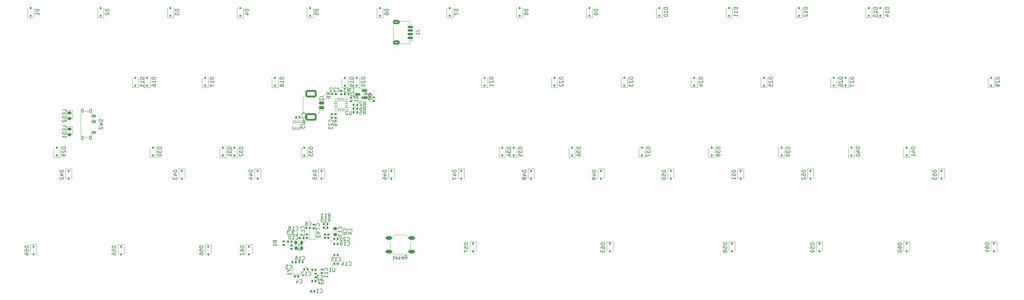
<source format=gbr>
%TF.GenerationSoftware,KiCad,Pcbnew,7.0.5*%
%TF.CreationDate,2024-03-02T17:25:27+09:00*%
%TF.ProjectId,Hotp4ck60,486f7470-3463-46b3-9630-2e6b69636164,rev?*%
%TF.SameCoordinates,Original*%
%TF.FileFunction,Legend,Bot*%
%TF.FilePolarity,Positive*%
%FSLAX46Y46*%
G04 Gerber Fmt 4.6, Leading zero omitted, Abs format (unit mm)*
G04 Created by KiCad (PCBNEW 7.0.5) date 2024-03-02 17:25:27*
%MOMM*%
%LPD*%
G01*
G04 APERTURE LIST*
G04 Aperture macros list*
%AMRoundRect*
0 Rectangle with rounded corners*
0 $1 Rounding radius*
0 $2 $3 $4 $5 $6 $7 $8 $9 X,Y pos of 4 corners*
0 Add a 4 corners polygon primitive as box body*
4,1,4,$2,$3,$4,$5,$6,$7,$8,$9,$2,$3,0*
0 Add four circle primitives for the rounded corners*
1,1,$1+$1,$2,$3*
1,1,$1+$1,$4,$5*
1,1,$1+$1,$6,$7*
1,1,$1+$1,$8,$9*
0 Add four rect primitives between the rounded corners*
20,1,$1+$1,$2,$3,$4,$5,0*
20,1,$1+$1,$4,$5,$6,$7,0*
20,1,$1+$1,$6,$7,$8,$9,0*
20,1,$1+$1,$8,$9,$2,$3,0*%
G04 Aperture macros list end*
%ADD10C,0.150000*%
%ADD11C,0.120000*%
%ADD12C,2.501900*%
%ADD13C,1.750000*%
%ADD14C,4.000000*%
%ADD15C,2.250000*%
%ADD16C,3.048000*%
%ADD17C,3.987800*%
%ADD18R,1.700000X1.700000*%
%ADD19O,1.700000X1.700000*%
%ADD20C,7.001300*%
%ADD21C,7.000240*%
%ADD22RoundRect,0.140000X-0.140000X-0.170000X0.140000X-0.170000X0.140000X0.170000X-0.140000X0.170000X0*%
%ADD23RoundRect,0.112500X-0.112500X0.187500X-0.112500X-0.187500X0.112500X-0.187500X0.112500X0.187500X0*%
%ADD24RoundRect,0.140000X0.170000X-0.140000X0.170000X0.140000X-0.170000X0.140000X-0.170000X-0.140000X0*%
%ADD25RoundRect,0.140000X0.140000X0.170000X-0.140000X0.170000X-0.140000X-0.170000X0.140000X-0.170000X0*%
%ADD26RoundRect,0.112500X0.112500X-0.187500X0.112500X0.187500X-0.112500X0.187500X-0.112500X-0.187500X0*%
%ADD27RoundRect,0.218750X-0.256250X0.218750X-0.256250X-0.218750X0.256250X-0.218750X0.256250X0.218750X0*%
%ADD28RoundRect,0.150000X0.587500X0.150000X-0.587500X0.150000X-0.587500X-0.150000X0.587500X-0.150000X0*%
%ADD29R,1.100000X0.600000*%
%ADD30RoundRect,0.135000X-0.135000X-0.185000X0.135000X-0.185000X0.135000X0.185000X-0.135000X0.185000X0*%
%ADD31RoundRect,0.135000X0.185000X-0.135000X0.185000X0.135000X-0.185000X0.135000X-0.185000X-0.135000X0*%
%ADD32RoundRect,0.225000X0.225000X0.250000X-0.225000X0.250000X-0.225000X-0.250000X0.225000X-0.250000X0*%
%ADD33RoundRect,0.147500X0.172500X-0.147500X0.172500X0.147500X-0.172500X0.147500X-0.172500X-0.147500X0*%
%ADD34RoundRect,0.062500X-0.062500X0.325000X-0.062500X-0.325000X0.062500X-0.325000X0.062500X0.325000X0*%
%ADD35R,1.300000X0.700000*%
%ADD36R,0.800000X0.900000*%
%ADD37C,0.850000*%
%ADD38RoundRect,0.090000X0.535000X-0.210000X0.535000X0.210000X-0.535000X0.210000X-0.535000X-0.210000X0*%
%ADD39RoundRect,0.105000X-0.245000X-0.445000X0.245000X-0.445000X0.245000X0.445000X-0.245000X0.445000X0*%
%ADD40RoundRect,0.140000X-0.170000X0.140000X-0.170000X-0.140000X0.170000X-0.140000X0.170000X0.140000X0*%
%ADD41RoundRect,0.062500X0.062500X-0.375000X0.062500X0.375000X-0.062500X0.375000X-0.062500X-0.375000X0*%
%ADD42RoundRect,0.062500X0.375000X-0.062500X0.375000X0.062500X-0.375000X0.062500X-0.375000X-0.062500X0*%
%ADD43R,1.600000X1.600000*%
%ADD44RoundRect,0.147500X0.147500X0.172500X-0.147500X0.172500X-0.147500X-0.172500X0.147500X-0.172500X0*%
%ADD45RoundRect,0.218750X0.218750X0.256250X-0.218750X0.256250X-0.218750X-0.256250X0.218750X-0.256250X0*%
%ADD46RoundRect,0.200000X0.600000X-0.200000X0.600000X0.200000X-0.600000X0.200000X-0.600000X-0.200000X0*%
%ADD47RoundRect,0.250001X1.249999X-0.799999X1.249999X0.799999X-1.249999X0.799999X-1.249999X-0.799999X0*%
%ADD48RoundRect,0.275000X0.625000X0.275000X-0.625000X0.275000X-0.625000X-0.275000X0.625000X-0.275000X0*%
%ADD49RoundRect,0.135000X0.135000X0.185000X-0.135000X0.185000X-0.135000X-0.185000X0.135000X-0.185000X0*%
%ADD50RoundRect,0.218750X0.256250X-0.218750X0.256250X0.218750X-0.256250X0.218750X-0.256250X-0.218750X0*%
%ADD51RoundRect,0.150000X0.625000X-0.150000X0.625000X0.150000X-0.625000X0.150000X-0.625000X-0.150000X0*%
%ADD52RoundRect,0.250000X0.650000X-0.350000X0.650000X0.350000X-0.650000X0.350000X-0.650000X-0.350000X0*%
%ADD53C,0.250000*%
%ADD54R,4.850000X4.850000*%
G04 APERTURE END LIST*
D10*
%TO.C,C15*%
X172812857Y-178169580D02*
X172860476Y-178217200D01*
X172860476Y-178217200D02*
X173003333Y-178264819D01*
X173003333Y-178264819D02*
X173098571Y-178264819D01*
X173098571Y-178264819D02*
X173241428Y-178217200D01*
X173241428Y-178217200D02*
X173336666Y-178121961D01*
X173336666Y-178121961D02*
X173384285Y-178026723D01*
X173384285Y-178026723D02*
X173431904Y-177836247D01*
X173431904Y-177836247D02*
X173431904Y-177693390D01*
X173431904Y-177693390D02*
X173384285Y-177502914D01*
X173384285Y-177502914D02*
X173336666Y-177407676D01*
X173336666Y-177407676D02*
X173241428Y-177312438D01*
X173241428Y-177312438D02*
X173098571Y-177264819D01*
X173098571Y-177264819D02*
X173003333Y-177264819D01*
X173003333Y-177264819D02*
X172860476Y-177312438D01*
X172860476Y-177312438D02*
X172812857Y-177360057D01*
X171860476Y-178264819D02*
X172431904Y-178264819D01*
X172146190Y-178264819D02*
X172146190Y-177264819D01*
X172146190Y-177264819D02*
X172241428Y-177407676D01*
X172241428Y-177407676D02*
X172336666Y-177502914D01*
X172336666Y-177502914D02*
X172431904Y-177550533D01*
X170955714Y-177264819D02*
X171431904Y-177264819D01*
X171431904Y-177264819D02*
X171479523Y-177741009D01*
X171479523Y-177741009D02*
X171431904Y-177693390D01*
X171431904Y-177693390D02*
X171336666Y-177645771D01*
X171336666Y-177645771D02*
X171098571Y-177645771D01*
X171098571Y-177645771D02*
X171003333Y-177693390D01*
X171003333Y-177693390D02*
X170955714Y-177741009D01*
X170955714Y-177741009D02*
X170908095Y-177836247D01*
X170908095Y-177836247D02*
X170908095Y-178074342D01*
X170908095Y-178074342D02*
X170955714Y-178169580D01*
X170955714Y-178169580D02*
X171003333Y-178217200D01*
X171003333Y-178217200D02*
X171098571Y-178264819D01*
X171098571Y-178264819D02*
X171336666Y-178264819D01*
X171336666Y-178264819D02*
X171431904Y-178217200D01*
X171431904Y-178217200D02*
X171479523Y-178169580D01*
%TO.C,D54*%
X88298569Y-174204464D02*
X87298569Y-174204464D01*
X87298569Y-174204464D02*
X87298569Y-174442559D01*
X87298569Y-174442559D02*
X87346188Y-174585416D01*
X87346188Y-174585416D02*
X87441426Y-174680654D01*
X87441426Y-174680654D02*
X87536664Y-174728273D01*
X87536664Y-174728273D02*
X87727140Y-174775892D01*
X87727140Y-174775892D02*
X87869997Y-174775892D01*
X87869997Y-174775892D02*
X88060473Y-174728273D01*
X88060473Y-174728273D02*
X88155711Y-174680654D01*
X88155711Y-174680654D02*
X88250950Y-174585416D01*
X88250950Y-174585416D02*
X88298569Y-174442559D01*
X88298569Y-174442559D02*
X88298569Y-174204464D01*
X87298569Y-175680654D02*
X87298569Y-175204464D01*
X87298569Y-175204464D02*
X87774759Y-175156845D01*
X87774759Y-175156845D02*
X87727140Y-175204464D01*
X87727140Y-175204464D02*
X87679521Y-175299702D01*
X87679521Y-175299702D02*
X87679521Y-175537797D01*
X87679521Y-175537797D02*
X87727140Y-175633035D01*
X87727140Y-175633035D02*
X87774759Y-175680654D01*
X87774759Y-175680654D02*
X87869997Y-175728273D01*
X87869997Y-175728273D02*
X88108092Y-175728273D01*
X88108092Y-175728273D02*
X88203330Y-175680654D01*
X88203330Y-175680654D02*
X88250950Y-175633035D01*
X88250950Y-175633035D02*
X88298569Y-175537797D01*
X88298569Y-175537797D02*
X88298569Y-175299702D01*
X88298569Y-175299702D02*
X88250950Y-175204464D01*
X88250950Y-175204464D02*
X88203330Y-175156845D01*
X87631902Y-176585416D02*
X88298569Y-176585416D01*
X87250950Y-176347321D02*
X87965235Y-176109226D01*
X87965235Y-176109226D02*
X87965235Y-176728273D01*
%TO.C,C7*%
X167609580Y-168713333D02*
X167657200Y-168665714D01*
X167657200Y-168665714D02*
X167704819Y-168522857D01*
X167704819Y-168522857D02*
X167704819Y-168427619D01*
X167704819Y-168427619D02*
X167657200Y-168284762D01*
X167657200Y-168284762D02*
X167561961Y-168189524D01*
X167561961Y-168189524D02*
X167466723Y-168141905D01*
X167466723Y-168141905D02*
X167276247Y-168094286D01*
X167276247Y-168094286D02*
X167133390Y-168094286D01*
X167133390Y-168094286D02*
X166942914Y-168141905D01*
X166942914Y-168141905D02*
X166847676Y-168189524D01*
X166847676Y-168189524D02*
X166752438Y-168284762D01*
X166752438Y-168284762D02*
X166704819Y-168427619D01*
X166704819Y-168427619D02*
X166704819Y-168522857D01*
X166704819Y-168522857D02*
X166752438Y-168665714D01*
X166752438Y-168665714D02*
X166800057Y-168713333D01*
X166704819Y-169046667D02*
X166704819Y-169713333D01*
X166704819Y-169713333D02*
X167704819Y-169284762D01*
%TO.C,C18*%
X161192857Y-169789580D02*
X161240476Y-169837200D01*
X161240476Y-169837200D02*
X161383333Y-169884819D01*
X161383333Y-169884819D02*
X161478571Y-169884819D01*
X161478571Y-169884819D02*
X161621428Y-169837200D01*
X161621428Y-169837200D02*
X161716666Y-169741961D01*
X161716666Y-169741961D02*
X161764285Y-169646723D01*
X161764285Y-169646723D02*
X161811904Y-169456247D01*
X161811904Y-169456247D02*
X161811904Y-169313390D01*
X161811904Y-169313390D02*
X161764285Y-169122914D01*
X161764285Y-169122914D02*
X161716666Y-169027676D01*
X161716666Y-169027676D02*
X161621428Y-168932438D01*
X161621428Y-168932438D02*
X161478571Y-168884819D01*
X161478571Y-168884819D02*
X161383333Y-168884819D01*
X161383333Y-168884819D02*
X161240476Y-168932438D01*
X161240476Y-168932438D02*
X161192857Y-168980057D01*
X160240476Y-169884819D02*
X160811904Y-169884819D01*
X160526190Y-169884819D02*
X160526190Y-168884819D01*
X160526190Y-168884819D02*
X160621428Y-169027676D01*
X160621428Y-169027676D02*
X160716666Y-169122914D01*
X160716666Y-169122914D02*
X160811904Y-169170533D01*
X159669047Y-169313390D02*
X159764285Y-169265771D01*
X159764285Y-169265771D02*
X159811904Y-169218152D01*
X159811904Y-169218152D02*
X159859523Y-169122914D01*
X159859523Y-169122914D02*
X159859523Y-169075295D01*
X159859523Y-169075295D02*
X159811904Y-168980057D01*
X159811904Y-168980057D02*
X159764285Y-168932438D01*
X159764285Y-168932438D02*
X159669047Y-168884819D01*
X159669047Y-168884819D02*
X159478571Y-168884819D01*
X159478571Y-168884819D02*
X159383333Y-168932438D01*
X159383333Y-168932438D02*
X159335714Y-168980057D01*
X159335714Y-168980057D02*
X159288095Y-169075295D01*
X159288095Y-169075295D02*
X159288095Y-169122914D01*
X159288095Y-169122914D02*
X159335714Y-169218152D01*
X159335714Y-169218152D02*
X159383333Y-169265771D01*
X159383333Y-169265771D02*
X159478571Y-169313390D01*
X159478571Y-169313390D02*
X159669047Y-169313390D01*
X159669047Y-169313390D02*
X159764285Y-169361009D01*
X159764285Y-169361009D02*
X159811904Y-169408628D01*
X159811904Y-169408628D02*
X159859523Y-169503866D01*
X159859523Y-169503866D02*
X159859523Y-169694342D01*
X159859523Y-169694342D02*
X159811904Y-169789580D01*
X159811904Y-169789580D02*
X159764285Y-169837200D01*
X159764285Y-169837200D02*
X159669047Y-169884819D01*
X159669047Y-169884819D02*
X159478571Y-169884819D01*
X159478571Y-169884819D02*
X159383333Y-169837200D01*
X159383333Y-169837200D02*
X159335714Y-169789580D01*
X159335714Y-169789580D02*
X159288095Y-169694342D01*
X159288095Y-169694342D02*
X159288095Y-169503866D01*
X159288095Y-169503866D02*
X159335714Y-169408628D01*
X159335714Y-169408628D02*
X159383333Y-169361009D01*
X159383333Y-169361009D02*
X159478571Y-169313390D01*
%TO.C,D3*%
X129304819Y-109593155D02*
X128304819Y-109593155D01*
X128304819Y-109593155D02*
X128304819Y-109831250D01*
X128304819Y-109831250D02*
X128352438Y-109974107D01*
X128352438Y-109974107D02*
X128447676Y-110069345D01*
X128447676Y-110069345D02*
X128542914Y-110116964D01*
X128542914Y-110116964D02*
X128733390Y-110164583D01*
X128733390Y-110164583D02*
X128876247Y-110164583D01*
X128876247Y-110164583D02*
X129066723Y-110116964D01*
X129066723Y-110116964D02*
X129161961Y-110069345D01*
X129161961Y-110069345D02*
X129257200Y-109974107D01*
X129257200Y-109974107D02*
X129304819Y-109831250D01*
X129304819Y-109831250D02*
X129304819Y-109593155D01*
X128304819Y-110497917D02*
X128304819Y-111116964D01*
X128304819Y-111116964D02*
X128685771Y-110783631D01*
X128685771Y-110783631D02*
X128685771Y-110926488D01*
X128685771Y-110926488D02*
X128733390Y-111021726D01*
X128733390Y-111021726D02*
X128781009Y-111069345D01*
X128781009Y-111069345D02*
X128876247Y-111116964D01*
X128876247Y-111116964D02*
X129114342Y-111116964D01*
X129114342Y-111116964D02*
X129209580Y-111069345D01*
X129209580Y-111069345D02*
X129257200Y-111021726D01*
X129257200Y-111021726D02*
X129304819Y-110926488D01*
X129304819Y-110926488D02*
X129304819Y-110640774D01*
X129304819Y-110640774D02*
X129257200Y-110545536D01*
X129257200Y-110545536D02*
X129209580Y-110497917D01*
%TO.C,D34*%
X219792319Y-147216964D02*
X218792319Y-147216964D01*
X218792319Y-147216964D02*
X218792319Y-147455059D01*
X218792319Y-147455059D02*
X218839938Y-147597916D01*
X218839938Y-147597916D02*
X218935176Y-147693154D01*
X218935176Y-147693154D02*
X219030414Y-147740773D01*
X219030414Y-147740773D02*
X219220890Y-147788392D01*
X219220890Y-147788392D02*
X219363747Y-147788392D01*
X219363747Y-147788392D02*
X219554223Y-147740773D01*
X219554223Y-147740773D02*
X219649461Y-147693154D01*
X219649461Y-147693154D02*
X219744700Y-147597916D01*
X219744700Y-147597916D02*
X219792319Y-147455059D01*
X219792319Y-147455059D02*
X219792319Y-147216964D01*
X218792319Y-148121726D02*
X218792319Y-148740773D01*
X218792319Y-148740773D02*
X219173271Y-148407440D01*
X219173271Y-148407440D02*
X219173271Y-148550297D01*
X219173271Y-148550297D02*
X219220890Y-148645535D01*
X219220890Y-148645535D02*
X219268509Y-148693154D01*
X219268509Y-148693154D02*
X219363747Y-148740773D01*
X219363747Y-148740773D02*
X219601842Y-148740773D01*
X219601842Y-148740773D02*
X219697080Y-148693154D01*
X219697080Y-148693154D02*
X219744700Y-148645535D01*
X219744700Y-148645535D02*
X219792319Y-148550297D01*
X219792319Y-148550297D02*
X219792319Y-148264583D01*
X219792319Y-148264583D02*
X219744700Y-148169345D01*
X219744700Y-148169345D02*
X219697080Y-148121726D01*
X219125652Y-149597916D02*
X219792319Y-149597916D01*
X218744700Y-149359821D02*
X219458985Y-149121726D01*
X219458985Y-149121726D02*
X219458985Y-149740773D01*
%TO.C,LED1*%
X98544819Y-141950952D02*
X98544819Y-141474762D01*
X98544819Y-141474762D02*
X97544819Y-141474762D01*
X98021009Y-142284286D02*
X98021009Y-142617619D01*
X98544819Y-142760476D02*
X98544819Y-142284286D01*
X98544819Y-142284286D02*
X97544819Y-142284286D01*
X97544819Y-142284286D02*
X97544819Y-142760476D01*
X98544819Y-143189048D02*
X97544819Y-143189048D01*
X97544819Y-143189048D02*
X97544819Y-143427143D01*
X97544819Y-143427143D02*
X97592438Y-143570000D01*
X97592438Y-143570000D02*
X97687676Y-143665238D01*
X97687676Y-143665238D02*
X97782914Y-143712857D01*
X97782914Y-143712857D02*
X97973390Y-143760476D01*
X97973390Y-143760476D02*
X98116247Y-143760476D01*
X98116247Y-143760476D02*
X98306723Y-143712857D01*
X98306723Y-143712857D02*
X98401961Y-143665238D01*
X98401961Y-143665238D02*
X98497200Y-143570000D01*
X98497200Y-143570000D02*
X98544819Y-143427143D01*
X98544819Y-143427143D02*
X98544819Y-143189048D01*
X98544819Y-144712857D02*
X98544819Y-144141429D01*
X98544819Y-144427143D02*
X97544819Y-144427143D01*
X97544819Y-144427143D02*
X97687676Y-144331905D01*
X97687676Y-144331905D02*
X97782914Y-144236667D01*
X97782914Y-144236667D02*
X97830533Y-144141429D01*
%TO.C,D21*%
X215029819Y-128166964D02*
X214029819Y-128166964D01*
X214029819Y-128166964D02*
X214029819Y-128405059D01*
X214029819Y-128405059D02*
X214077438Y-128547916D01*
X214077438Y-128547916D02*
X214172676Y-128643154D01*
X214172676Y-128643154D02*
X214267914Y-128690773D01*
X214267914Y-128690773D02*
X214458390Y-128738392D01*
X214458390Y-128738392D02*
X214601247Y-128738392D01*
X214601247Y-128738392D02*
X214791723Y-128690773D01*
X214791723Y-128690773D02*
X214886961Y-128643154D01*
X214886961Y-128643154D02*
X214982200Y-128547916D01*
X214982200Y-128547916D02*
X215029819Y-128405059D01*
X215029819Y-128405059D02*
X215029819Y-128166964D01*
X214125057Y-129119345D02*
X214077438Y-129166964D01*
X214077438Y-129166964D02*
X214029819Y-129262202D01*
X214029819Y-129262202D02*
X214029819Y-129500297D01*
X214029819Y-129500297D02*
X214077438Y-129595535D01*
X214077438Y-129595535D02*
X214125057Y-129643154D01*
X214125057Y-129643154D02*
X214220295Y-129690773D01*
X214220295Y-129690773D02*
X214315533Y-129690773D01*
X214315533Y-129690773D02*
X214458390Y-129643154D01*
X214458390Y-129643154D02*
X215029819Y-129071726D01*
X215029819Y-129071726D02*
X215029819Y-129690773D01*
X215029819Y-130643154D02*
X215029819Y-130071726D01*
X215029819Y-130357440D02*
X214029819Y-130357440D01*
X214029819Y-130357440D02*
X214172676Y-130262202D01*
X214172676Y-130262202D02*
X214267914Y-130166964D01*
X214267914Y-130166964D02*
X214315533Y-130071726D01*
%TO.C,Q1*%
X178240057Y-134004761D02*
X178192438Y-133909523D01*
X178192438Y-133909523D02*
X178097200Y-133814285D01*
X178097200Y-133814285D02*
X177954342Y-133671428D01*
X177954342Y-133671428D02*
X177906723Y-133576190D01*
X177906723Y-133576190D02*
X177906723Y-133480952D01*
X178144819Y-133528571D02*
X178097200Y-133433333D01*
X178097200Y-133433333D02*
X178001961Y-133338095D01*
X178001961Y-133338095D02*
X177811485Y-133290476D01*
X177811485Y-133290476D02*
X177478152Y-133290476D01*
X177478152Y-133290476D02*
X177287676Y-133338095D01*
X177287676Y-133338095D02*
X177192438Y-133433333D01*
X177192438Y-133433333D02*
X177144819Y-133528571D01*
X177144819Y-133528571D02*
X177144819Y-133719047D01*
X177144819Y-133719047D02*
X177192438Y-133814285D01*
X177192438Y-133814285D02*
X177287676Y-133909523D01*
X177287676Y-133909523D02*
X177478152Y-133957142D01*
X177478152Y-133957142D02*
X177811485Y-133957142D01*
X177811485Y-133957142D02*
X178001961Y-133909523D01*
X178001961Y-133909523D02*
X178097200Y-133814285D01*
X178097200Y-133814285D02*
X178144819Y-133719047D01*
X178144819Y-133719047D02*
X178144819Y-133528571D01*
X178144819Y-134909523D02*
X178144819Y-134338095D01*
X178144819Y-134623809D02*
X177144819Y-134623809D01*
X177144819Y-134623809D02*
X177287676Y-134528571D01*
X177287676Y-134528571D02*
X177382914Y-134433333D01*
X177382914Y-134433333D02*
X177430533Y-134338095D01*
%TO.C,D55*%
X112111069Y-174204464D02*
X111111069Y-174204464D01*
X111111069Y-174204464D02*
X111111069Y-174442559D01*
X111111069Y-174442559D02*
X111158688Y-174585416D01*
X111158688Y-174585416D02*
X111253926Y-174680654D01*
X111253926Y-174680654D02*
X111349164Y-174728273D01*
X111349164Y-174728273D02*
X111539640Y-174775892D01*
X111539640Y-174775892D02*
X111682497Y-174775892D01*
X111682497Y-174775892D02*
X111872973Y-174728273D01*
X111872973Y-174728273D02*
X111968211Y-174680654D01*
X111968211Y-174680654D02*
X112063450Y-174585416D01*
X112063450Y-174585416D02*
X112111069Y-174442559D01*
X112111069Y-174442559D02*
X112111069Y-174204464D01*
X111111069Y-175680654D02*
X111111069Y-175204464D01*
X111111069Y-175204464D02*
X111587259Y-175156845D01*
X111587259Y-175156845D02*
X111539640Y-175204464D01*
X111539640Y-175204464D02*
X111492021Y-175299702D01*
X111492021Y-175299702D02*
X111492021Y-175537797D01*
X111492021Y-175537797D02*
X111539640Y-175633035D01*
X111539640Y-175633035D02*
X111587259Y-175680654D01*
X111587259Y-175680654D02*
X111682497Y-175728273D01*
X111682497Y-175728273D02*
X111920592Y-175728273D01*
X111920592Y-175728273D02*
X112015830Y-175680654D01*
X112015830Y-175680654D02*
X112063450Y-175633035D01*
X112063450Y-175633035D02*
X112111069Y-175537797D01*
X112111069Y-175537797D02*
X112111069Y-175299702D01*
X112111069Y-175299702D02*
X112063450Y-175204464D01*
X112063450Y-175204464D02*
X112015830Y-175156845D01*
X111111069Y-176633035D02*
X111111069Y-176156845D01*
X111111069Y-176156845D02*
X111587259Y-176109226D01*
X111587259Y-176109226D02*
X111539640Y-176156845D01*
X111539640Y-176156845D02*
X111492021Y-176252083D01*
X111492021Y-176252083D02*
X111492021Y-176490178D01*
X111492021Y-176490178D02*
X111539640Y-176585416D01*
X111539640Y-176585416D02*
X111587259Y-176633035D01*
X111587259Y-176633035D02*
X111682497Y-176680654D01*
X111682497Y-176680654D02*
X111920592Y-176680654D01*
X111920592Y-176680654D02*
X112015830Y-176633035D01*
X112015830Y-176633035D02*
X112063450Y-176585416D01*
X112063450Y-176585416D02*
X112111069Y-176490178D01*
X112111069Y-176490178D02*
X112111069Y-176252083D01*
X112111069Y-176252083D02*
X112063450Y-176156845D01*
X112063450Y-176156845D02*
X112015830Y-176109226D01*
%TO.C,C17*%
X173759580Y-169657142D02*
X173807200Y-169609523D01*
X173807200Y-169609523D02*
X173854819Y-169466666D01*
X173854819Y-169466666D02*
X173854819Y-169371428D01*
X173854819Y-169371428D02*
X173807200Y-169228571D01*
X173807200Y-169228571D02*
X173711961Y-169133333D01*
X173711961Y-169133333D02*
X173616723Y-169085714D01*
X173616723Y-169085714D02*
X173426247Y-169038095D01*
X173426247Y-169038095D02*
X173283390Y-169038095D01*
X173283390Y-169038095D02*
X173092914Y-169085714D01*
X173092914Y-169085714D02*
X172997676Y-169133333D01*
X172997676Y-169133333D02*
X172902438Y-169228571D01*
X172902438Y-169228571D02*
X172854819Y-169371428D01*
X172854819Y-169371428D02*
X172854819Y-169466666D01*
X172854819Y-169466666D02*
X172902438Y-169609523D01*
X172902438Y-169609523D02*
X172950057Y-169657142D01*
X173854819Y-170609523D02*
X173854819Y-170038095D01*
X173854819Y-170323809D02*
X172854819Y-170323809D01*
X172854819Y-170323809D02*
X172997676Y-170228571D01*
X172997676Y-170228571D02*
X173092914Y-170133333D01*
X173092914Y-170133333D02*
X173140533Y-170038095D01*
X172854819Y-170942857D02*
X172854819Y-171609523D01*
X172854819Y-171609523D02*
X173854819Y-171180952D01*
%TO.C,D29*%
X98348569Y-147216964D02*
X97348569Y-147216964D01*
X97348569Y-147216964D02*
X97348569Y-147455059D01*
X97348569Y-147455059D02*
X97396188Y-147597916D01*
X97396188Y-147597916D02*
X97491426Y-147693154D01*
X97491426Y-147693154D02*
X97586664Y-147740773D01*
X97586664Y-147740773D02*
X97777140Y-147788392D01*
X97777140Y-147788392D02*
X97919997Y-147788392D01*
X97919997Y-147788392D02*
X98110473Y-147740773D01*
X98110473Y-147740773D02*
X98205711Y-147693154D01*
X98205711Y-147693154D02*
X98300950Y-147597916D01*
X98300950Y-147597916D02*
X98348569Y-147455059D01*
X98348569Y-147455059D02*
X98348569Y-147216964D01*
X97443807Y-148169345D02*
X97396188Y-148216964D01*
X97396188Y-148216964D02*
X97348569Y-148312202D01*
X97348569Y-148312202D02*
X97348569Y-148550297D01*
X97348569Y-148550297D02*
X97396188Y-148645535D01*
X97396188Y-148645535D02*
X97443807Y-148693154D01*
X97443807Y-148693154D02*
X97539045Y-148740773D01*
X97539045Y-148740773D02*
X97634283Y-148740773D01*
X97634283Y-148740773D02*
X97777140Y-148693154D01*
X97777140Y-148693154D02*
X98348569Y-148121726D01*
X98348569Y-148121726D02*
X98348569Y-148740773D01*
X98348569Y-149216964D02*
X98348569Y-149407440D01*
X98348569Y-149407440D02*
X98300950Y-149502678D01*
X98300950Y-149502678D02*
X98253330Y-149550297D01*
X98253330Y-149550297D02*
X98110473Y-149645535D01*
X98110473Y-149645535D02*
X97919997Y-149693154D01*
X97919997Y-149693154D02*
X97539045Y-149693154D01*
X97539045Y-149693154D02*
X97443807Y-149645535D01*
X97443807Y-149645535D02*
X97396188Y-149597916D01*
X97396188Y-149597916D02*
X97348569Y-149502678D01*
X97348569Y-149502678D02*
X97348569Y-149312202D01*
X97348569Y-149312202D02*
X97396188Y-149216964D01*
X97396188Y-149216964D02*
X97443807Y-149169345D01*
X97443807Y-149169345D02*
X97539045Y-149121726D01*
X97539045Y-149121726D02*
X97777140Y-149121726D01*
X97777140Y-149121726D02*
X97872378Y-149169345D01*
X97872378Y-149169345D02*
X97919997Y-149216964D01*
X97919997Y-149216964D02*
X97967616Y-149312202D01*
X97967616Y-149312202D02*
X97967616Y-149502678D01*
X97967616Y-149502678D02*
X97919997Y-149597916D01*
X97919997Y-149597916D02*
X97872378Y-149645535D01*
X97872378Y-149645535D02*
X97777140Y-149693154D01*
%TO.C,D56*%
X135923569Y-174204464D02*
X134923569Y-174204464D01*
X134923569Y-174204464D02*
X134923569Y-174442559D01*
X134923569Y-174442559D02*
X134971188Y-174585416D01*
X134971188Y-174585416D02*
X135066426Y-174680654D01*
X135066426Y-174680654D02*
X135161664Y-174728273D01*
X135161664Y-174728273D02*
X135352140Y-174775892D01*
X135352140Y-174775892D02*
X135494997Y-174775892D01*
X135494997Y-174775892D02*
X135685473Y-174728273D01*
X135685473Y-174728273D02*
X135780711Y-174680654D01*
X135780711Y-174680654D02*
X135875950Y-174585416D01*
X135875950Y-174585416D02*
X135923569Y-174442559D01*
X135923569Y-174442559D02*
X135923569Y-174204464D01*
X134923569Y-175680654D02*
X134923569Y-175204464D01*
X134923569Y-175204464D02*
X135399759Y-175156845D01*
X135399759Y-175156845D02*
X135352140Y-175204464D01*
X135352140Y-175204464D02*
X135304521Y-175299702D01*
X135304521Y-175299702D02*
X135304521Y-175537797D01*
X135304521Y-175537797D02*
X135352140Y-175633035D01*
X135352140Y-175633035D02*
X135399759Y-175680654D01*
X135399759Y-175680654D02*
X135494997Y-175728273D01*
X135494997Y-175728273D02*
X135733092Y-175728273D01*
X135733092Y-175728273D02*
X135828330Y-175680654D01*
X135828330Y-175680654D02*
X135875950Y-175633035D01*
X135875950Y-175633035D02*
X135923569Y-175537797D01*
X135923569Y-175537797D02*
X135923569Y-175299702D01*
X135923569Y-175299702D02*
X135875950Y-175204464D01*
X135875950Y-175204464D02*
X135828330Y-175156845D01*
X134923569Y-176585416D02*
X134923569Y-176394940D01*
X134923569Y-176394940D02*
X134971188Y-176299702D01*
X134971188Y-176299702D02*
X135018807Y-176252083D01*
X135018807Y-176252083D02*
X135161664Y-176156845D01*
X135161664Y-176156845D02*
X135352140Y-176109226D01*
X135352140Y-176109226D02*
X135733092Y-176109226D01*
X135733092Y-176109226D02*
X135828330Y-176156845D01*
X135828330Y-176156845D02*
X135875950Y-176204464D01*
X135875950Y-176204464D02*
X135923569Y-176299702D01*
X135923569Y-176299702D02*
X135923569Y-176490178D01*
X135923569Y-176490178D02*
X135875950Y-176585416D01*
X135875950Y-176585416D02*
X135828330Y-176633035D01*
X135828330Y-176633035D02*
X135733092Y-176680654D01*
X135733092Y-176680654D02*
X135494997Y-176680654D01*
X135494997Y-176680654D02*
X135399759Y-176633035D01*
X135399759Y-176633035D02*
X135352140Y-176585416D01*
X135352140Y-176585416D02*
X135304521Y-176490178D01*
X135304521Y-176490178D02*
X135304521Y-176299702D01*
X135304521Y-176299702D02*
X135352140Y-176204464D01*
X135352140Y-176204464D02*
X135399759Y-176156845D01*
X135399759Y-176156845D02*
X135494997Y-176109226D01*
%TO.C,D28*%
X353142319Y-128166964D02*
X352142319Y-128166964D01*
X352142319Y-128166964D02*
X352142319Y-128405059D01*
X352142319Y-128405059D02*
X352189938Y-128547916D01*
X352189938Y-128547916D02*
X352285176Y-128643154D01*
X352285176Y-128643154D02*
X352380414Y-128690773D01*
X352380414Y-128690773D02*
X352570890Y-128738392D01*
X352570890Y-128738392D02*
X352713747Y-128738392D01*
X352713747Y-128738392D02*
X352904223Y-128690773D01*
X352904223Y-128690773D02*
X352999461Y-128643154D01*
X352999461Y-128643154D02*
X353094700Y-128547916D01*
X353094700Y-128547916D02*
X353142319Y-128405059D01*
X353142319Y-128405059D02*
X353142319Y-128166964D01*
X352237557Y-129119345D02*
X352189938Y-129166964D01*
X352189938Y-129166964D02*
X352142319Y-129262202D01*
X352142319Y-129262202D02*
X352142319Y-129500297D01*
X352142319Y-129500297D02*
X352189938Y-129595535D01*
X352189938Y-129595535D02*
X352237557Y-129643154D01*
X352237557Y-129643154D02*
X352332795Y-129690773D01*
X352332795Y-129690773D02*
X352428033Y-129690773D01*
X352428033Y-129690773D02*
X352570890Y-129643154D01*
X352570890Y-129643154D02*
X353142319Y-129071726D01*
X353142319Y-129071726D02*
X353142319Y-129690773D01*
X352570890Y-130262202D02*
X352523271Y-130166964D01*
X352523271Y-130166964D02*
X352475652Y-130119345D01*
X352475652Y-130119345D02*
X352380414Y-130071726D01*
X352380414Y-130071726D02*
X352332795Y-130071726D01*
X352332795Y-130071726D02*
X352237557Y-130119345D01*
X352237557Y-130119345D02*
X352189938Y-130166964D01*
X352189938Y-130166964D02*
X352142319Y-130262202D01*
X352142319Y-130262202D02*
X352142319Y-130452678D01*
X352142319Y-130452678D02*
X352189938Y-130547916D01*
X352189938Y-130547916D02*
X352237557Y-130595535D01*
X352237557Y-130595535D02*
X352332795Y-130643154D01*
X352332795Y-130643154D02*
X352380414Y-130643154D01*
X352380414Y-130643154D02*
X352475652Y-130595535D01*
X352475652Y-130595535D02*
X352523271Y-130547916D01*
X352523271Y-130547916D02*
X352570890Y-130452678D01*
X352570890Y-130452678D02*
X352570890Y-130262202D01*
X352570890Y-130262202D02*
X352618509Y-130166964D01*
X352618509Y-130166964D02*
X352666128Y-130119345D01*
X352666128Y-130119345D02*
X352761366Y-130071726D01*
X352761366Y-130071726D02*
X352951842Y-130071726D01*
X352951842Y-130071726D02*
X353047080Y-130119345D01*
X353047080Y-130119345D02*
X353094700Y-130166964D01*
X353094700Y-130166964D02*
X353142319Y-130262202D01*
X353142319Y-130262202D02*
X353142319Y-130452678D01*
X353142319Y-130452678D02*
X353094700Y-130547916D01*
X353094700Y-130547916D02*
X353047080Y-130595535D01*
X353047080Y-130595535D02*
X352951842Y-130643154D01*
X352951842Y-130643154D02*
X352761366Y-130643154D01*
X352761366Y-130643154D02*
X352666128Y-130595535D01*
X352666128Y-130595535D02*
X352618509Y-130547916D01*
X352618509Y-130547916D02*
X352570890Y-130452678D01*
%TO.C,D53*%
X335948569Y-153566964D02*
X334948569Y-153566964D01*
X334948569Y-153566964D02*
X334948569Y-153805059D01*
X334948569Y-153805059D02*
X334996188Y-153947916D01*
X334996188Y-153947916D02*
X335091426Y-154043154D01*
X335091426Y-154043154D02*
X335186664Y-154090773D01*
X335186664Y-154090773D02*
X335377140Y-154138392D01*
X335377140Y-154138392D02*
X335519997Y-154138392D01*
X335519997Y-154138392D02*
X335710473Y-154090773D01*
X335710473Y-154090773D02*
X335805711Y-154043154D01*
X335805711Y-154043154D02*
X335900950Y-153947916D01*
X335900950Y-153947916D02*
X335948569Y-153805059D01*
X335948569Y-153805059D02*
X335948569Y-153566964D01*
X334948569Y-155043154D02*
X334948569Y-154566964D01*
X334948569Y-154566964D02*
X335424759Y-154519345D01*
X335424759Y-154519345D02*
X335377140Y-154566964D01*
X335377140Y-154566964D02*
X335329521Y-154662202D01*
X335329521Y-154662202D02*
X335329521Y-154900297D01*
X335329521Y-154900297D02*
X335377140Y-154995535D01*
X335377140Y-154995535D02*
X335424759Y-155043154D01*
X335424759Y-155043154D02*
X335519997Y-155090773D01*
X335519997Y-155090773D02*
X335758092Y-155090773D01*
X335758092Y-155090773D02*
X335853330Y-155043154D01*
X335853330Y-155043154D02*
X335900950Y-154995535D01*
X335900950Y-154995535D02*
X335948569Y-154900297D01*
X335948569Y-154900297D02*
X335948569Y-154662202D01*
X335948569Y-154662202D02*
X335900950Y-154566964D01*
X335900950Y-154566964D02*
X335853330Y-154519345D01*
X334948569Y-155424107D02*
X334948569Y-156043154D01*
X334948569Y-156043154D02*
X335329521Y-155709821D01*
X335329521Y-155709821D02*
X335329521Y-155852678D01*
X335329521Y-155852678D02*
X335377140Y-155947916D01*
X335377140Y-155947916D02*
X335424759Y-155995535D01*
X335424759Y-155995535D02*
X335519997Y-156043154D01*
X335519997Y-156043154D02*
X335758092Y-156043154D01*
X335758092Y-156043154D02*
X335853330Y-155995535D01*
X335853330Y-155995535D02*
X335900950Y-155947916D01*
X335900950Y-155947916D02*
X335948569Y-155852678D01*
X335948569Y-155852678D02*
X335948569Y-155566964D01*
X335948569Y-155566964D02*
X335900950Y-155471726D01*
X335900950Y-155471726D02*
X335853330Y-155424107D01*
%TO.C,D4*%
X148354819Y-109593155D02*
X147354819Y-109593155D01*
X147354819Y-109593155D02*
X147354819Y-109831250D01*
X147354819Y-109831250D02*
X147402438Y-109974107D01*
X147402438Y-109974107D02*
X147497676Y-110069345D01*
X147497676Y-110069345D02*
X147592914Y-110116964D01*
X147592914Y-110116964D02*
X147783390Y-110164583D01*
X147783390Y-110164583D02*
X147926247Y-110164583D01*
X147926247Y-110164583D02*
X148116723Y-110116964D01*
X148116723Y-110116964D02*
X148211961Y-110069345D01*
X148211961Y-110069345D02*
X148307200Y-109974107D01*
X148307200Y-109974107D02*
X148354819Y-109831250D01*
X148354819Y-109831250D02*
X148354819Y-109593155D01*
X147688152Y-111021726D02*
X148354819Y-111021726D01*
X147307200Y-110783631D02*
X148021485Y-110545536D01*
X148021485Y-110545536D02*
X148021485Y-111164583D01*
%TO.C,D37*%
X257892319Y-147216964D02*
X256892319Y-147216964D01*
X256892319Y-147216964D02*
X256892319Y-147455059D01*
X256892319Y-147455059D02*
X256939938Y-147597916D01*
X256939938Y-147597916D02*
X257035176Y-147693154D01*
X257035176Y-147693154D02*
X257130414Y-147740773D01*
X257130414Y-147740773D02*
X257320890Y-147788392D01*
X257320890Y-147788392D02*
X257463747Y-147788392D01*
X257463747Y-147788392D02*
X257654223Y-147740773D01*
X257654223Y-147740773D02*
X257749461Y-147693154D01*
X257749461Y-147693154D02*
X257844700Y-147597916D01*
X257844700Y-147597916D02*
X257892319Y-147455059D01*
X257892319Y-147455059D02*
X257892319Y-147216964D01*
X256892319Y-148121726D02*
X256892319Y-148740773D01*
X256892319Y-148740773D02*
X257273271Y-148407440D01*
X257273271Y-148407440D02*
X257273271Y-148550297D01*
X257273271Y-148550297D02*
X257320890Y-148645535D01*
X257320890Y-148645535D02*
X257368509Y-148693154D01*
X257368509Y-148693154D02*
X257463747Y-148740773D01*
X257463747Y-148740773D02*
X257701842Y-148740773D01*
X257701842Y-148740773D02*
X257797080Y-148693154D01*
X257797080Y-148693154D02*
X257844700Y-148645535D01*
X257844700Y-148645535D02*
X257892319Y-148550297D01*
X257892319Y-148550297D02*
X257892319Y-148264583D01*
X257892319Y-148264583D02*
X257844700Y-148169345D01*
X257844700Y-148169345D02*
X257797080Y-148121726D01*
X256892319Y-149074107D02*
X256892319Y-149740773D01*
X256892319Y-149740773D02*
X257892319Y-149312202D01*
%TO.C,D42*%
X97823569Y-153566964D02*
X96823569Y-153566964D01*
X96823569Y-153566964D02*
X96823569Y-153805059D01*
X96823569Y-153805059D02*
X96871188Y-153947916D01*
X96871188Y-153947916D02*
X96966426Y-154043154D01*
X96966426Y-154043154D02*
X97061664Y-154090773D01*
X97061664Y-154090773D02*
X97252140Y-154138392D01*
X97252140Y-154138392D02*
X97394997Y-154138392D01*
X97394997Y-154138392D02*
X97585473Y-154090773D01*
X97585473Y-154090773D02*
X97680711Y-154043154D01*
X97680711Y-154043154D02*
X97775950Y-153947916D01*
X97775950Y-153947916D02*
X97823569Y-153805059D01*
X97823569Y-153805059D02*
X97823569Y-153566964D01*
X97156902Y-154995535D02*
X97823569Y-154995535D01*
X96775950Y-154757440D02*
X97490235Y-154519345D01*
X97490235Y-154519345D02*
X97490235Y-155138392D01*
X96918807Y-155471726D02*
X96871188Y-155519345D01*
X96871188Y-155519345D02*
X96823569Y-155614583D01*
X96823569Y-155614583D02*
X96823569Y-155852678D01*
X96823569Y-155852678D02*
X96871188Y-155947916D01*
X96871188Y-155947916D02*
X96918807Y-155995535D01*
X96918807Y-155995535D02*
X97014045Y-156043154D01*
X97014045Y-156043154D02*
X97109283Y-156043154D01*
X97109283Y-156043154D02*
X97252140Y-155995535D01*
X97252140Y-155995535D02*
X97823569Y-155424107D01*
X97823569Y-155424107D02*
X97823569Y-156043154D01*
%TO.C,C8*%
X175099580Y-170133333D02*
X175147200Y-170085714D01*
X175147200Y-170085714D02*
X175194819Y-169942857D01*
X175194819Y-169942857D02*
X175194819Y-169847619D01*
X175194819Y-169847619D02*
X175147200Y-169704762D01*
X175147200Y-169704762D02*
X175051961Y-169609524D01*
X175051961Y-169609524D02*
X174956723Y-169561905D01*
X174956723Y-169561905D02*
X174766247Y-169514286D01*
X174766247Y-169514286D02*
X174623390Y-169514286D01*
X174623390Y-169514286D02*
X174432914Y-169561905D01*
X174432914Y-169561905D02*
X174337676Y-169609524D01*
X174337676Y-169609524D02*
X174242438Y-169704762D01*
X174242438Y-169704762D02*
X174194819Y-169847619D01*
X174194819Y-169847619D02*
X174194819Y-169942857D01*
X174194819Y-169942857D02*
X174242438Y-170085714D01*
X174242438Y-170085714D02*
X174290057Y-170133333D01*
X174623390Y-170704762D02*
X174575771Y-170609524D01*
X174575771Y-170609524D02*
X174528152Y-170561905D01*
X174528152Y-170561905D02*
X174432914Y-170514286D01*
X174432914Y-170514286D02*
X174385295Y-170514286D01*
X174385295Y-170514286D02*
X174290057Y-170561905D01*
X174290057Y-170561905D02*
X174242438Y-170609524D01*
X174242438Y-170609524D02*
X174194819Y-170704762D01*
X174194819Y-170704762D02*
X174194819Y-170895238D01*
X174194819Y-170895238D02*
X174242438Y-170990476D01*
X174242438Y-170990476D02*
X174290057Y-171038095D01*
X174290057Y-171038095D02*
X174385295Y-171085714D01*
X174385295Y-171085714D02*
X174432914Y-171085714D01*
X174432914Y-171085714D02*
X174528152Y-171038095D01*
X174528152Y-171038095D02*
X174575771Y-170990476D01*
X174575771Y-170990476D02*
X174623390Y-170895238D01*
X174623390Y-170895238D02*
X174623390Y-170704762D01*
X174623390Y-170704762D02*
X174671009Y-170609524D01*
X174671009Y-170609524D02*
X174718628Y-170561905D01*
X174718628Y-170561905D02*
X174813866Y-170514286D01*
X174813866Y-170514286D02*
X175004342Y-170514286D01*
X175004342Y-170514286D02*
X175099580Y-170561905D01*
X175099580Y-170561905D02*
X175147200Y-170609524D01*
X175147200Y-170609524D02*
X175194819Y-170704762D01*
X175194819Y-170704762D02*
X175194819Y-170895238D01*
X175194819Y-170895238D02*
X175147200Y-170990476D01*
X175147200Y-170990476D02*
X175099580Y-171038095D01*
X175099580Y-171038095D02*
X175004342Y-171085714D01*
X175004342Y-171085714D02*
X174813866Y-171085714D01*
X174813866Y-171085714D02*
X174718628Y-171038095D01*
X174718628Y-171038095D02*
X174671009Y-170990476D01*
X174671009Y-170990476D02*
X174623390Y-170895238D01*
%TO.C,C2*%
X168256666Y-184359580D02*
X168304285Y-184407200D01*
X168304285Y-184407200D02*
X168447142Y-184454819D01*
X168447142Y-184454819D02*
X168542380Y-184454819D01*
X168542380Y-184454819D02*
X168685237Y-184407200D01*
X168685237Y-184407200D02*
X168780475Y-184311961D01*
X168780475Y-184311961D02*
X168828094Y-184216723D01*
X168828094Y-184216723D02*
X168875713Y-184026247D01*
X168875713Y-184026247D02*
X168875713Y-183883390D01*
X168875713Y-183883390D02*
X168828094Y-183692914D01*
X168828094Y-183692914D02*
X168780475Y-183597676D01*
X168780475Y-183597676D02*
X168685237Y-183502438D01*
X168685237Y-183502438D02*
X168542380Y-183454819D01*
X168542380Y-183454819D02*
X168447142Y-183454819D01*
X168447142Y-183454819D02*
X168304285Y-183502438D01*
X168304285Y-183502438D02*
X168256666Y-183550057D01*
X167875713Y-183550057D02*
X167828094Y-183502438D01*
X167828094Y-183502438D02*
X167732856Y-183454819D01*
X167732856Y-183454819D02*
X167494761Y-183454819D01*
X167494761Y-183454819D02*
X167399523Y-183502438D01*
X167399523Y-183502438D02*
X167351904Y-183550057D01*
X167351904Y-183550057D02*
X167304285Y-183645295D01*
X167304285Y-183645295D02*
X167304285Y-183740533D01*
X167304285Y-183740533D02*
X167351904Y-183883390D01*
X167351904Y-183883390D02*
X167923332Y-184454819D01*
X167923332Y-184454819D02*
X167304285Y-184454819D01*
%TO.C,C3*%
X167906666Y-183079580D02*
X167954285Y-183127200D01*
X167954285Y-183127200D02*
X168097142Y-183174819D01*
X168097142Y-183174819D02*
X168192380Y-183174819D01*
X168192380Y-183174819D02*
X168335237Y-183127200D01*
X168335237Y-183127200D02*
X168430475Y-183031961D01*
X168430475Y-183031961D02*
X168478094Y-182936723D01*
X168478094Y-182936723D02*
X168525713Y-182746247D01*
X168525713Y-182746247D02*
X168525713Y-182603390D01*
X168525713Y-182603390D02*
X168478094Y-182412914D01*
X168478094Y-182412914D02*
X168430475Y-182317676D01*
X168430475Y-182317676D02*
X168335237Y-182222438D01*
X168335237Y-182222438D02*
X168192380Y-182174819D01*
X168192380Y-182174819D02*
X168097142Y-182174819D01*
X168097142Y-182174819D02*
X167954285Y-182222438D01*
X167954285Y-182222438D02*
X167906666Y-182270057D01*
X167573332Y-182174819D02*
X166954285Y-182174819D01*
X166954285Y-182174819D02*
X167287618Y-182555771D01*
X167287618Y-182555771D02*
X167144761Y-182555771D01*
X167144761Y-182555771D02*
X167049523Y-182603390D01*
X167049523Y-182603390D02*
X167001904Y-182651009D01*
X167001904Y-182651009D02*
X166954285Y-182746247D01*
X166954285Y-182746247D02*
X166954285Y-182984342D01*
X166954285Y-182984342D02*
X167001904Y-183079580D01*
X167001904Y-183079580D02*
X167049523Y-183127200D01*
X167049523Y-183127200D02*
X167144761Y-183174819D01*
X167144761Y-183174819D02*
X167430475Y-183174819D01*
X167430475Y-183174819D02*
X167525713Y-183127200D01*
X167525713Y-183127200D02*
X167573332Y-183079580D01*
%TO.C,D35*%
X222967319Y-147216964D02*
X221967319Y-147216964D01*
X221967319Y-147216964D02*
X221967319Y-147455059D01*
X221967319Y-147455059D02*
X222014938Y-147597916D01*
X222014938Y-147597916D02*
X222110176Y-147693154D01*
X222110176Y-147693154D02*
X222205414Y-147740773D01*
X222205414Y-147740773D02*
X222395890Y-147788392D01*
X222395890Y-147788392D02*
X222538747Y-147788392D01*
X222538747Y-147788392D02*
X222729223Y-147740773D01*
X222729223Y-147740773D02*
X222824461Y-147693154D01*
X222824461Y-147693154D02*
X222919700Y-147597916D01*
X222919700Y-147597916D02*
X222967319Y-147455059D01*
X222967319Y-147455059D02*
X222967319Y-147216964D01*
X221967319Y-148121726D02*
X221967319Y-148740773D01*
X221967319Y-148740773D02*
X222348271Y-148407440D01*
X222348271Y-148407440D02*
X222348271Y-148550297D01*
X222348271Y-148550297D02*
X222395890Y-148645535D01*
X222395890Y-148645535D02*
X222443509Y-148693154D01*
X222443509Y-148693154D02*
X222538747Y-148740773D01*
X222538747Y-148740773D02*
X222776842Y-148740773D01*
X222776842Y-148740773D02*
X222872080Y-148693154D01*
X222872080Y-148693154D02*
X222919700Y-148645535D01*
X222919700Y-148645535D02*
X222967319Y-148550297D01*
X222967319Y-148550297D02*
X222967319Y-148264583D01*
X222967319Y-148264583D02*
X222919700Y-148169345D01*
X222919700Y-148169345D02*
X222872080Y-148121726D01*
X221967319Y-149645535D02*
X221967319Y-149169345D01*
X221967319Y-149169345D02*
X222443509Y-149121726D01*
X222443509Y-149121726D02*
X222395890Y-149169345D01*
X222395890Y-149169345D02*
X222348271Y-149264583D01*
X222348271Y-149264583D02*
X222348271Y-149502678D01*
X222348271Y-149502678D02*
X222395890Y-149597916D01*
X222395890Y-149597916D02*
X222443509Y-149645535D01*
X222443509Y-149645535D02*
X222538747Y-149693154D01*
X222538747Y-149693154D02*
X222776842Y-149693154D01*
X222776842Y-149693154D02*
X222872080Y-149645535D01*
X222872080Y-149645535D02*
X222919700Y-149597916D01*
X222919700Y-149597916D02*
X222967319Y-149502678D01*
X222967319Y-149502678D02*
X222967319Y-149264583D01*
X222967319Y-149264583D02*
X222919700Y-149169345D01*
X222919700Y-149169345D02*
X222872080Y-149121726D01*
%TO.C,D26*%
X310279819Y-128166964D02*
X309279819Y-128166964D01*
X309279819Y-128166964D02*
X309279819Y-128405059D01*
X309279819Y-128405059D02*
X309327438Y-128547916D01*
X309327438Y-128547916D02*
X309422676Y-128643154D01*
X309422676Y-128643154D02*
X309517914Y-128690773D01*
X309517914Y-128690773D02*
X309708390Y-128738392D01*
X309708390Y-128738392D02*
X309851247Y-128738392D01*
X309851247Y-128738392D02*
X310041723Y-128690773D01*
X310041723Y-128690773D02*
X310136961Y-128643154D01*
X310136961Y-128643154D02*
X310232200Y-128547916D01*
X310232200Y-128547916D02*
X310279819Y-128405059D01*
X310279819Y-128405059D02*
X310279819Y-128166964D01*
X309375057Y-129119345D02*
X309327438Y-129166964D01*
X309327438Y-129166964D02*
X309279819Y-129262202D01*
X309279819Y-129262202D02*
X309279819Y-129500297D01*
X309279819Y-129500297D02*
X309327438Y-129595535D01*
X309327438Y-129595535D02*
X309375057Y-129643154D01*
X309375057Y-129643154D02*
X309470295Y-129690773D01*
X309470295Y-129690773D02*
X309565533Y-129690773D01*
X309565533Y-129690773D02*
X309708390Y-129643154D01*
X309708390Y-129643154D02*
X310279819Y-129071726D01*
X310279819Y-129071726D02*
X310279819Y-129690773D01*
X309279819Y-130547916D02*
X309279819Y-130357440D01*
X309279819Y-130357440D02*
X309327438Y-130262202D01*
X309327438Y-130262202D02*
X309375057Y-130214583D01*
X309375057Y-130214583D02*
X309517914Y-130119345D01*
X309517914Y-130119345D02*
X309708390Y-130071726D01*
X309708390Y-130071726D02*
X310089342Y-130071726D01*
X310089342Y-130071726D02*
X310184580Y-130119345D01*
X310184580Y-130119345D02*
X310232200Y-130166964D01*
X310232200Y-130166964D02*
X310279819Y-130262202D01*
X310279819Y-130262202D02*
X310279819Y-130452678D01*
X310279819Y-130452678D02*
X310232200Y-130547916D01*
X310232200Y-130547916D02*
X310184580Y-130595535D01*
X310184580Y-130595535D02*
X310089342Y-130643154D01*
X310089342Y-130643154D02*
X309851247Y-130643154D01*
X309851247Y-130643154D02*
X309756009Y-130595535D01*
X309756009Y-130595535D02*
X309708390Y-130547916D01*
X309708390Y-130547916D02*
X309660771Y-130452678D01*
X309660771Y-130452678D02*
X309660771Y-130262202D01*
X309660771Y-130262202D02*
X309708390Y-130166964D01*
X309708390Y-130166964D02*
X309756009Y-130119345D01*
X309756009Y-130119345D02*
X309851247Y-130071726D01*
%TO.C,D1*%
X91204819Y-109593155D02*
X90204819Y-109593155D01*
X90204819Y-109593155D02*
X90204819Y-109831250D01*
X90204819Y-109831250D02*
X90252438Y-109974107D01*
X90252438Y-109974107D02*
X90347676Y-110069345D01*
X90347676Y-110069345D02*
X90442914Y-110116964D01*
X90442914Y-110116964D02*
X90633390Y-110164583D01*
X90633390Y-110164583D02*
X90776247Y-110164583D01*
X90776247Y-110164583D02*
X90966723Y-110116964D01*
X90966723Y-110116964D02*
X91061961Y-110069345D01*
X91061961Y-110069345D02*
X91157200Y-109974107D01*
X91157200Y-109974107D02*
X91204819Y-109831250D01*
X91204819Y-109831250D02*
X91204819Y-109593155D01*
X91204819Y-111116964D02*
X91204819Y-110545536D01*
X91204819Y-110831250D02*
X90204819Y-110831250D01*
X90204819Y-110831250D02*
X90347676Y-110736012D01*
X90347676Y-110736012D02*
X90442914Y-110640774D01*
X90442914Y-110640774D02*
X90490533Y-110545536D01*
%TO.C,Y2*%
X167428628Y-170683809D02*
X167904819Y-170683809D01*
X166904819Y-170350476D02*
X167428628Y-170683809D01*
X167428628Y-170683809D02*
X166904819Y-171017142D01*
X167000057Y-171302857D02*
X166952438Y-171350476D01*
X166952438Y-171350476D02*
X166904819Y-171445714D01*
X166904819Y-171445714D02*
X166904819Y-171683809D01*
X166904819Y-171683809D02*
X166952438Y-171779047D01*
X166952438Y-171779047D02*
X167000057Y-171826666D01*
X167000057Y-171826666D02*
X167095295Y-171874285D01*
X167095295Y-171874285D02*
X167190533Y-171874285D01*
X167190533Y-171874285D02*
X167333390Y-171826666D01*
X167333390Y-171826666D02*
X167904819Y-171255238D01*
X167904819Y-171255238D02*
X167904819Y-171874285D01*
%TO.C,D61*%
X350236069Y-173410714D02*
X349236069Y-173410714D01*
X349236069Y-173410714D02*
X349236069Y-173648809D01*
X349236069Y-173648809D02*
X349283688Y-173791666D01*
X349283688Y-173791666D02*
X349378926Y-173886904D01*
X349378926Y-173886904D02*
X349474164Y-173934523D01*
X349474164Y-173934523D02*
X349664640Y-173982142D01*
X349664640Y-173982142D02*
X349807497Y-173982142D01*
X349807497Y-173982142D02*
X349997973Y-173934523D01*
X349997973Y-173934523D02*
X350093211Y-173886904D01*
X350093211Y-173886904D02*
X350188450Y-173791666D01*
X350188450Y-173791666D02*
X350236069Y-173648809D01*
X350236069Y-173648809D02*
X350236069Y-173410714D01*
X349236069Y-174839285D02*
X349236069Y-174648809D01*
X349236069Y-174648809D02*
X349283688Y-174553571D01*
X349283688Y-174553571D02*
X349331307Y-174505952D01*
X349331307Y-174505952D02*
X349474164Y-174410714D01*
X349474164Y-174410714D02*
X349664640Y-174363095D01*
X349664640Y-174363095D02*
X350045592Y-174363095D01*
X350045592Y-174363095D02*
X350140830Y-174410714D01*
X350140830Y-174410714D02*
X350188450Y-174458333D01*
X350188450Y-174458333D02*
X350236069Y-174553571D01*
X350236069Y-174553571D02*
X350236069Y-174744047D01*
X350236069Y-174744047D02*
X350188450Y-174839285D01*
X350188450Y-174839285D02*
X350140830Y-174886904D01*
X350140830Y-174886904D02*
X350045592Y-174934523D01*
X350045592Y-174934523D02*
X349807497Y-174934523D01*
X349807497Y-174934523D02*
X349712259Y-174886904D01*
X349712259Y-174886904D02*
X349664640Y-174839285D01*
X349664640Y-174839285D02*
X349617021Y-174744047D01*
X349617021Y-174744047D02*
X349617021Y-174553571D01*
X349617021Y-174553571D02*
X349664640Y-174458333D01*
X349664640Y-174458333D02*
X349712259Y-174410714D01*
X349712259Y-174410714D02*
X349807497Y-174363095D01*
X350236069Y-175886904D02*
X350236069Y-175315476D01*
X350236069Y-175601190D02*
X349236069Y-175601190D01*
X349236069Y-175601190D02*
X349378926Y-175505952D01*
X349378926Y-175505952D02*
X349474164Y-175410714D01*
X349474164Y-175410714D02*
X349521783Y-175315476D01*
%TO.C,R5*%
X179576666Y-138334819D02*
X179909999Y-137858628D01*
X180148094Y-138334819D02*
X180148094Y-137334819D01*
X180148094Y-137334819D02*
X179767142Y-137334819D01*
X179767142Y-137334819D02*
X179671904Y-137382438D01*
X179671904Y-137382438D02*
X179624285Y-137430057D01*
X179624285Y-137430057D02*
X179576666Y-137525295D01*
X179576666Y-137525295D02*
X179576666Y-137668152D01*
X179576666Y-137668152D02*
X179624285Y-137763390D01*
X179624285Y-137763390D02*
X179671904Y-137811009D01*
X179671904Y-137811009D02*
X179767142Y-137858628D01*
X179767142Y-137858628D02*
X180148094Y-137858628D01*
X178671904Y-137334819D02*
X179148094Y-137334819D01*
X179148094Y-137334819D02*
X179195713Y-137811009D01*
X179195713Y-137811009D02*
X179148094Y-137763390D01*
X179148094Y-137763390D02*
X179052856Y-137715771D01*
X179052856Y-137715771D02*
X178814761Y-137715771D01*
X178814761Y-137715771D02*
X178719523Y-137763390D01*
X178719523Y-137763390D02*
X178671904Y-137811009D01*
X178671904Y-137811009D02*
X178624285Y-137906247D01*
X178624285Y-137906247D02*
X178624285Y-138144342D01*
X178624285Y-138144342D02*
X178671904Y-138239580D01*
X178671904Y-138239580D02*
X178719523Y-138287200D01*
X178719523Y-138287200D02*
X178814761Y-138334819D01*
X178814761Y-138334819D02*
X179052856Y-138334819D01*
X179052856Y-138334819D02*
X179148094Y-138287200D01*
X179148094Y-138287200D02*
X179195713Y-138239580D01*
%TO.C,D62*%
X147036069Y-174204464D02*
X146036069Y-174204464D01*
X146036069Y-174204464D02*
X146036069Y-174442559D01*
X146036069Y-174442559D02*
X146083688Y-174585416D01*
X146083688Y-174585416D02*
X146178926Y-174680654D01*
X146178926Y-174680654D02*
X146274164Y-174728273D01*
X146274164Y-174728273D02*
X146464640Y-174775892D01*
X146464640Y-174775892D02*
X146607497Y-174775892D01*
X146607497Y-174775892D02*
X146797973Y-174728273D01*
X146797973Y-174728273D02*
X146893211Y-174680654D01*
X146893211Y-174680654D02*
X146988450Y-174585416D01*
X146988450Y-174585416D02*
X147036069Y-174442559D01*
X147036069Y-174442559D02*
X147036069Y-174204464D01*
X146036069Y-175633035D02*
X146036069Y-175442559D01*
X146036069Y-175442559D02*
X146083688Y-175347321D01*
X146083688Y-175347321D02*
X146131307Y-175299702D01*
X146131307Y-175299702D02*
X146274164Y-175204464D01*
X146274164Y-175204464D02*
X146464640Y-175156845D01*
X146464640Y-175156845D02*
X146845592Y-175156845D01*
X146845592Y-175156845D02*
X146940830Y-175204464D01*
X146940830Y-175204464D02*
X146988450Y-175252083D01*
X146988450Y-175252083D02*
X147036069Y-175347321D01*
X147036069Y-175347321D02*
X147036069Y-175537797D01*
X147036069Y-175537797D02*
X146988450Y-175633035D01*
X146988450Y-175633035D02*
X146940830Y-175680654D01*
X146940830Y-175680654D02*
X146845592Y-175728273D01*
X146845592Y-175728273D02*
X146607497Y-175728273D01*
X146607497Y-175728273D02*
X146512259Y-175680654D01*
X146512259Y-175680654D02*
X146464640Y-175633035D01*
X146464640Y-175633035D02*
X146417021Y-175537797D01*
X146417021Y-175537797D02*
X146417021Y-175347321D01*
X146417021Y-175347321D02*
X146464640Y-175252083D01*
X146464640Y-175252083D02*
X146512259Y-175204464D01*
X146512259Y-175204464D02*
X146607497Y-175156845D01*
X146131307Y-176109226D02*
X146083688Y-176156845D01*
X146083688Y-176156845D02*
X146036069Y-176252083D01*
X146036069Y-176252083D02*
X146036069Y-176490178D01*
X146036069Y-176490178D02*
X146083688Y-176585416D01*
X146083688Y-176585416D02*
X146131307Y-176633035D01*
X146131307Y-176633035D02*
X146226545Y-176680654D01*
X146226545Y-176680654D02*
X146321783Y-176680654D01*
X146321783Y-176680654D02*
X146464640Y-176633035D01*
X146464640Y-176633035D02*
X147036069Y-176061607D01*
X147036069Y-176061607D02*
X147036069Y-176680654D01*
%TO.C,D8*%
X224554819Y-109593155D02*
X223554819Y-109593155D01*
X223554819Y-109593155D02*
X223554819Y-109831250D01*
X223554819Y-109831250D02*
X223602438Y-109974107D01*
X223602438Y-109974107D02*
X223697676Y-110069345D01*
X223697676Y-110069345D02*
X223792914Y-110116964D01*
X223792914Y-110116964D02*
X223983390Y-110164583D01*
X223983390Y-110164583D02*
X224126247Y-110164583D01*
X224126247Y-110164583D02*
X224316723Y-110116964D01*
X224316723Y-110116964D02*
X224411961Y-110069345D01*
X224411961Y-110069345D02*
X224507200Y-109974107D01*
X224507200Y-109974107D02*
X224554819Y-109831250D01*
X224554819Y-109831250D02*
X224554819Y-109593155D01*
X223983390Y-110736012D02*
X223935771Y-110640774D01*
X223935771Y-110640774D02*
X223888152Y-110593155D01*
X223888152Y-110593155D02*
X223792914Y-110545536D01*
X223792914Y-110545536D02*
X223745295Y-110545536D01*
X223745295Y-110545536D02*
X223650057Y-110593155D01*
X223650057Y-110593155D02*
X223602438Y-110640774D01*
X223602438Y-110640774D02*
X223554819Y-110736012D01*
X223554819Y-110736012D02*
X223554819Y-110926488D01*
X223554819Y-110926488D02*
X223602438Y-111021726D01*
X223602438Y-111021726D02*
X223650057Y-111069345D01*
X223650057Y-111069345D02*
X223745295Y-111116964D01*
X223745295Y-111116964D02*
X223792914Y-111116964D01*
X223792914Y-111116964D02*
X223888152Y-111069345D01*
X223888152Y-111069345D02*
X223935771Y-111021726D01*
X223935771Y-111021726D02*
X223983390Y-110926488D01*
X223983390Y-110926488D02*
X223983390Y-110736012D01*
X223983390Y-110736012D02*
X224031009Y-110640774D01*
X224031009Y-110640774D02*
X224078628Y-110593155D01*
X224078628Y-110593155D02*
X224173866Y-110545536D01*
X224173866Y-110545536D02*
X224364342Y-110545536D01*
X224364342Y-110545536D02*
X224459580Y-110593155D01*
X224459580Y-110593155D02*
X224507200Y-110640774D01*
X224507200Y-110640774D02*
X224554819Y-110736012D01*
X224554819Y-110736012D02*
X224554819Y-110926488D01*
X224554819Y-110926488D02*
X224507200Y-111021726D01*
X224507200Y-111021726D02*
X224459580Y-111069345D01*
X224459580Y-111069345D02*
X224364342Y-111116964D01*
X224364342Y-111116964D02*
X224173866Y-111116964D01*
X224173866Y-111116964D02*
X224078628Y-111069345D01*
X224078628Y-111069345D02*
X224031009Y-111021726D01*
X224031009Y-111021726D02*
X223983390Y-110926488D01*
%TO.C,R8*%
X180820819Y-132997333D02*
X180344628Y-132664000D01*
X180820819Y-132425905D02*
X179820819Y-132425905D01*
X179820819Y-132425905D02*
X179820819Y-132806857D01*
X179820819Y-132806857D02*
X179868438Y-132902095D01*
X179868438Y-132902095D02*
X179916057Y-132949714D01*
X179916057Y-132949714D02*
X180011295Y-132997333D01*
X180011295Y-132997333D02*
X180154152Y-132997333D01*
X180154152Y-132997333D02*
X180249390Y-132949714D01*
X180249390Y-132949714D02*
X180297009Y-132902095D01*
X180297009Y-132902095D02*
X180344628Y-132806857D01*
X180344628Y-132806857D02*
X180344628Y-132425905D01*
X180249390Y-133568762D02*
X180201771Y-133473524D01*
X180201771Y-133473524D02*
X180154152Y-133425905D01*
X180154152Y-133425905D02*
X180058914Y-133378286D01*
X180058914Y-133378286D02*
X180011295Y-133378286D01*
X180011295Y-133378286D02*
X179916057Y-133425905D01*
X179916057Y-133425905D02*
X179868438Y-133473524D01*
X179868438Y-133473524D02*
X179820819Y-133568762D01*
X179820819Y-133568762D02*
X179820819Y-133759238D01*
X179820819Y-133759238D02*
X179868438Y-133854476D01*
X179868438Y-133854476D02*
X179916057Y-133902095D01*
X179916057Y-133902095D02*
X180011295Y-133949714D01*
X180011295Y-133949714D02*
X180058914Y-133949714D01*
X180058914Y-133949714D02*
X180154152Y-133902095D01*
X180154152Y-133902095D02*
X180201771Y-133854476D01*
X180201771Y-133854476D02*
X180249390Y-133759238D01*
X180249390Y-133759238D02*
X180249390Y-133568762D01*
X180249390Y-133568762D02*
X180297009Y-133473524D01*
X180297009Y-133473524D02*
X180344628Y-133425905D01*
X180344628Y-133425905D02*
X180439866Y-133378286D01*
X180439866Y-133378286D02*
X180630342Y-133378286D01*
X180630342Y-133378286D02*
X180725580Y-133425905D01*
X180725580Y-133425905D02*
X180773200Y-133473524D01*
X180773200Y-133473524D02*
X180820819Y-133568762D01*
X180820819Y-133568762D02*
X180820819Y-133759238D01*
X180820819Y-133759238D02*
X180773200Y-133854476D01*
X180773200Y-133854476D02*
X180725580Y-133902095D01*
X180725580Y-133902095D02*
X180630342Y-133949714D01*
X180630342Y-133949714D02*
X180439866Y-133949714D01*
X180439866Y-133949714D02*
X180344628Y-133902095D01*
X180344628Y-133902095D02*
X180297009Y-133854476D01*
X180297009Y-133854476D02*
X180249390Y-133759238D01*
%TO.C,D6*%
X186454819Y-109593155D02*
X185454819Y-109593155D01*
X185454819Y-109593155D02*
X185454819Y-109831250D01*
X185454819Y-109831250D02*
X185502438Y-109974107D01*
X185502438Y-109974107D02*
X185597676Y-110069345D01*
X185597676Y-110069345D02*
X185692914Y-110116964D01*
X185692914Y-110116964D02*
X185883390Y-110164583D01*
X185883390Y-110164583D02*
X186026247Y-110164583D01*
X186026247Y-110164583D02*
X186216723Y-110116964D01*
X186216723Y-110116964D02*
X186311961Y-110069345D01*
X186311961Y-110069345D02*
X186407200Y-109974107D01*
X186407200Y-109974107D02*
X186454819Y-109831250D01*
X186454819Y-109831250D02*
X186454819Y-109593155D01*
X185454819Y-111021726D02*
X185454819Y-110831250D01*
X185454819Y-110831250D02*
X185502438Y-110736012D01*
X185502438Y-110736012D02*
X185550057Y-110688393D01*
X185550057Y-110688393D02*
X185692914Y-110593155D01*
X185692914Y-110593155D02*
X185883390Y-110545536D01*
X185883390Y-110545536D02*
X186264342Y-110545536D01*
X186264342Y-110545536D02*
X186359580Y-110593155D01*
X186359580Y-110593155D02*
X186407200Y-110640774D01*
X186407200Y-110640774D02*
X186454819Y-110736012D01*
X186454819Y-110736012D02*
X186454819Y-110926488D01*
X186454819Y-110926488D02*
X186407200Y-111021726D01*
X186407200Y-111021726D02*
X186359580Y-111069345D01*
X186359580Y-111069345D02*
X186264342Y-111116964D01*
X186264342Y-111116964D02*
X186026247Y-111116964D01*
X186026247Y-111116964D02*
X185931009Y-111069345D01*
X185931009Y-111069345D02*
X185883390Y-111021726D01*
X185883390Y-111021726D02*
X185835771Y-110926488D01*
X185835771Y-110926488D02*
X185835771Y-110736012D01*
X185835771Y-110736012D02*
X185883390Y-110640774D01*
X185883390Y-110640774D02*
X185931009Y-110593155D01*
X185931009Y-110593155D02*
X186026247Y-110545536D01*
%TO.C,D50*%
X262129819Y-153566964D02*
X261129819Y-153566964D01*
X261129819Y-153566964D02*
X261129819Y-153805059D01*
X261129819Y-153805059D02*
X261177438Y-153947916D01*
X261177438Y-153947916D02*
X261272676Y-154043154D01*
X261272676Y-154043154D02*
X261367914Y-154090773D01*
X261367914Y-154090773D02*
X261558390Y-154138392D01*
X261558390Y-154138392D02*
X261701247Y-154138392D01*
X261701247Y-154138392D02*
X261891723Y-154090773D01*
X261891723Y-154090773D02*
X261986961Y-154043154D01*
X261986961Y-154043154D02*
X262082200Y-153947916D01*
X262082200Y-153947916D02*
X262129819Y-153805059D01*
X262129819Y-153805059D02*
X262129819Y-153566964D01*
X261129819Y-155043154D02*
X261129819Y-154566964D01*
X261129819Y-154566964D02*
X261606009Y-154519345D01*
X261606009Y-154519345D02*
X261558390Y-154566964D01*
X261558390Y-154566964D02*
X261510771Y-154662202D01*
X261510771Y-154662202D02*
X261510771Y-154900297D01*
X261510771Y-154900297D02*
X261558390Y-154995535D01*
X261558390Y-154995535D02*
X261606009Y-155043154D01*
X261606009Y-155043154D02*
X261701247Y-155090773D01*
X261701247Y-155090773D02*
X261939342Y-155090773D01*
X261939342Y-155090773D02*
X262034580Y-155043154D01*
X262034580Y-155043154D02*
X262082200Y-154995535D01*
X262082200Y-154995535D02*
X262129819Y-154900297D01*
X262129819Y-154900297D02*
X262129819Y-154662202D01*
X262129819Y-154662202D02*
X262082200Y-154566964D01*
X262082200Y-154566964D02*
X262034580Y-154519345D01*
X261129819Y-155709821D02*
X261129819Y-155805059D01*
X261129819Y-155805059D02*
X261177438Y-155900297D01*
X261177438Y-155900297D02*
X261225057Y-155947916D01*
X261225057Y-155947916D02*
X261320295Y-155995535D01*
X261320295Y-155995535D02*
X261510771Y-156043154D01*
X261510771Y-156043154D02*
X261748866Y-156043154D01*
X261748866Y-156043154D02*
X261939342Y-155995535D01*
X261939342Y-155995535D02*
X262034580Y-155947916D01*
X262034580Y-155947916D02*
X262082200Y-155900297D01*
X262082200Y-155900297D02*
X262129819Y-155805059D01*
X262129819Y-155805059D02*
X262129819Y-155709821D01*
X262129819Y-155709821D02*
X262082200Y-155614583D01*
X262082200Y-155614583D02*
X262034580Y-155566964D01*
X262034580Y-155566964D02*
X261939342Y-155519345D01*
X261939342Y-155519345D02*
X261748866Y-155471726D01*
X261748866Y-155471726D02*
X261510771Y-155471726D01*
X261510771Y-155471726D02*
X261320295Y-155519345D01*
X261320295Y-155519345D02*
X261225057Y-155566964D01*
X261225057Y-155566964D02*
X261177438Y-155614583D01*
X261177438Y-155614583D02*
X261129819Y-155709821D01*
%TO.C,D25*%
X291229819Y-128166964D02*
X290229819Y-128166964D01*
X290229819Y-128166964D02*
X290229819Y-128405059D01*
X290229819Y-128405059D02*
X290277438Y-128547916D01*
X290277438Y-128547916D02*
X290372676Y-128643154D01*
X290372676Y-128643154D02*
X290467914Y-128690773D01*
X290467914Y-128690773D02*
X290658390Y-128738392D01*
X290658390Y-128738392D02*
X290801247Y-128738392D01*
X290801247Y-128738392D02*
X290991723Y-128690773D01*
X290991723Y-128690773D02*
X291086961Y-128643154D01*
X291086961Y-128643154D02*
X291182200Y-128547916D01*
X291182200Y-128547916D02*
X291229819Y-128405059D01*
X291229819Y-128405059D02*
X291229819Y-128166964D01*
X290325057Y-129119345D02*
X290277438Y-129166964D01*
X290277438Y-129166964D02*
X290229819Y-129262202D01*
X290229819Y-129262202D02*
X290229819Y-129500297D01*
X290229819Y-129500297D02*
X290277438Y-129595535D01*
X290277438Y-129595535D02*
X290325057Y-129643154D01*
X290325057Y-129643154D02*
X290420295Y-129690773D01*
X290420295Y-129690773D02*
X290515533Y-129690773D01*
X290515533Y-129690773D02*
X290658390Y-129643154D01*
X290658390Y-129643154D02*
X291229819Y-129071726D01*
X291229819Y-129071726D02*
X291229819Y-129690773D01*
X290229819Y-130595535D02*
X290229819Y-130119345D01*
X290229819Y-130119345D02*
X290706009Y-130071726D01*
X290706009Y-130071726D02*
X290658390Y-130119345D01*
X290658390Y-130119345D02*
X290610771Y-130214583D01*
X290610771Y-130214583D02*
X290610771Y-130452678D01*
X290610771Y-130452678D02*
X290658390Y-130547916D01*
X290658390Y-130547916D02*
X290706009Y-130595535D01*
X290706009Y-130595535D02*
X290801247Y-130643154D01*
X290801247Y-130643154D02*
X291039342Y-130643154D01*
X291039342Y-130643154D02*
X291134580Y-130595535D01*
X291134580Y-130595535D02*
X291182200Y-130547916D01*
X291182200Y-130547916D02*
X291229819Y-130452678D01*
X291229819Y-130452678D02*
X291229819Y-130214583D01*
X291229819Y-130214583D02*
X291182200Y-130119345D01*
X291182200Y-130119345D02*
X291134580Y-130071726D01*
%TO.C,R7*%
X181984819Y-133413333D02*
X181508628Y-133080000D01*
X181984819Y-132841905D02*
X180984819Y-132841905D01*
X180984819Y-132841905D02*
X180984819Y-133222857D01*
X180984819Y-133222857D02*
X181032438Y-133318095D01*
X181032438Y-133318095D02*
X181080057Y-133365714D01*
X181080057Y-133365714D02*
X181175295Y-133413333D01*
X181175295Y-133413333D02*
X181318152Y-133413333D01*
X181318152Y-133413333D02*
X181413390Y-133365714D01*
X181413390Y-133365714D02*
X181461009Y-133318095D01*
X181461009Y-133318095D02*
X181508628Y-133222857D01*
X181508628Y-133222857D02*
X181508628Y-132841905D01*
X180984819Y-133746667D02*
X180984819Y-134413333D01*
X180984819Y-134413333D02*
X181984819Y-133984762D01*
%TO.C,D27*%
X313454819Y-128166964D02*
X312454819Y-128166964D01*
X312454819Y-128166964D02*
X312454819Y-128405059D01*
X312454819Y-128405059D02*
X312502438Y-128547916D01*
X312502438Y-128547916D02*
X312597676Y-128643154D01*
X312597676Y-128643154D02*
X312692914Y-128690773D01*
X312692914Y-128690773D02*
X312883390Y-128738392D01*
X312883390Y-128738392D02*
X313026247Y-128738392D01*
X313026247Y-128738392D02*
X313216723Y-128690773D01*
X313216723Y-128690773D02*
X313311961Y-128643154D01*
X313311961Y-128643154D02*
X313407200Y-128547916D01*
X313407200Y-128547916D02*
X313454819Y-128405059D01*
X313454819Y-128405059D02*
X313454819Y-128166964D01*
X312550057Y-129119345D02*
X312502438Y-129166964D01*
X312502438Y-129166964D02*
X312454819Y-129262202D01*
X312454819Y-129262202D02*
X312454819Y-129500297D01*
X312454819Y-129500297D02*
X312502438Y-129595535D01*
X312502438Y-129595535D02*
X312550057Y-129643154D01*
X312550057Y-129643154D02*
X312645295Y-129690773D01*
X312645295Y-129690773D02*
X312740533Y-129690773D01*
X312740533Y-129690773D02*
X312883390Y-129643154D01*
X312883390Y-129643154D02*
X313454819Y-129071726D01*
X313454819Y-129071726D02*
X313454819Y-129690773D01*
X312454819Y-130024107D02*
X312454819Y-130690773D01*
X312454819Y-130690773D02*
X313454819Y-130262202D01*
%TO.C,C10*%
X161172857Y-172299580D02*
X161220476Y-172347200D01*
X161220476Y-172347200D02*
X161363333Y-172394819D01*
X161363333Y-172394819D02*
X161458571Y-172394819D01*
X161458571Y-172394819D02*
X161601428Y-172347200D01*
X161601428Y-172347200D02*
X161696666Y-172251961D01*
X161696666Y-172251961D02*
X161744285Y-172156723D01*
X161744285Y-172156723D02*
X161791904Y-171966247D01*
X161791904Y-171966247D02*
X161791904Y-171823390D01*
X161791904Y-171823390D02*
X161744285Y-171632914D01*
X161744285Y-171632914D02*
X161696666Y-171537676D01*
X161696666Y-171537676D02*
X161601428Y-171442438D01*
X161601428Y-171442438D02*
X161458571Y-171394819D01*
X161458571Y-171394819D02*
X161363333Y-171394819D01*
X161363333Y-171394819D02*
X161220476Y-171442438D01*
X161220476Y-171442438D02*
X161172857Y-171490057D01*
X160220476Y-172394819D02*
X160791904Y-172394819D01*
X160506190Y-172394819D02*
X160506190Y-171394819D01*
X160506190Y-171394819D02*
X160601428Y-171537676D01*
X160601428Y-171537676D02*
X160696666Y-171632914D01*
X160696666Y-171632914D02*
X160791904Y-171680533D01*
X159601428Y-171394819D02*
X159506190Y-171394819D01*
X159506190Y-171394819D02*
X159410952Y-171442438D01*
X159410952Y-171442438D02*
X159363333Y-171490057D01*
X159363333Y-171490057D02*
X159315714Y-171585295D01*
X159315714Y-171585295D02*
X159268095Y-171775771D01*
X159268095Y-171775771D02*
X159268095Y-172013866D01*
X159268095Y-172013866D02*
X159315714Y-172204342D01*
X159315714Y-172204342D02*
X159363333Y-172299580D01*
X159363333Y-172299580D02*
X159410952Y-172347200D01*
X159410952Y-172347200D02*
X159506190Y-172394819D01*
X159506190Y-172394819D02*
X159601428Y-172394819D01*
X159601428Y-172394819D02*
X159696666Y-172347200D01*
X159696666Y-172347200D02*
X159744285Y-172299580D01*
X159744285Y-172299580D02*
X159791904Y-172204342D01*
X159791904Y-172204342D02*
X159839523Y-172013866D01*
X159839523Y-172013866D02*
X159839523Y-171775771D01*
X159839523Y-171775771D02*
X159791904Y-171585295D01*
X159791904Y-171585295D02*
X159744285Y-171490057D01*
X159744285Y-171490057D02*
X159696666Y-171442438D01*
X159696666Y-171442438D02*
X159601428Y-171394819D01*
%TO.C,D52*%
X300229819Y-153566964D02*
X299229819Y-153566964D01*
X299229819Y-153566964D02*
X299229819Y-153805059D01*
X299229819Y-153805059D02*
X299277438Y-153947916D01*
X299277438Y-153947916D02*
X299372676Y-154043154D01*
X299372676Y-154043154D02*
X299467914Y-154090773D01*
X299467914Y-154090773D02*
X299658390Y-154138392D01*
X299658390Y-154138392D02*
X299801247Y-154138392D01*
X299801247Y-154138392D02*
X299991723Y-154090773D01*
X299991723Y-154090773D02*
X300086961Y-154043154D01*
X300086961Y-154043154D02*
X300182200Y-153947916D01*
X300182200Y-153947916D02*
X300229819Y-153805059D01*
X300229819Y-153805059D02*
X300229819Y-153566964D01*
X299229819Y-155043154D02*
X299229819Y-154566964D01*
X299229819Y-154566964D02*
X299706009Y-154519345D01*
X299706009Y-154519345D02*
X299658390Y-154566964D01*
X299658390Y-154566964D02*
X299610771Y-154662202D01*
X299610771Y-154662202D02*
X299610771Y-154900297D01*
X299610771Y-154900297D02*
X299658390Y-154995535D01*
X299658390Y-154995535D02*
X299706009Y-155043154D01*
X299706009Y-155043154D02*
X299801247Y-155090773D01*
X299801247Y-155090773D02*
X300039342Y-155090773D01*
X300039342Y-155090773D02*
X300134580Y-155043154D01*
X300134580Y-155043154D02*
X300182200Y-154995535D01*
X300182200Y-154995535D02*
X300229819Y-154900297D01*
X300229819Y-154900297D02*
X300229819Y-154662202D01*
X300229819Y-154662202D02*
X300182200Y-154566964D01*
X300182200Y-154566964D02*
X300134580Y-154519345D01*
X299325057Y-155471726D02*
X299277438Y-155519345D01*
X299277438Y-155519345D02*
X299229819Y-155614583D01*
X299229819Y-155614583D02*
X299229819Y-155852678D01*
X299229819Y-155852678D02*
X299277438Y-155947916D01*
X299277438Y-155947916D02*
X299325057Y-155995535D01*
X299325057Y-155995535D02*
X299420295Y-156043154D01*
X299420295Y-156043154D02*
X299515533Y-156043154D01*
X299515533Y-156043154D02*
X299658390Y-155995535D01*
X299658390Y-155995535D02*
X300229819Y-155424107D01*
X300229819Y-155424107D02*
X300229819Y-156043154D01*
%TO.C,C21*%
X176979580Y-131647142D02*
X177027200Y-131599523D01*
X177027200Y-131599523D02*
X177074819Y-131456666D01*
X177074819Y-131456666D02*
X177074819Y-131361428D01*
X177074819Y-131361428D02*
X177027200Y-131218571D01*
X177027200Y-131218571D02*
X176931961Y-131123333D01*
X176931961Y-131123333D02*
X176836723Y-131075714D01*
X176836723Y-131075714D02*
X176646247Y-131028095D01*
X176646247Y-131028095D02*
X176503390Y-131028095D01*
X176503390Y-131028095D02*
X176312914Y-131075714D01*
X176312914Y-131075714D02*
X176217676Y-131123333D01*
X176217676Y-131123333D02*
X176122438Y-131218571D01*
X176122438Y-131218571D02*
X176074819Y-131361428D01*
X176074819Y-131361428D02*
X176074819Y-131456666D01*
X176074819Y-131456666D02*
X176122438Y-131599523D01*
X176122438Y-131599523D02*
X176170057Y-131647142D01*
X176170057Y-132028095D02*
X176122438Y-132075714D01*
X176122438Y-132075714D02*
X176074819Y-132170952D01*
X176074819Y-132170952D02*
X176074819Y-132409047D01*
X176074819Y-132409047D02*
X176122438Y-132504285D01*
X176122438Y-132504285D02*
X176170057Y-132551904D01*
X176170057Y-132551904D02*
X176265295Y-132599523D01*
X176265295Y-132599523D02*
X176360533Y-132599523D01*
X176360533Y-132599523D02*
X176503390Y-132551904D01*
X176503390Y-132551904D02*
X177074819Y-131980476D01*
X177074819Y-131980476D02*
X177074819Y-132599523D01*
X177074819Y-133551904D02*
X177074819Y-132980476D01*
X177074819Y-133266190D02*
X176074819Y-133266190D01*
X176074819Y-133266190D02*
X176217676Y-133170952D01*
X176217676Y-133170952D02*
X176312914Y-133075714D01*
X176312914Y-133075714D02*
X176360533Y-132980476D01*
%TO.C,C16*%
X162952857Y-177909580D02*
X163000476Y-177957200D01*
X163000476Y-177957200D02*
X163143333Y-178004819D01*
X163143333Y-178004819D02*
X163238571Y-178004819D01*
X163238571Y-178004819D02*
X163381428Y-177957200D01*
X163381428Y-177957200D02*
X163476666Y-177861961D01*
X163476666Y-177861961D02*
X163524285Y-177766723D01*
X163524285Y-177766723D02*
X163571904Y-177576247D01*
X163571904Y-177576247D02*
X163571904Y-177433390D01*
X163571904Y-177433390D02*
X163524285Y-177242914D01*
X163524285Y-177242914D02*
X163476666Y-177147676D01*
X163476666Y-177147676D02*
X163381428Y-177052438D01*
X163381428Y-177052438D02*
X163238571Y-177004819D01*
X163238571Y-177004819D02*
X163143333Y-177004819D01*
X163143333Y-177004819D02*
X163000476Y-177052438D01*
X163000476Y-177052438D02*
X162952857Y-177100057D01*
X162000476Y-178004819D02*
X162571904Y-178004819D01*
X162286190Y-178004819D02*
X162286190Y-177004819D01*
X162286190Y-177004819D02*
X162381428Y-177147676D01*
X162381428Y-177147676D02*
X162476666Y-177242914D01*
X162476666Y-177242914D02*
X162571904Y-177290533D01*
X161143333Y-177004819D02*
X161333809Y-177004819D01*
X161333809Y-177004819D02*
X161429047Y-177052438D01*
X161429047Y-177052438D02*
X161476666Y-177100057D01*
X161476666Y-177100057D02*
X161571904Y-177242914D01*
X161571904Y-177242914D02*
X161619523Y-177433390D01*
X161619523Y-177433390D02*
X161619523Y-177814342D01*
X161619523Y-177814342D02*
X161571904Y-177909580D01*
X161571904Y-177909580D02*
X161524285Y-177957200D01*
X161524285Y-177957200D02*
X161429047Y-178004819D01*
X161429047Y-178004819D02*
X161238571Y-178004819D01*
X161238571Y-178004819D02*
X161143333Y-177957200D01*
X161143333Y-177957200D02*
X161095714Y-177909580D01*
X161095714Y-177909580D02*
X161048095Y-177814342D01*
X161048095Y-177814342D02*
X161048095Y-177576247D01*
X161048095Y-177576247D02*
X161095714Y-177481009D01*
X161095714Y-177481009D02*
X161143333Y-177433390D01*
X161143333Y-177433390D02*
X161238571Y-177385771D01*
X161238571Y-177385771D02*
X161429047Y-177385771D01*
X161429047Y-177385771D02*
X161524285Y-177433390D01*
X161524285Y-177433390D02*
X161571904Y-177481009D01*
X161571904Y-177481009D02*
X161619523Y-177576247D01*
%TO.C,D59*%
X302611069Y-173410714D02*
X301611069Y-173410714D01*
X301611069Y-173410714D02*
X301611069Y-173648809D01*
X301611069Y-173648809D02*
X301658688Y-173791666D01*
X301658688Y-173791666D02*
X301753926Y-173886904D01*
X301753926Y-173886904D02*
X301849164Y-173934523D01*
X301849164Y-173934523D02*
X302039640Y-173982142D01*
X302039640Y-173982142D02*
X302182497Y-173982142D01*
X302182497Y-173982142D02*
X302372973Y-173934523D01*
X302372973Y-173934523D02*
X302468211Y-173886904D01*
X302468211Y-173886904D02*
X302563450Y-173791666D01*
X302563450Y-173791666D02*
X302611069Y-173648809D01*
X302611069Y-173648809D02*
X302611069Y-173410714D01*
X301611069Y-174886904D02*
X301611069Y-174410714D01*
X301611069Y-174410714D02*
X302087259Y-174363095D01*
X302087259Y-174363095D02*
X302039640Y-174410714D01*
X302039640Y-174410714D02*
X301992021Y-174505952D01*
X301992021Y-174505952D02*
X301992021Y-174744047D01*
X301992021Y-174744047D02*
X302039640Y-174839285D01*
X302039640Y-174839285D02*
X302087259Y-174886904D01*
X302087259Y-174886904D02*
X302182497Y-174934523D01*
X302182497Y-174934523D02*
X302420592Y-174934523D01*
X302420592Y-174934523D02*
X302515830Y-174886904D01*
X302515830Y-174886904D02*
X302563450Y-174839285D01*
X302563450Y-174839285D02*
X302611069Y-174744047D01*
X302611069Y-174744047D02*
X302611069Y-174505952D01*
X302611069Y-174505952D02*
X302563450Y-174410714D01*
X302563450Y-174410714D02*
X302515830Y-174363095D01*
X302611069Y-175410714D02*
X302611069Y-175601190D01*
X302611069Y-175601190D02*
X302563450Y-175696428D01*
X302563450Y-175696428D02*
X302515830Y-175744047D01*
X302515830Y-175744047D02*
X302372973Y-175839285D01*
X302372973Y-175839285D02*
X302182497Y-175886904D01*
X302182497Y-175886904D02*
X301801545Y-175886904D01*
X301801545Y-175886904D02*
X301706307Y-175839285D01*
X301706307Y-175839285D02*
X301658688Y-175791666D01*
X301658688Y-175791666D02*
X301611069Y-175696428D01*
X301611069Y-175696428D02*
X301611069Y-175505952D01*
X301611069Y-175505952D02*
X301658688Y-175410714D01*
X301658688Y-175410714D02*
X301706307Y-175363095D01*
X301706307Y-175363095D02*
X301801545Y-175315476D01*
X301801545Y-175315476D02*
X302039640Y-175315476D01*
X302039640Y-175315476D02*
X302134878Y-175363095D01*
X302134878Y-175363095D02*
X302182497Y-175410714D01*
X302182497Y-175410714D02*
X302230116Y-175505952D01*
X302230116Y-175505952D02*
X302230116Y-175696428D01*
X302230116Y-175696428D02*
X302182497Y-175791666D01*
X302182497Y-175791666D02*
X302134878Y-175839285D01*
X302134878Y-175839285D02*
X302039640Y-175886904D01*
%TO.C,L1*%
X168294819Y-183923333D02*
X168294819Y-183447143D01*
X168294819Y-183447143D02*
X167294819Y-183447143D01*
X168294819Y-184780476D02*
X168294819Y-184209048D01*
X168294819Y-184494762D02*
X167294819Y-184494762D01*
X167294819Y-184494762D02*
X167437676Y-184399524D01*
X167437676Y-184399524D02*
X167532914Y-184304286D01*
X167532914Y-184304286D02*
X167580533Y-184209048D01*
%TO.C,D18*%
X157879819Y-128166964D02*
X156879819Y-128166964D01*
X156879819Y-128166964D02*
X156879819Y-128405059D01*
X156879819Y-128405059D02*
X156927438Y-128547916D01*
X156927438Y-128547916D02*
X157022676Y-128643154D01*
X157022676Y-128643154D02*
X157117914Y-128690773D01*
X157117914Y-128690773D02*
X157308390Y-128738392D01*
X157308390Y-128738392D02*
X157451247Y-128738392D01*
X157451247Y-128738392D02*
X157641723Y-128690773D01*
X157641723Y-128690773D02*
X157736961Y-128643154D01*
X157736961Y-128643154D02*
X157832200Y-128547916D01*
X157832200Y-128547916D02*
X157879819Y-128405059D01*
X157879819Y-128405059D02*
X157879819Y-128166964D01*
X157879819Y-129690773D02*
X157879819Y-129119345D01*
X157879819Y-129405059D02*
X156879819Y-129405059D01*
X156879819Y-129405059D02*
X157022676Y-129309821D01*
X157022676Y-129309821D02*
X157117914Y-129214583D01*
X157117914Y-129214583D02*
X157165533Y-129119345D01*
X157308390Y-130262202D02*
X157260771Y-130166964D01*
X157260771Y-130166964D02*
X157213152Y-130119345D01*
X157213152Y-130119345D02*
X157117914Y-130071726D01*
X157117914Y-130071726D02*
X157070295Y-130071726D01*
X157070295Y-130071726D02*
X156975057Y-130119345D01*
X156975057Y-130119345D02*
X156927438Y-130166964D01*
X156927438Y-130166964D02*
X156879819Y-130262202D01*
X156879819Y-130262202D02*
X156879819Y-130452678D01*
X156879819Y-130452678D02*
X156927438Y-130547916D01*
X156927438Y-130547916D02*
X156975057Y-130595535D01*
X156975057Y-130595535D02*
X157070295Y-130643154D01*
X157070295Y-130643154D02*
X157117914Y-130643154D01*
X157117914Y-130643154D02*
X157213152Y-130595535D01*
X157213152Y-130595535D02*
X157260771Y-130547916D01*
X157260771Y-130547916D02*
X157308390Y-130452678D01*
X157308390Y-130452678D02*
X157308390Y-130262202D01*
X157308390Y-130262202D02*
X157356009Y-130166964D01*
X157356009Y-130166964D02*
X157403628Y-130119345D01*
X157403628Y-130119345D02*
X157498866Y-130071726D01*
X157498866Y-130071726D02*
X157689342Y-130071726D01*
X157689342Y-130071726D02*
X157784580Y-130119345D01*
X157784580Y-130119345D02*
X157832200Y-130166964D01*
X157832200Y-130166964D02*
X157879819Y-130262202D01*
X157879819Y-130262202D02*
X157879819Y-130452678D01*
X157879819Y-130452678D02*
X157832200Y-130547916D01*
X157832200Y-130547916D02*
X157784580Y-130595535D01*
X157784580Y-130595535D02*
X157689342Y-130643154D01*
X157689342Y-130643154D02*
X157498866Y-130643154D01*
X157498866Y-130643154D02*
X157403628Y-130595535D01*
X157403628Y-130595535D02*
X157356009Y-130547916D01*
X157356009Y-130547916D02*
X157308390Y-130452678D01*
%TO.C,U3*%
X162644819Y-140538095D02*
X163454342Y-140538095D01*
X163454342Y-140538095D02*
X163549580Y-140585714D01*
X163549580Y-140585714D02*
X163597200Y-140633333D01*
X163597200Y-140633333D02*
X163644819Y-140728571D01*
X163644819Y-140728571D02*
X163644819Y-140919047D01*
X163644819Y-140919047D02*
X163597200Y-141014285D01*
X163597200Y-141014285D02*
X163549580Y-141061904D01*
X163549580Y-141061904D02*
X163454342Y-141109523D01*
X163454342Y-141109523D02*
X162644819Y-141109523D01*
X162644819Y-141490476D02*
X162644819Y-142109523D01*
X162644819Y-142109523D02*
X163025771Y-141776190D01*
X163025771Y-141776190D02*
X163025771Y-141919047D01*
X163025771Y-141919047D02*
X163073390Y-142014285D01*
X163073390Y-142014285D02*
X163121009Y-142061904D01*
X163121009Y-142061904D02*
X163216247Y-142109523D01*
X163216247Y-142109523D02*
X163454342Y-142109523D01*
X163454342Y-142109523D02*
X163549580Y-142061904D01*
X163549580Y-142061904D02*
X163597200Y-142014285D01*
X163597200Y-142014285D02*
X163644819Y-141919047D01*
X163644819Y-141919047D02*
X163644819Y-141633333D01*
X163644819Y-141633333D02*
X163597200Y-141538095D01*
X163597200Y-141538095D02*
X163549580Y-141490476D01*
%TO.C,D33*%
X165817319Y-147216964D02*
X164817319Y-147216964D01*
X164817319Y-147216964D02*
X164817319Y-147455059D01*
X164817319Y-147455059D02*
X164864938Y-147597916D01*
X164864938Y-147597916D02*
X164960176Y-147693154D01*
X164960176Y-147693154D02*
X165055414Y-147740773D01*
X165055414Y-147740773D02*
X165245890Y-147788392D01*
X165245890Y-147788392D02*
X165388747Y-147788392D01*
X165388747Y-147788392D02*
X165579223Y-147740773D01*
X165579223Y-147740773D02*
X165674461Y-147693154D01*
X165674461Y-147693154D02*
X165769700Y-147597916D01*
X165769700Y-147597916D02*
X165817319Y-147455059D01*
X165817319Y-147455059D02*
X165817319Y-147216964D01*
X164817319Y-148121726D02*
X164817319Y-148740773D01*
X164817319Y-148740773D02*
X165198271Y-148407440D01*
X165198271Y-148407440D02*
X165198271Y-148550297D01*
X165198271Y-148550297D02*
X165245890Y-148645535D01*
X165245890Y-148645535D02*
X165293509Y-148693154D01*
X165293509Y-148693154D02*
X165388747Y-148740773D01*
X165388747Y-148740773D02*
X165626842Y-148740773D01*
X165626842Y-148740773D02*
X165722080Y-148693154D01*
X165722080Y-148693154D02*
X165769700Y-148645535D01*
X165769700Y-148645535D02*
X165817319Y-148550297D01*
X165817319Y-148550297D02*
X165817319Y-148264583D01*
X165817319Y-148264583D02*
X165769700Y-148169345D01*
X165769700Y-148169345D02*
X165722080Y-148121726D01*
X164817319Y-149074107D02*
X164817319Y-149693154D01*
X164817319Y-149693154D02*
X165198271Y-149359821D01*
X165198271Y-149359821D02*
X165198271Y-149502678D01*
X165198271Y-149502678D02*
X165245890Y-149597916D01*
X165245890Y-149597916D02*
X165293509Y-149645535D01*
X165293509Y-149645535D02*
X165388747Y-149693154D01*
X165388747Y-149693154D02*
X165626842Y-149693154D01*
X165626842Y-149693154D02*
X165722080Y-149645535D01*
X165722080Y-149645535D02*
X165769700Y-149597916D01*
X165769700Y-149597916D02*
X165817319Y-149502678D01*
X165817319Y-149502678D02*
X165817319Y-149216964D01*
X165817319Y-149216964D02*
X165769700Y-149121726D01*
X165769700Y-149121726D02*
X165722080Y-149074107D01*
%TO.C,R2*%
X179586666Y-135884819D02*
X179919999Y-135408628D01*
X180158094Y-135884819D02*
X180158094Y-134884819D01*
X180158094Y-134884819D02*
X179777142Y-134884819D01*
X179777142Y-134884819D02*
X179681904Y-134932438D01*
X179681904Y-134932438D02*
X179634285Y-134980057D01*
X179634285Y-134980057D02*
X179586666Y-135075295D01*
X179586666Y-135075295D02*
X179586666Y-135218152D01*
X179586666Y-135218152D02*
X179634285Y-135313390D01*
X179634285Y-135313390D02*
X179681904Y-135361009D01*
X179681904Y-135361009D02*
X179777142Y-135408628D01*
X179777142Y-135408628D02*
X180158094Y-135408628D01*
X179205713Y-134980057D02*
X179158094Y-134932438D01*
X179158094Y-134932438D02*
X179062856Y-134884819D01*
X179062856Y-134884819D02*
X178824761Y-134884819D01*
X178824761Y-134884819D02*
X178729523Y-134932438D01*
X178729523Y-134932438D02*
X178681904Y-134980057D01*
X178681904Y-134980057D02*
X178634285Y-135075295D01*
X178634285Y-135075295D02*
X178634285Y-135170533D01*
X178634285Y-135170533D02*
X178681904Y-135313390D01*
X178681904Y-135313390D02*
X179253332Y-135884819D01*
X179253332Y-135884819D02*
X178634285Y-135884819D01*
%TO.C,D63*%
X245461069Y-173410714D02*
X244461069Y-173410714D01*
X244461069Y-173410714D02*
X244461069Y-173648809D01*
X244461069Y-173648809D02*
X244508688Y-173791666D01*
X244508688Y-173791666D02*
X244603926Y-173886904D01*
X244603926Y-173886904D02*
X244699164Y-173934523D01*
X244699164Y-173934523D02*
X244889640Y-173982142D01*
X244889640Y-173982142D02*
X245032497Y-173982142D01*
X245032497Y-173982142D02*
X245222973Y-173934523D01*
X245222973Y-173934523D02*
X245318211Y-173886904D01*
X245318211Y-173886904D02*
X245413450Y-173791666D01*
X245413450Y-173791666D02*
X245461069Y-173648809D01*
X245461069Y-173648809D02*
X245461069Y-173410714D01*
X244461069Y-174839285D02*
X244461069Y-174648809D01*
X244461069Y-174648809D02*
X244508688Y-174553571D01*
X244508688Y-174553571D02*
X244556307Y-174505952D01*
X244556307Y-174505952D02*
X244699164Y-174410714D01*
X244699164Y-174410714D02*
X244889640Y-174363095D01*
X244889640Y-174363095D02*
X245270592Y-174363095D01*
X245270592Y-174363095D02*
X245365830Y-174410714D01*
X245365830Y-174410714D02*
X245413450Y-174458333D01*
X245413450Y-174458333D02*
X245461069Y-174553571D01*
X245461069Y-174553571D02*
X245461069Y-174744047D01*
X245461069Y-174744047D02*
X245413450Y-174839285D01*
X245413450Y-174839285D02*
X245365830Y-174886904D01*
X245365830Y-174886904D02*
X245270592Y-174934523D01*
X245270592Y-174934523D02*
X245032497Y-174934523D01*
X245032497Y-174934523D02*
X244937259Y-174886904D01*
X244937259Y-174886904D02*
X244889640Y-174839285D01*
X244889640Y-174839285D02*
X244842021Y-174744047D01*
X244842021Y-174744047D02*
X244842021Y-174553571D01*
X244842021Y-174553571D02*
X244889640Y-174458333D01*
X244889640Y-174458333D02*
X244937259Y-174410714D01*
X244937259Y-174410714D02*
X245032497Y-174363095D01*
X244461069Y-175267857D02*
X244461069Y-175886904D01*
X244461069Y-175886904D02*
X244842021Y-175553571D01*
X244842021Y-175553571D02*
X244842021Y-175696428D01*
X244842021Y-175696428D02*
X244889640Y-175791666D01*
X244889640Y-175791666D02*
X244937259Y-175839285D01*
X244937259Y-175839285D02*
X245032497Y-175886904D01*
X245032497Y-175886904D02*
X245270592Y-175886904D01*
X245270592Y-175886904D02*
X245365830Y-175839285D01*
X245365830Y-175839285D02*
X245413450Y-175791666D01*
X245413450Y-175791666D02*
X245461069Y-175696428D01*
X245461069Y-175696428D02*
X245461069Y-175410714D01*
X245461069Y-175410714D02*
X245413450Y-175315476D01*
X245413450Y-175315476D02*
X245365830Y-175267857D01*
%TO.C,D45*%
X166879819Y-153566964D02*
X165879819Y-153566964D01*
X165879819Y-153566964D02*
X165879819Y-153805059D01*
X165879819Y-153805059D02*
X165927438Y-153947916D01*
X165927438Y-153947916D02*
X166022676Y-154043154D01*
X166022676Y-154043154D02*
X166117914Y-154090773D01*
X166117914Y-154090773D02*
X166308390Y-154138392D01*
X166308390Y-154138392D02*
X166451247Y-154138392D01*
X166451247Y-154138392D02*
X166641723Y-154090773D01*
X166641723Y-154090773D02*
X166736961Y-154043154D01*
X166736961Y-154043154D02*
X166832200Y-153947916D01*
X166832200Y-153947916D02*
X166879819Y-153805059D01*
X166879819Y-153805059D02*
X166879819Y-153566964D01*
X166213152Y-154995535D02*
X166879819Y-154995535D01*
X165832200Y-154757440D02*
X166546485Y-154519345D01*
X166546485Y-154519345D02*
X166546485Y-155138392D01*
X165879819Y-155995535D02*
X165879819Y-155519345D01*
X165879819Y-155519345D02*
X166356009Y-155471726D01*
X166356009Y-155471726D02*
X166308390Y-155519345D01*
X166308390Y-155519345D02*
X166260771Y-155614583D01*
X166260771Y-155614583D02*
X166260771Y-155852678D01*
X166260771Y-155852678D02*
X166308390Y-155947916D01*
X166308390Y-155947916D02*
X166356009Y-155995535D01*
X166356009Y-155995535D02*
X166451247Y-156043154D01*
X166451247Y-156043154D02*
X166689342Y-156043154D01*
X166689342Y-156043154D02*
X166784580Y-155995535D01*
X166784580Y-155995535D02*
X166832200Y-155947916D01*
X166832200Y-155947916D02*
X166879819Y-155852678D01*
X166879819Y-155852678D02*
X166879819Y-155614583D01*
X166879819Y-155614583D02*
X166832200Y-155519345D01*
X166832200Y-155519345D02*
X166784580Y-155471726D01*
%TO.C,D16*%
X122954819Y-128166964D02*
X121954819Y-128166964D01*
X121954819Y-128166964D02*
X121954819Y-128405059D01*
X121954819Y-128405059D02*
X122002438Y-128547916D01*
X122002438Y-128547916D02*
X122097676Y-128643154D01*
X122097676Y-128643154D02*
X122192914Y-128690773D01*
X122192914Y-128690773D02*
X122383390Y-128738392D01*
X122383390Y-128738392D02*
X122526247Y-128738392D01*
X122526247Y-128738392D02*
X122716723Y-128690773D01*
X122716723Y-128690773D02*
X122811961Y-128643154D01*
X122811961Y-128643154D02*
X122907200Y-128547916D01*
X122907200Y-128547916D02*
X122954819Y-128405059D01*
X122954819Y-128405059D02*
X122954819Y-128166964D01*
X122954819Y-129690773D02*
X122954819Y-129119345D01*
X122954819Y-129405059D02*
X121954819Y-129405059D01*
X121954819Y-129405059D02*
X122097676Y-129309821D01*
X122097676Y-129309821D02*
X122192914Y-129214583D01*
X122192914Y-129214583D02*
X122240533Y-129119345D01*
X121954819Y-130547916D02*
X121954819Y-130357440D01*
X121954819Y-130357440D02*
X122002438Y-130262202D01*
X122002438Y-130262202D02*
X122050057Y-130214583D01*
X122050057Y-130214583D02*
X122192914Y-130119345D01*
X122192914Y-130119345D02*
X122383390Y-130071726D01*
X122383390Y-130071726D02*
X122764342Y-130071726D01*
X122764342Y-130071726D02*
X122859580Y-130119345D01*
X122859580Y-130119345D02*
X122907200Y-130166964D01*
X122907200Y-130166964D02*
X122954819Y-130262202D01*
X122954819Y-130262202D02*
X122954819Y-130452678D01*
X122954819Y-130452678D02*
X122907200Y-130547916D01*
X122907200Y-130547916D02*
X122859580Y-130595535D01*
X122859580Y-130595535D02*
X122764342Y-130643154D01*
X122764342Y-130643154D02*
X122526247Y-130643154D01*
X122526247Y-130643154D02*
X122431009Y-130595535D01*
X122431009Y-130595535D02*
X122383390Y-130547916D01*
X122383390Y-130547916D02*
X122335771Y-130452678D01*
X122335771Y-130452678D02*
X122335771Y-130262202D01*
X122335771Y-130262202D02*
X122383390Y-130166964D01*
X122383390Y-130166964D02*
X122431009Y-130119345D01*
X122431009Y-130119345D02*
X122526247Y-130071726D01*
%TO.C,D44*%
X149417319Y-153566964D02*
X148417319Y-153566964D01*
X148417319Y-153566964D02*
X148417319Y-153805059D01*
X148417319Y-153805059D02*
X148464938Y-153947916D01*
X148464938Y-153947916D02*
X148560176Y-154043154D01*
X148560176Y-154043154D02*
X148655414Y-154090773D01*
X148655414Y-154090773D02*
X148845890Y-154138392D01*
X148845890Y-154138392D02*
X148988747Y-154138392D01*
X148988747Y-154138392D02*
X149179223Y-154090773D01*
X149179223Y-154090773D02*
X149274461Y-154043154D01*
X149274461Y-154043154D02*
X149369700Y-153947916D01*
X149369700Y-153947916D02*
X149417319Y-153805059D01*
X149417319Y-153805059D02*
X149417319Y-153566964D01*
X148750652Y-154995535D02*
X149417319Y-154995535D01*
X148369700Y-154757440D02*
X149083985Y-154519345D01*
X149083985Y-154519345D02*
X149083985Y-155138392D01*
X148750652Y-155947916D02*
X149417319Y-155947916D01*
X148369700Y-155709821D02*
X149083985Y-155471726D01*
X149083985Y-155471726D02*
X149083985Y-156090773D01*
%TO.C,Y1*%
X159378628Y-180913809D02*
X159854819Y-180913809D01*
X158854819Y-180580476D02*
X159378628Y-180913809D01*
X159378628Y-180913809D02*
X158854819Y-181247142D01*
X159854819Y-182104285D02*
X159854819Y-181532857D01*
X159854819Y-181818571D02*
X158854819Y-181818571D01*
X158854819Y-181818571D02*
X158997676Y-181723333D01*
X158997676Y-181723333D02*
X159092914Y-181628095D01*
X159092914Y-181628095D02*
X159140533Y-181532857D01*
%TO.C,SW2*%
X108497200Y-139656667D02*
X108544819Y-139799524D01*
X108544819Y-139799524D02*
X108544819Y-140037619D01*
X108544819Y-140037619D02*
X108497200Y-140132857D01*
X108497200Y-140132857D02*
X108449580Y-140180476D01*
X108449580Y-140180476D02*
X108354342Y-140228095D01*
X108354342Y-140228095D02*
X108259104Y-140228095D01*
X108259104Y-140228095D02*
X108163866Y-140180476D01*
X108163866Y-140180476D02*
X108116247Y-140132857D01*
X108116247Y-140132857D02*
X108068628Y-140037619D01*
X108068628Y-140037619D02*
X108021009Y-139847143D01*
X108021009Y-139847143D02*
X107973390Y-139751905D01*
X107973390Y-139751905D02*
X107925771Y-139704286D01*
X107925771Y-139704286D02*
X107830533Y-139656667D01*
X107830533Y-139656667D02*
X107735295Y-139656667D01*
X107735295Y-139656667D02*
X107640057Y-139704286D01*
X107640057Y-139704286D02*
X107592438Y-139751905D01*
X107592438Y-139751905D02*
X107544819Y-139847143D01*
X107544819Y-139847143D02*
X107544819Y-140085238D01*
X107544819Y-140085238D02*
X107592438Y-140228095D01*
X107544819Y-140561429D02*
X108544819Y-140799524D01*
X108544819Y-140799524D02*
X107830533Y-140990000D01*
X107830533Y-140990000D02*
X108544819Y-141180476D01*
X108544819Y-141180476D02*
X107544819Y-141418572D01*
X107640057Y-141751905D02*
X107592438Y-141799524D01*
X107592438Y-141799524D02*
X107544819Y-141894762D01*
X107544819Y-141894762D02*
X107544819Y-142132857D01*
X107544819Y-142132857D02*
X107592438Y-142228095D01*
X107592438Y-142228095D02*
X107640057Y-142275714D01*
X107640057Y-142275714D02*
X107735295Y-142323333D01*
X107735295Y-142323333D02*
X107830533Y-142323333D01*
X107830533Y-142323333D02*
X107973390Y-142275714D01*
X107973390Y-142275714D02*
X108544819Y-141704286D01*
X108544819Y-141704286D02*
X108544819Y-142323333D01*
%TO.C,C24*%
X163749580Y-138467142D02*
X163797200Y-138419523D01*
X163797200Y-138419523D02*
X163844819Y-138276666D01*
X163844819Y-138276666D02*
X163844819Y-138181428D01*
X163844819Y-138181428D02*
X163797200Y-138038571D01*
X163797200Y-138038571D02*
X163701961Y-137943333D01*
X163701961Y-137943333D02*
X163606723Y-137895714D01*
X163606723Y-137895714D02*
X163416247Y-137848095D01*
X163416247Y-137848095D02*
X163273390Y-137848095D01*
X163273390Y-137848095D02*
X163082914Y-137895714D01*
X163082914Y-137895714D02*
X162987676Y-137943333D01*
X162987676Y-137943333D02*
X162892438Y-138038571D01*
X162892438Y-138038571D02*
X162844819Y-138181428D01*
X162844819Y-138181428D02*
X162844819Y-138276666D01*
X162844819Y-138276666D02*
X162892438Y-138419523D01*
X162892438Y-138419523D02*
X162940057Y-138467142D01*
X162940057Y-138848095D02*
X162892438Y-138895714D01*
X162892438Y-138895714D02*
X162844819Y-138990952D01*
X162844819Y-138990952D02*
X162844819Y-139229047D01*
X162844819Y-139229047D02*
X162892438Y-139324285D01*
X162892438Y-139324285D02*
X162940057Y-139371904D01*
X162940057Y-139371904D02*
X163035295Y-139419523D01*
X163035295Y-139419523D02*
X163130533Y-139419523D01*
X163130533Y-139419523D02*
X163273390Y-139371904D01*
X163273390Y-139371904D02*
X163844819Y-138800476D01*
X163844819Y-138800476D02*
X163844819Y-139419523D01*
X163178152Y-140276666D02*
X163844819Y-140276666D01*
X162797200Y-140038571D02*
X163511485Y-139800476D01*
X163511485Y-139800476D02*
X163511485Y-140419523D01*
%TO.C,C4*%
X162306666Y-184259580D02*
X162354285Y-184307200D01*
X162354285Y-184307200D02*
X162497142Y-184354819D01*
X162497142Y-184354819D02*
X162592380Y-184354819D01*
X162592380Y-184354819D02*
X162735237Y-184307200D01*
X162735237Y-184307200D02*
X162830475Y-184211961D01*
X162830475Y-184211961D02*
X162878094Y-184116723D01*
X162878094Y-184116723D02*
X162925713Y-183926247D01*
X162925713Y-183926247D02*
X162925713Y-183783390D01*
X162925713Y-183783390D02*
X162878094Y-183592914D01*
X162878094Y-183592914D02*
X162830475Y-183497676D01*
X162830475Y-183497676D02*
X162735237Y-183402438D01*
X162735237Y-183402438D02*
X162592380Y-183354819D01*
X162592380Y-183354819D02*
X162497142Y-183354819D01*
X162497142Y-183354819D02*
X162354285Y-183402438D01*
X162354285Y-183402438D02*
X162306666Y-183450057D01*
X161449523Y-183688152D02*
X161449523Y-184354819D01*
X161687618Y-183307200D02*
X161925713Y-184021485D01*
X161925713Y-184021485D02*
X161306666Y-184021485D01*
%TO.C,D7*%
X205504819Y-109593155D02*
X204504819Y-109593155D01*
X204504819Y-109593155D02*
X204504819Y-109831250D01*
X204504819Y-109831250D02*
X204552438Y-109974107D01*
X204552438Y-109974107D02*
X204647676Y-110069345D01*
X204647676Y-110069345D02*
X204742914Y-110116964D01*
X204742914Y-110116964D02*
X204933390Y-110164583D01*
X204933390Y-110164583D02*
X205076247Y-110164583D01*
X205076247Y-110164583D02*
X205266723Y-110116964D01*
X205266723Y-110116964D02*
X205361961Y-110069345D01*
X205361961Y-110069345D02*
X205457200Y-109974107D01*
X205457200Y-109974107D02*
X205504819Y-109831250D01*
X205504819Y-109831250D02*
X205504819Y-109593155D01*
X204504819Y-110497917D02*
X204504819Y-111164583D01*
X204504819Y-111164583D02*
X205504819Y-110736012D01*
%TO.C,D48*%
X224029819Y-153566964D02*
X223029819Y-153566964D01*
X223029819Y-153566964D02*
X223029819Y-153805059D01*
X223029819Y-153805059D02*
X223077438Y-153947916D01*
X223077438Y-153947916D02*
X223172676Y-154043154D01*
X223172676Y-154043154D02*
X223267914Y-154090773D01*
X223267914Y-154090773D02*
X223458390Y-154138392D01*
X223458390Y-154138392D02*
X223601247Y-154138392D01*
X223601247Y-154138392D02*
X223791723Y-154090773D01*
X223791723Y-154090773D02*
X223886961Y-154043154D01*
X223886961Y-154043154D02*
X223982200Y-153947916D01*
X223982200Y-153947916D02*
X224029819Y-153805059D01*
X224029819Y-153805059D02*
X224029819Y-153566964D01*
X223363152Y-154995535D02*
X224029819Y-154995535D01*
X222982200Y-154757440D02*
X223696485Y-154519345D01*
X223696485Y-154519345D02*
X223696485Y-155138392D01*
X223458390Y-155662202D02*
X223410771Y-155566964D01*
X223410771Y-155566964D02*
X223363152Y-155519345D01*
X223363152Y-155519345D02*
X223267914Y-155471726D01*
X223267914Y-155471726D02*
X223220295Y-155471726D01*
X223220295Y-155471726D02*
X223125057Y-155519345D01*
X223125057Y-155519345D02*
X223077438Y-155566964D01*
X223077438Y-155566964D02*
X223029819Y-155662202D01*
X223029819Y-155662202D02*
X223029819Y-155852678D01*
X223029819Y-155852678D02*
X223077438Y-155947916D01*
X223077438Y-155947916D02*
X223125057Y-155995535D01*
X223125057Y-155995535D02*
X223220295Y-156043154D01*
X223220295Y-156043154D02*
X223267914Y-156043154D01*
X223267914Y-156043154D02*
X223363152Y-155995535D01*
X223363152Y-155995535D02*
X223410771Y-155947916D01*
X223410771Y-155947916D02*
X223458390Y-155852678D01*
X223458390Y-155852678D02*
X223458390Y-155662202D01*
X223458390Y-155662202D02*
X223506009Y-155566964D01*
X223506009Y-155566964D02*
X223553628Y-155519345D01*
X223553628Y-155519345D02*
X223648866Y-155471726D01*
X223648866Y-155471726D02*
X223839342Y-155471726D01*
X223839342Y-155471726D02*
X223934580Y-155519345D01*
X223934580Y-155519345D02*
X223982200Y-155566964D01*
X223982200Y-155566964D02*
X224029819Y-155662202D01*
X224029819Y-155662202D02*
X224029819Y-155852678D01*
X224029819Y-155852678D02*
X223982200Y-155947916D01*
X223982200Y-155947916D02*
X223934580Y-155995535D01*
X223934580Y-155995535D02*
X223839342Y-156043154D01*
X223839342Y-156043154D02*
X223648866Y-156043154D01*
X223648866Y-156043154D02*
X223553628Y-155995535D01*
X223553628Y-155995535D02*
X223506009Y-155947916D01*
X223506009Y-155947916D02*
X223458390Y-155852678D01*
%TO.C,C23*%
X171099580Y-140347142D02*
X171147200Y-140299523D01*
X171147200Y-140299523D02*
X171194819Y-140156666D01*
X171194819Y-140156666D02*
X171194819Y-140061428D01*
X171194819Y-140061428D02*
X171147200Y-139918571D01*
X171147200Y-139918571D02*
X171051961Y-139823333D01*
X171051961Y-139823333D02*
X170956723Y-139775714D01*
X170956723Y-139775714D02*
X170766247Y-139728095D01*
X170766247Y-139728095D02*
X170623390Y-139728095D01*
X170623390Y-139728095D02*
X170432914Y-139775714D01*
X170432914Y-139775714D02*
X170337676Y-139823333D01*
X170337676Y-139823333D02*
X170242438Y-139918571D01*
X170242438Y-139918571D02*
X170194819Y-140061428D01*
X170194819Y-140061428D02*
X170194819Y-140156666D01*
X170194819Y-140156666D02*
X170242438Y-140299523D01*
X170242438Y-140299523D02*
X170290057Y-140347142D01*
X170290057Y-140728095D02*
X170242438Y-140775714D01*
X170242438Y-140775714D02*
X170194819Y-140870952D01*
X170194819Y-140870952D02*
X170194819Y-141109047D01*
X170194819Y-141109047D02*
X170242438Y-141204285D01*
X170242438Y-141204285D02*
X170290057Y-141251904D01*
X170290057Y-141251904D02*
X170385295Y-141299523D01*
X170385295Y-141299523D02*
X170480533Y-141299523D01*
X170480533Y-141299523D02*
X170623390Y-141251904D01*
X170623390Y-141251904D02*
X171194819Y-140680476D01*
X171194819Y-140680476D02*
X171194819Y-141299523D01*
X170194819Y-141632857D02*
X170194819Y-142251904D01*
X170194819Y-142251904D02*
X170575771Y-141918571D01*
X170575771Y-141918571D02*
X170575771Y-142061428D01*
X170575771Y-142061428D02*
X170623390Y-142156666D01*
X170623390Y-142156666D02*
X170671009Y-142204285D01*
X170671009Y-142204285D02*
X170766247Y-142251904D01*
X170766247Y-142251904D02*
X171004342Y-142251904D01*
X171004342Y-142251904D02*
X171099580Y-142204285D01*
X171099580Y-142204285D02*
X171147200Y-142156666D01*
X171147200Y-142156666D02*
X171194819Y-142061428D01*
X171194819Y-142061428D02*
X171194819Y-141775714D01*
X171194819Y-141775714D02*
X171147200Y-141680476D01*
X171147200Y-141680476D02*
X171099580Y-141632857D01*
%TO.C,D40*%
X315042319Y-147216964D02*
X314042319Y-147216964D01*
X314042319Y-147216964D02*
X314042319Y-147455059D01*
X314042319Y-147455059D02*
X314089938Y-147597916D01*
X314089938Y-147597916D02*
X314185176Y-147693154D01*
X314185176Y-147693154D02*
X314280414Y-147740773D01*
X314280414Y-147740773D02*
X314470890Y-147788392D01*
X314470890Y-147788392D02*
X314613747Y-147788392D01*
X314613747Y-147788392D02*
X314804223Y-147740773D01*
X314804223Y-147740773D02*
X314899461Y-147693154D01*
X314899461Y-147693154D02*
X314994700Y-147597916D01*
X314994700Y-147597916D02*
X315042319Y-147455059D01*
X315042319Y-147455059D02*
X315042319Y-147216964D01*
X314375652Y-148645535D02*
X315042319Y-148645535D01*
X313994700Y-148407440D02*
X314708985Y-148169345D01*
X314708985Y-148169345D02*
X314708985Y-148788392D01*
X314042319Y-149359821D02*
X314042319Y-149455059D01*
X314042319Y-149455059D02*
X314089938Y-149550297D01*
X314089938Y-149550297D02*
X314137557Y-149597916D01*
X314137557Y-149597916D02*
X314232795Y-149645535D01*
X314232795Y-149645535D02*
X314423271Y-149693154D01*
X314423271Y-149693154D02*
X314661366Y-149693154D01*
X314661366Y-149693154D02*
X314851842Y-149645535D01*
X314851842Y-149645535D02*
X314947080Y-149597916D01*
X314947080Y-149597916D02*
X314994700Y-149550297D01*
X314994700Y-149550297D02*
X315042319Y-149455059D01*
X315042319Y-149455059D02*
X315042319Y-149359821D01*
X315042319Y-149359821D02*
X314994700Y-149264583D01*
X314994700Y-149264583D02*
X314947080Y-149216964D01*
X314947080Y-149216964D02*
X314851842Y-149169345D01*
X314851842Y-149169345D02*
X314661366Y-149121726D01*
X314661366Y-149121726D02*
X314423271Y-149121726D01*
X314423271Y-149121726D02*
X314232795Y-149169345D01*
X314232795Y-149169345D02*
X314137557Y-149216964D01*
X314137557Y-149216964D02*
X314089938Y-149264583D01*
X314089938Y-149264583D02*
X314042319Y-149359821D01*
%TO.C,D57*%
X208154819Y-173410714D02*
X207154819Y-173410714D01*
X207154819Y-173410714D02*
X207154819Y-173648809D01*
X207154819Y-173648809D02*
X207202438Y-173791666D01*
X207202438Y-173791666D02*
X207297676Y-173886904D01*
X207297676Y-173886904D02*
X207392914Y-173934523D01*
X207392914Y-173934523D02*
X207583390Y-173982142D01*
X207583390Y-173982142D02*
X207726247Y-173982142D01*
X207726247Y-173982142D02*
X207916723Y-173934523D01*
X207916723Y-173934523D02*
X208011961Y-173886904D01*
X208011961Y-173886904D02*
X208107200Y-173791666D01*
X208107200Y-173791666D02*
X208154819Y-173648809D01*
X208154819Y-173648809D02*
X208154819Y-173410714D01*
X207154819Y-174886904D02*
X207154819Y-174410714D01*
X207154819Y-174410714D02*
X207631009Y-174363095D01*
X207631009Y-174363095D02*
X207583390Y-174410714D01*
X207583390Y-174410714D02*
X207535771Y-174505952D01*
X207535771Y-174505952D02*
X207535771Y-174744047D01*
X207535771Y-174744047D02*
X207583390Y-174839285D01*
X207583390Y-174839285D02*
X207631009Y-174886904D01*
X207631009Y-174886904D02*
X207726247Y-174934523D01*
X207726247Y-174934523D02*
X207964342Y-174934523D01*
X207964342Y-174934523D02*
X208059580Y-174886904D01*
X208059580Y-174886904D02*
X208107200Y-174839285D01*
X208107200Y-174839285D02*
X208154819Y-174744047D01*
X208154819Y-174744047D02*
X208154819Y-174505952D01*
X208154819Y-174505952D02*
X208107200Y-174410714D01*
X208107200Y-174410714D02*
X208059580Y-174363095D01*
X207154819Y-175267857D02*
X207154819Y-175934523D01*
X207154819Y-175934523D02*
X208154819Y-175505952D01*
%TO.C,C9*%
X162759580Y-174353333D02*
X162807200Y-174305714D01*
X162807200Y-174305714D02*
X162854819Y-174162857D01*
X162854819Y-174162857D02*
X162854819Y-174067619D01*
X162854819Y-174067619D02*
X162807200Y-173924762D01*
X162807200Y-173924762D02*
X162711961Y-173829524D01*
X162711961Y-173829524D02*
X162616723Y-173781905D01*
X162616723Y-173781905D02*
X162426247Y-173734286D01*
X162426247Y-173734286D02*
X162283390Y-173734286D01*
X162283390Y-173734286D02*
X162092914Y-173781905D01*
X162092914Y-173781905D02*
X161997676Y-173829524D01*
X161997676Y-173829524D02*
X161902438Y-173924762D01*
X161902438Y-173924762D02*
X161854819Y-174067619D01*
X161854819Y-174067619D02*
X161854819Y-174162857D01*
X161854819Y-174162857D02*
X161902438Y-174305714D01*
X161902438Y-174305714D02*
X161950057Y-174353333D01*
X162854819Y-174829524D02*
X162854819Y-175020000D01*
X162854819Y-175020000D02*
X162807200Y-175115238D01*
X162807200Y-175115238D02*
X162759580Y-175162857D01*
X162759580Y-175162857D02*
X162616723Y-175258095D01*
X162616723Y-175258095D02*
X162426247Y-175305714D01*
X162426247Y-175305714D02*
X162045295Y-175305714D01*
X162045295Y-175305714D02*
X161950057Y-175258095D01*
X161950057Y-175258095D02*
X161902438Y-175210476D01*
X161902438Y-175210476D02*
X161854819Y-175115238D01*
X161854819Y-175115238D02*
X161854819Y-174924762D01*
X161854819Y-174924762D02*
X161902438Y-174829524D01*
X161902438Y-174829524D02*
X161950057Y-174781905D01*
X161950057Y-174781905D02*
X162045295Y-174734286D01*
X162045295Y-174734286D02*
X162283390Y-174734286D01*
X162283390Y-174734286D02*
X162378628Y-174781905D01*
X162378628Y-174781905D02*
X162426247Y-174829524D01*
X162426247Y-174829524D02*
X162473866Y-174924762D01*
X162473866Y-174924762D02*
X162473866Y-175115238D01*
X162473866Y-175115238D02*
X162426247Y-175210476D01*
X162426247Y-175210476D02*
X162378628Y-175258095D01*
X162378628Y-175258095D02*
X162283390Y-175305714D01*
%TO.C,C19*%
X175252857Y-173969580D02*
X175300476Y-174017200D01*
X175300476Y-174017200D02*
X175443333Y-174064819D01*
X175443333Y-174064819D02*
X175538571Y-174064819D01*
X175538571Y-174064819D02*
X175681428Y-174017200D01*
X175681428Y-174017200D02*
X175776666Y-173921961D01*
X175776666Y-173921961D02*
X175824285Y-173826723D01*
X175824285Y-173826723D02*
X175871904Y-173636247D01*
X175871904Y-173636247D02*
X175871904Y-173493390D01*
X175871904Y-173493390D02*
X175824285Y-173302914D01*
X175824285Y-173302914D02*
X175776666Y-173207676D01*
X175776666Y-173207676D02*
X175681428Y-173112438D01*
X175681428Y-173112438D02*
X175538571Y-173064819D01*
X175538571Y-173064819D02*
X175443333Y-173064819D01*
X175443333Y-173064819D02*
X175300476Y-173112438D01*
X175300476Y-173112438D02*
X175252857Y-173160057D01*
X174300476Y-174064819D02*
X174871904Y-174064819D01*
X174586190Y-174064819D02*
X174586190Y-173064819D01*
X174586190Y-173064819D02*
X174681428Y-173207676D01*
X174681428Y-173207676D02*
X174776666Y-173302914D01*
X174776666Y-173302914D02*
X174871904Y-173350533D01*
X173824285Y-174064819D02*
X173633809Y-174064819D01*
X173633809Y-174064819D02*
X173538571Y-174017200D01*
X173538571Y-174017200D02*
X173490952Y-173969580D01*
X173490952Y-173969580D02*
X173395714Y-173826723D01*
X173395714Y-173826723D02*
X173348095Y-173636247D01*
X173348095Y-173636247D02*
X173348095Y-173255295D01*
X173348095Y-173255295D02*
X173395714Y-173160057D01*
X173395714Y-173160057D02*
X173443333Y-173112438D01*
X173443333Y-173112438D02*
X173538571Y-173064819D01*
X173538571Y-173064819D02*
X173729047Y-173064819D01*
X173729047Y-173064819D02*
X173824285Y-173112438D01*
X173824285Y-173112438D02*
X173871904Y-173160057D01*
X173871904Y-173160057D02*
X173919523Y-173255295D01*
X173919523Y-173255295D02*
X173919523Y-173493390D01*
X173919523Y-173493390D02*
X173871904Y-173588628D01*
X173871904Y-173588628D02*
X173824285Y-173636247D01*
X173824285Y-173636247D02*
X173729047Y-173683866D01*
X173729047Y-173683866D02*
X173538571Y-173683866D01*
X173538571Y-173683866D02*
X173443333Y-173636247D01*
X173443333Y-173636247D02*
X173395714Y-173588628D01*
X173395714Y-173588628D02*
X173348095Y-173493390D01*
%TO.C,D43*%
X128779819Y-153566964D02*
X127779819Y-153566964D01*
X127779819Y-153566964D02*
X127779819Y-153805059D01*
X127779819Y-153805059D02*
X127827438Y-153947916D01*
X127827438Y-153947916D02*
X127922676Y-154043154D01*
X127922676Y-154043154D02*
X128017914Y-154090773D01*
X128017914Y-154090773D02*
X128208390Y-154138392D01*
X128208390Y-154138392D02*
X128351247Y-154138392D01*
X128351247Y-154138392D02*
X128541723Y-154090773D01*
X128541723Y-154090773D02*
X128636961Y-154043154D01*
X128636961Y-154043154D02*
X128732200Y-153947916D01*
X128732200Y-153947916D02*
X128779819Y-153805059D01*
X128779819Y-153805059D02*
X128779819Y-153566964D01*
X128113152Y-154995535D02*
X128779819Y-154995535D01*
X127732200Y-154757440D02*
X128446485Y-154519345D01*
X128446485Y-154519345D02*
X128446485Y-155138392D01*
X127779819Y-155424107D02*
X127779819Y-156043154D01*
X127779819Y-156043154D02*
X128160771Y-155709821D01*
X128160771Y-155709821D02*
X128160771Y-155852678D01*
X128160771Y-155852678D02*
X128208390Y-155947916D01*
X128208390Y-155947916D02*
X128256009Y-155995535D01*
X128256009Y-155995535D02*
X128351247Y-156043154D01*
X128351247Y-156043154D02*
X128589342Y-156043154D01*
X128589342Y-156043154D02*
X128684580Y-155995535D01*
X128684580Y-155995535D02*
X128732200Y-155947916D01*
X128732200Y-155947916D02*
X128779819Y-155852678D01*
X128779819Y-155852678D02*
X128779819Y-155566964D01*
X128779819Y-155566964D02*
X128732200Y-155471726D01*
X128732200Y-155471726D02*
X128684580Y-155424107D01*
%TO.C,R4*%
X179586666Y-137144819D02*
X179919999Y-136668628D01*
X180158094Y-137144819D02*
X180158094Y-136144819D01*
X180158094Y-136144819D02*
X179777142Y-136144819D01*
X179777142Y-136144819D02*
X179681904Y-136192438D01*
X179681904Y-136192438D02*
X179634285Y-136240057D01*
X179634285Y-136240057D02*
X179586666Y-136335295D01*
X179586666Y-136335295D02*
X179586666Y-136478152D01*
X179586666Y-136478152D02*
X179634285Y-136573390D01*
X179634285Y-136573390D02*
X179681904Y-136621009D01*
X179681904Y-136621009D02*
X179777142Y-136668628D01*
X179777142Y-136668628D02*
X180158094Y-136668628D01*
X178729523Y-136478152D02*
X178729523Y-137144819D01*
X178967618Y-136097200D02*
X179205713Y-136811485D01*
X179205713Y-136811485D02*
X178586666Y-136811485D01*
%TO.C,D9*%
X243604819Y-109593155D02*
X242604819Y-109593155D01*
X242604819Y-109593155D02*
X242604819Y-109831250D01*
X242604819Y-109831250D02*
X242652438Y-109974107D01*
X242652438Y-109974107D02*
X242747676Y-110069345D01*
X242747676Y-110069345D02*
X242842914Y-110116964D01*
X242842914Y-110116964D02*
X243033390Y-110164583D01*
X243033390Y-110164583D02*
X243176247Y-110164583D01*
X243176247Y-110164583D02*
X243366723Y-110116964D01*
X243366723Y-110116964D02*
X243461961Y-110069345D01*
X243461961Y-110069345D02*
X243557200Y-109974107D01*
X243557200Y-109974107D02*
X243604819Y-109831250D01*
X243604819Y-109831250D02*
X243604819Y-109593155D01*
X243604819Y-110640774D02*
X243604819Y-110831250D01*
X243604819Y-110831250D02*
X243557200Y-110926488D01*
X243557200Y-110926488D02*
X243509580Y-110974107D01*
X243509580Y-110974107D02*
X243366723Y-111069345D01*
X243366723Y-111069345D02*
X243176247Y-111116964D01*
X243176247Y-111116964D02*
X242795295Y-111116964D01*
X242795295Y-111116964D02*
X242700057Y-111069345D01*
X242700057Y-111069345D02*
X242652438Y-111021726D01*
X242652438Y-111021726D02*
X242604819Y-110926488D01*
X242604819Y-110926488D02*
X242604819Y-110736012D01*
X242604819Y-110736012D02*
X242652438Y-110640774D01*
X242652438Y-110640774D02*
X242700057Y-110593155D01*
X242700057Y-110593155D02*
X242795295Y-110545536D01*
X242795295Y-110545536D02*
X243033390Y-110545536D01*
X243033390Y-110545536D02*
X243128628Y-110593155D01*
X243128628Y-110593155D02*
X243176247Y-110640774D01*
X243176247Y-110640774D02*
X243223866Y-110736012D01*
X243223866Y-110736012D02*
X243223866Y-110926488D01*
X243223866Y-110926488D02*
X243176247Y-111021726D01*
X243176247Y-111021726D02*
X243128628Y-111069345D01*
X243128628Y-111069345D02*
X243033390Y-111116964D01*
%TO.C,D13*%
X319804819Y-109116964D02*
X318804819Y-109116964D01*
X318804819Y-109116964D02*
X318804819Y-109355059D01*
X318804819Y-109355059D02*
X318852438Y-109497916D01*
X318852438Y-109497916D02*
X318947676Y-109593154D01*
X318947676Y-109593154D02*
X319042914Y-109640773D01*
X319042914Y-109640773D02*
X319233390Y-109688392D01*
X319233390Y-109688392D02*
X319376247Y-109688392D01*
X319376247Y-109688392D02*
X319566723Y-109640773D01*
X319566723Y-109640773D02*
X319661961Y-109593154D01*
X319661961Y-109593154D02*
X319757200Y-109497916D01*
X319757200Y-109497916D02*
X319804819Y-109355059D01*
X319804819Y-109355059D02*
X319804819Y-109116964D01*
X319804819Y-110640773D02*
X319804819Y-110069345D01*
X319804819Y-110355059D02*
X318804819Y-110355059D01*
X318804819Y-110355059D02*
X318947676Y-110259821D01*
X318947676Y-110259821D02*
X319042914Y-110164583D01*
X319042914Y-110164583D02*
X319090533Y-110069345D01*
X318804819Y-110974107D02*
X318804819Y-111593154D01*
X318804819Y-111593154D02*
X319185771Y-111259821D01*
X319185771Y-111259821D02*
X319185771Y-111402678D01*
X319185771Y-111402678D02*
X319233390Y-111497916D01*
X319233390Y-111497916D02*
X319281009Y-111545535D01*
X319281009Y-111545535D02*
X319376247Y-111593154D01*
X319376247Y-111593154D02*
X319614342Y-111593154D01*
X319614342Y-111593154D02*
X319709580Y-111545535D01*
X319709580Y-111545535D02*
X319757200Y-111497916D01*
X319757200Y-111497916D02*
X319804819Y-111402678D01*
X319804819Y-111402678D02*
X319804819Y-111116964D01*
X319804819Y-111116964D02*
X319757200Y-111021726D01*
X319757200Y-111021726D02*
X319709580Y-110974107D01*
%TO.C,D2*%
X110254819Y-109593155D02*
X109254819Y-109593155D01*
X109254819Y-109593155D02*
X109254819Y-109831250D01*
X109254819Y-109831250D02*
X109302438Y-109974107D01*
X109302438Y-109974107D02*
X109397676Y-110069345D01*
X109397676Y-110069345D02*
X109492914Y-110116964D01*
X109492914Y-110116964D02*
X109683390Y-110164583D01*
X109683390Y-110164583D02*
X109826247Y-110164583D01*
X109826247Y-110164583D02*
X110016723Y-110116964D01*
X110016723Y-110116964D02*
X110111961Y-110069345D01*
X110111961Y-110069345D02*
X110207200Y-109974107D01*
X110207200Y-109974107D02*
X110254819Y-109831250D01*
X110254819Y-109831250D02*
X110254819Y-109593155D01*
X109350057Y-110545536D02*
X109302438Y-110593155D01*
X109302438Y-110593155D02*
X109254819Y-110688393D01*
X109254819Y-110688393D02*
X109254819Y-110926488D01*
X109254819Y-110926488D02*
X109302438Y-111021726D01*
X109302438Y-111021726D02*
X109350057Y-111069345D01*
X109350057Y-111069345D02*
X109445295Y-111116964D01*
X109445295Y-111116964D02*
X109540533Y-111116964D01*
X109540533Y-111116964D02*
X109683390Y-111069345D01*
X109683390Y-111069345D02*
X110254819Y-110497917D01*
X110254819Y-110497917D02*
X110254819Y-111116964D01*
%TO.C,D20*%
X180104819Y-128166964D02*
X179104819Y-128166964D01*
X179104819Y-128166964D02*
X179104819Y-128405059D01*
X179104819Y-128405059D02*
X179152438Y-128547916D01*
X179152438Y-128547916D02*
X179247676Y-128643154D01*
X179247676Y-128643154D02*
X179342914Y-128690773D01*
X179342914Y-128690773D02*
X179533390Y-128738392D01*
X179533390Y-128738392D02*
X179676247Y-128738392D01*
X179676247Y-128738392D02*
X179866723Y-128690773D01*
X179866723Y-128690773D02*
X179961961Y-128643154D01*
X179961961Y-128643154D02*
X180057200Y-128547916D01*
X180057200Y-128547916D02*
X180104819Y-128405059D01*
X180104819Y-128405059D02*
X180104819Y-128166964D01*
X179200057Y-129119345D02*
X179152438Y-129166964D01*
X179152438Y-129166964D02*
X179104819Y-129262202D01*
X179104819Y-129262202D02*
X179104819Y-129500297D01*
X179104819Y-129500297D02*
X179152438Y-129595535D01*
X179152438Y-129595535D02*
X179200057Y-129643154D01*
X179200057Y-129643154D02*
X179295295Y-129690773D01*
X179295295Y-129690773D02*
X179390533Y-129690773D01*
X179390533Y-129690773D02*
X179533390Y-129643154D01*
X179533390Y-129643154D02*
X180104819Y-129071726D01*
X180104819Y-129071726D02*
X180104819Y-129690773D01*
X179104819Y-130309821D02*
X179104819Y-130405059D01*
X179104819Y-130405059D02*
X179152438Y-130500297D01*
X179152438Y-130500297D02*
X179200057Y-130547916D01*
X179200057Y-130547916D02*
X179295295Y-130595535D01*
X179295295Y-130595535D02*
X179485771Y-130643154D01*
X179485771Y-130643154D02*
X179723866Y-130643154D01*
X179723866Y-130643154D02*
X179914342Y-130595535D01*
X179914342Y-130595535D02*
X180009580Y-130547916D01*
X180009580Y-130547916D02*
X180057200Y-130500297D01*
X180057200Y-130500297D02*
X180104819Y-130405059D01*
X180104819Y-130405059D02*
X180104819Y-130309821D01*
X180104819Y-130309821D02*
X180057200Y-130214583D01*
X180057200Y-130214583D02*
X180009580Y-130166964D01*
X180009580Y-130166964D02*
X179914342Y-130119345D01*
X179914342Y-130119345D02*
X179723866Y-130071726D01*
X179723866Y-130071726D02*
X179485771Y-130071726D01*
X179485771Y-130071726D02*
X179295295Y-130119345D01*
X179295295Y-130119345D02*
X179200057Y-130166964D01*
X179200057Y-130166964D02*
X179152438Y-130214583D01*
X179152438Y-130214583D02*
X179104819Y-130309821D01*
%TO.C,D15*%
X119779819Y-128166964D02*
X118779819Y-128166964D01*
X118779819Y-128166964D02*
X118779819Y-128405059D01*
X118779819Y-128405059D02*
X118827438Y-128547916D01*
X118827438Y-128547916D02*
X118922676Y-128643154D01*
X118922676Y-128643154D02*
X119017914Y-128690773D01*
X119017914Y-128690773D02*
X119208390Y-128738392D01*
X119208390Y-128738392D02*
X119351247Y-128738392D01*
X119351247Y-128738392D02*
X119541723Y-128690773D01*
X119541723Y-128690773D02*
X119636961Y-128643154D01*
X119636961Y-128643154D02*
X119732200Y-128547916D01*
X119732200Y-128547916D02*
X119779819Y-128405059D01*
X119779819Y-128405059D02*
X119779819Y-128166964D01*
X119779819Y-129690773D02*
X119779819Y-129119345D01*
X119779819Y-129405059D02*
X118779819Y-129405059D01*
X118779819Y-129405059D02*
X118922676Y-129309821D01*
X118922676Y-129309821D02*
X119017914Y-129214583D01*
X119017914Y-129214583D02*
X119065533Y-129119345D01*
X118779819Y-130595535D02*
X118779819Y-130119345D01*
X118779819Y-130119345D02*
X119256009Y-130071726D01*
X119256009Y-130071726D02*
X119208390Y-130119345D01*
X119208390Y-130119345D02*
X119160771Y-130214583D01*
X119160771Y-130214583D02*
X119160771Y-130452678D01*
X119160771Y-130452678D02*
X119208390Y-130547916D01*
X119208390Y-130547916D02*
X119256009Y-130595535D01*
X119256009Y-130595535D02*
X119351247Y-130643154D01*
X119351247Y-130643154D02*
X119589342Y-130643154D01*
X119589342Y-130643154D02*
X119684580Y-130595535D01*
X119684580Y-130595535D02*
X119732200Y-130547916D01*
X119732200Y-130547916D02*
X119779819Y-130452678D01*
X119779819Y-130452678D02*
X119779819Y-130214583D01*
X119779819Y-130214583D02*
X119732200Y-130119345D01*
X119732200Y-130119345D02*
X119684580Y-130071726D01*
%TO.C,C20*%
X175212857Y-172729580D02*
X175260476Y-172777200D01*
X175260476Y-172777200D02*
X175403333Y-172824819D01*
X175403333Y-172824819D02*
X175498571Y-172824819D01*
X175498571Y-172824819D02*
X175641428Y-172777200D01*
X175641428Y-172777200D02*
X175736666Y-172681961D01*
X175736666Y-172681961D02*
X175784285Y-172586723D01*
X175784285Y-172586723D02*
X175831904Y-172396247D01*
X175831904Y-172396247D02*
X175831904Y-172253390D01*
X175831904Y-172253390D02*
X175784285Y-172062914D01*
X175784285Y-172062914D02*
X175736666Y-171967676D01*
X175736666Y-171967676D02*
X175641428Y-171872438D01*
X175641428Y-171872438D02*
X175498571Y-171824819D01*
X175498571Y-171824819D02*
X175403333Y-171824819D01*
X175403333Y-171824819D02*
X175260476Y-171872438D01*
X175260476Y-171872438D02*
X175212857Y-171920057D01*
X174831904Y-171920057D02*
X174784285Y-171872438D01*
X174784285Y-171872438D02*
X174689047Y-171824819D01*
X174689047Y-171824819D02*
X174450952Y-171824819D01*
X174450952Y-171824819D02*
X174355714Y-171872438D01*
X174355714Y-171872438D02*
X174308095Y-171920057D01*
X174308095Y-171920057D02*
X174260476Y-172015295D01*
X174260476Y-172015295D02*
X174260476Y-172110533D01*
X174260476Y-172110533D02*
X174308095Y-172253390D01*
X174308095Y-172253390D02*
X174879523Y-172824819D01*
X174879523Y-172824819D02*
X174260476Y-172824819D01*
X173641428Y-171824819D02*
X173546190Y-171824819D01*
X173546190Y-171824819D02*
X173450952Y-171872438D01*
X173450952Y-171872438D02*
X173403333Y-171920057D01*
X173403333Y-171920057D02*
X173355714Y-172015295D01*
X173355714Y-172015295D02*
X173308095Y-172205771D01*
X173308095Y-172205771D02*
X173308095Y-172443866D01*
X173308095Y-172443866D02*
X173355714Y-172634342D01*
X173355714Y-172634342D02*
X173403333Y-172729580D01*
X173403333Y-172729580D02*
X173450952Y-172777200D01*
X173450952Y-172777200D02*
X173546190Y-172824819D01*
X173546190Y-172824819D02*
X173641428Y-172824819D01*
X173641428Y-172824819D02*
X173736666Y-172777200D01*
X173736666Y-172777200D02*
X173784285Y-172729580D01*
X173784285Y-172729580D02*
X173831904Y-172634342D01*
X173831904Y-172634342D02*
X173879523Y-172443866D01*
X173879523Y-172443866D02*
X173879523Y-172205771D01*
X173879523Y-172205771D02*
X173831904Y-172015295D01*
X173831904Y-172015295D02*
X173784285Y-171920057D01*
X173784285Y-171920057D02*
X173736666Y-171872438D01*
X173736666Y-171872438D02*
X173641428Y-171824819D01*
%TO.C,U2*%
X176401904Y-137404819D02*
X176401904Y-138214342D01*
X176401904Y-138214342D02*
X176354285Y-138309580D01*
X176354285Y-138309580D02*
X176306666Y-138357200D01*
X176306666Y-138357200D02*
X176211428Y-138404819D01*
X176211428Y-138404819D02*
X176020952Y-138404819D01*
X176020952Y-138404819D02*
X175925714Y-138357200D01*
X175925714Y-138357200D02*
X175878095Y-138309580D01*
X175878095Y-138309580D02*
X175830476Y-138214342D01*
X175830476Y-138214342D02*
X175830476Y-137404819D01*
X175401904Y-137500057D02*
X175354285Y-137452438D01*
X175354285Y-137452438D02*
X175259047Y-137404819D01*
X175259047Y-137404819D02*
X175020952Y-137404819D01*
X175020952Y-137404819D02*
X174925714Y-137452438D01*
X174925714Y-137452438D02*
X174878095Y-137500057D01*
X174878095Y-137500057D02*
X174830476Y-137595295D01*
X174830476Y-137595295D02*
X174830476Y-137690533D01*
X174830476Y-137690533D02*
X174878095Y-137833390D01*
X174878095Y-137833390D02*
X175449523Y-138404819D01*
X175449523Y-138404819D02*
X174830476Y-138404819D01*
%TO.C,L3*%
X159706666Y-171054819D02*
X160182856Y-171054819D01*
X160182856Y-171054819D02*
X160182856Y-170054819D01*
X159468570Y-170054819D02*
X158849523Y-170054819D01*
X158849523Y-170054819D02*
X159182856Y-170435771D01*
X159182856Y-170435771D02*
X159039999Y-170435771D01*
X159039999Y-170435771D02*
X158944761Y-170483390D01*
X158944761Y-170483390D02*
X158897142Y-170531009D01*
X158897142Y-170531009D02*
X158849523Y-170626247D01*
X158849523Y-170626247D02*
X158849523Y-170864342D01*
X158849523Y-170864342D02*
X158897142Y-170959580D01*
X158897142Y-170959580D02*
X158944761Y-171007200D01*
X158944761Y-171007200D02*
X159039999Y-171054819D01*
X159039999Y-171054819D02*
X159325713Y-171054819D01*
X159325713Y-171054819D02*
X159420951Y-171007200D01*
X159420951Y-171007200D02*
X159468570Y-170959580D01*
%TO.C,C14*%
X175682857Y-179439580D02*
X175730476Y-179487200D01*
X175730476Y-179487200D02*
X175873333Y-179534819D01*
X175873333Y-179534819D02*
X175968571Y-179534819D01*
X175968571Y-179534819D02*
X176111428Y-179487200D01*
X176111428Y-179487200D02*
X176206666Y-179391961D01*
X176206666Y-179391961D02*
X176254285Y-179296723D01*
X176254285Y-179296723D02*
X176301904Y-179106247D01*
X176301904Y-179106247D02*
X176301904Y-178963390D01*
X176301904Y-178963390D02*
X176254285Y-178772914D01*
X176254285Y-178772914D02*
X176206666Y-178677676D01*
X176206666Y-178677676D02*
X176111428Y-178582438D01*
X176111428Y-178582438D02*
X175968571Y-178534819D01*
X175968571Y-178534819D02*
X175873333Y-178534819D01*
X175873333Y-178534819D02*
X175730476Y-178582438D01*
X175730476Y-178582438D02*
X175682857Y-178630057D01*
X174730476Y-179534819D02*
X175301904Y-179534819D01*
X175016190Y-179534819D02*
X175016190Y-178534819D01*
X175016190Y-178534819D02*
X175111428Y-178677676D01*
X175111428Y-178677676D02*
X175206666Y-178772914D01*
X175206666Y-178772914D02*
X175301904Y-178820533D01*
X173873333Y-178868152D02*
X173873333Y-179534819D01*
X174111428Y-178487200D02*
X174349523Y-179201485D01*
X174349523Y-179201485D02*
X173730476Y-179201485D01*
%TO.C,D58*%
X278798569Y-173410714D02*
X277798569Y-173410714D01*
X277798569Y-173410714D02*
X277798569Y-173648809D01*
X277798569Y-173648809D02*
X277846188Y-173791666D01*
X277846188Y-173791666D02*
X277941426Y-173886904D01*
X277941426Y-173886904D02*
X278036664Y-173934523D01*
X278036664Y-173934523D02*
X278227140Y-173982142D01*
X278227140Y-173982142D02*
X278369997Y-173982142D01*
X278369997Y-173982142D02*
X278560473Y-173934523D01*
X278560473Y-173934523D02*
X278655711Y-173886904D01*
X278655711Y-173886904D02*
X278750950Y-173791666D01*
X278750950Y-173791666D02*
X278798569Y-173648809D01*
X278798569Y-173648809D02*
X278798569Y-173410714D01*
X277798569Y-174886904D02*
X277798569Y-174410714D01*
X277798569Y-174410714D02*
X278274759Y-174363095D01*
X278274759Y-174363095D02*
X278227140Y-174410714D01*
X278227140Y-174410714D02*
X278179521Y-174505952D01*
X278179521Y-174505952D02*
X278179521Y-174744047D01*
X278179521Y-174744047D02*
X278227140Y-174839285D01*
X278227140Y-174839285D02*
X278274759Y-174886904D01*
X278274759Y-174886904D02*
X278369997Y-174934523D01*
X278369997Y-174934523D02*
X278608092Y-174934523D01*
X278608092Y-174934523D02*
X278703330Y-174886904D01*
X278703330Y-174886904D02*
X278750950Y-174839285D01*
X278750950Y-174839285D02*
X278798569Y-174744047D01*
X278798569Y-174744047D02*
X278798569Y-174505952D01*
X278798569Y-174505952D02*
X278750950Y-174410714D01*
X278750950Y-174410714D02*
X278703330Y-174363095D01*
X278227140Y-175505952D02*
X278179521Y-175410714D01*
X278179521Y-175410714D02*
X278131902Y-175363095D01*
X278131902Y-175363095D02*
X278036664Y-175315476D01*
X278036664Y-175315476D02*
X277989045Y-175315476D01*
X277989045Y-175315476D02*
X277893807Y-175363095D01*
X277893807Y-175363095D02*
X277846188Y-175410714D01*
X277846188Y-175410714D02*
X277798569Y-175505952D01*
X277798569Y-175505952D02*
X277798569Y-175696428D01*
X277798569Y-175696428D02*
X277846188Y-175791666D01*
X277846188Y-175791666D02*
X277893807Y-175839285D01*
X277893807Y-175839285D02*
X277989045Y-175886904D01*
X277989045Y-175886904D02*
X278036664Y-175886904D01*
X278036664Y-175886904D02*
X278131902Y-175839285D01*
X278131902Y-175839285D02*
X278179521Y-175791666D01*
X278179521Y-175791666D02*
X278227140Y-175696428D01*
X278227140Y-175696428D02*
X278227140Y-175505952D01*
X278227140Y-175505952D02*
X278274759Y-175410714D01*
X278274759Y-175410714D02*
X278322378Y-175363095D01*
X278322378Y-175363095D02*
X278417616Y-175315476D01*
X278417616Y-175315476D02*
X278608092Y-175315476D01*
X278608092Y-175315476D02*
X278703330Y-175363095D01*
X278703330Y-175363095D02*
X278750950Y-175410714D01*
X278750950Y-175410714D02*
X278798569Y-175505952D01*
X278798569Y-175505952D02*
X278798569Y-175696428D01*
X278798569Y-175696428D02*
X278750950Y-175791666D01*
X278750950Y-175791666D02*
X278703330Y-175839285D01*
X278703330Y-175839285D02*
X278608092Y-175886904D01*
X278608092Y-175886904D02*
X278417616Y-175886904D01*
X278417616Y-175886904D02*
X278322378Y-175839285D01*
X278322378Y-175839285D02*
X278274759Y-175791666D01*
X278274759Y-175791666D02*
X278227140Y-175696428D01*
%TO.C,L2*%
X161226666Y-171154819D02*
X161702856Y-171154819D01*
X161702856Y-171154819D02*
X161702856Y-170154819D01*
X160940951Y-170250057D02*
X160893332Y-170202438D01*
X160893332Y-170202438D02*
X160798094Y-170154819D01*
X160798094Y-170154819D02*
X160559999Y-170154819D01*
X160559999Y-170154819D02*
X160464761Y-170202438D01*
X160464761Y-170202438D02*
X160417142Y-170250057D01*
X160417142Y-170250057D02*
X160369523Y-170345295D01*
X160369523Y-170345295D02*
X160369523Y-170440533D01*
X160369523Y-170440533D02*
X160417142Y-170583390D01*
X160417142Y-170583390D02*
X160988570Y-171154819D01*
X160988570Y-171154819D02*
X160369523Y-171154819D01*
%TO.C,D17*%
X138829819Y-128166964D02*
X137829819Y-128166964D01*
X137829819Y-128166964D02*
X137829819Y-128405059D01*
X137829819Y-128405059D02*
X137877438Y-128547916D01*
X137877438Y-128547916D02*
X137972676Y-128643154D01*
X137972676Y-128643154D02*
X138067914Y-128690773D01*
X138067914Y-128690773D02*
X138258390Y-128738392D01*
X138258390Y-128738392D02*
X138401247Y-128738392D01*
X138401247Y-128738392D02*
X138591723Y-128690773D01*
X138591723Y-128690773D02*
X138686961Y-128643154D01*
X138686961Y-128643154D02*
X138782200Y-128547916D01*
X138782200Y-128547916D02*
X138829819Y-128405059D01*
X138829819Y-128405059D02*
X138829819Y-128166964D01*
X138829819Y-129690773D02*
X138829819Y-129119345D01*
X138829819Y-129405059D02*
X137829819Y-129405059D01*
X137829819Y-129405059D02*
X137972676Y-129309821D01*
X137972676Y-129309821D02*
X138067914Y-129214583D01*
X138067914Y-129214583D02*
X138115533Y-129119345D01*
X137829819Y-130024107D02*
X137829819Y-130690773D01*
X137829819Y-130690773D02*
X138829819Y-130262202D01*
%TO.C,J2*%
X167834819Y-133426666D02*
X168549104Y-133426666D01*
X168549104Y-133426666D02*
X168691961Y-133379047D01*
X168691961Y-133379047D02*
X168787200Y-133283809D01*
X168787200Y-133283809D02*
X168834819Y-133140952D01*
X168834819Y-133140952D02*
X168834819Y-133045714D01*
X167930057Y-133855238D02*
X167882438Y-133902857D01*
X167882438Y-133902857D02*
X167834819Y-133998095D01*
X167834819Y-133998095D02*
X167834819Y-134236190D01*
X167834819Y-134236190D02*
X167882438Y-134331428D01*
X167882438Y-134331428D02*
X167930057Y-134379047D01*
X167930057Y-134379047D02*
X168025295Y-134426666D01*
X168025295Y-134426666D02*
X168120533Y-134426666D01*
X168120533Y-134426666D02*
X168263390Y-134379047D01*
X168263390Y-134379047D02*
X168834819Y-133807619D01*
X168834819Y-133807619D02*
X168834819Y-134426666D01*
%TO.C,D46*%
X185929819Y-153566964D02*
X184929819Y-153566964D01*
X184929819Y-153566964D02*
X184929819Y-153805059D01*
X184929819Y-153805059D02*
X184977438Y-153947916D01*
X184977438Y-153947916D02*
X185072676Y-154043154D01*
X185072676Y-154043154D02*
X185167914Y-154090773D01*
X185167914Y-154090773D02*
X185358390Y-154138392D01*
X185358390Y-154138392D02*
X185501247Y-154138392D01*
X185501247Y-154138392D02*
X185691723Y-154090773D01*
X185691723Y-154090773D02*
X185786961Y-154043154D01*
X185786961Y-154043154D02*
X185882200Y-153947916D01*
X185882200Y-153947916D02*
X185929819Y-153805059D01*
X185929819Y-153805059D02*
X185929819Y-153566964D01*
X185263152Y-154995535D02*
X185929819Y-154995535D01*
X184882200Y-154757440D02*
X185596485Y-154519345D01*
X185596485Y-154519345D02*
X185596485Y-155138392D01*
X184929819Y-155947916D02*
X184929819Y-155757440D01*
X184929819Y-155757440D02*
X184977438Y-155662202D01*
X184977438Y-155662202D02*
X185025057Y-155614583D01*
X185025057Y-155614583D02*
X185167914Y-155519345D01*
X185167914Y-155519345D02*
X185358390Y-155471726D01*
X185358390Y-155471726D02*
X185739342Y-155471726D01*
X185739342Y-155471726D02*
X185834580Y-155519345D01*
X185834580Y-155519345D02*
X185882200Y-155566964D01*
X185882200Y-155566964D02*
X185929819Y-155662202D01*
X185929819Y-155662202D02*
X185929819Y-155852678D01*
X185929819Y-155852678D02*
X185882200Y-155947916D01*
X185882200Y-155947916D02*
X185834580Y-155995535D01*
X185834580Y-155995535D02*
X185739342Y-156043154D01*
X185739342Y-156043154D02*
X185501247Y-156043154D01*
X185501247Y-156043154D02*
X185406009Y-155995535D01*
X185406009Y-155995535D02*
X185358390Y-155947916D01*
X185358390Y-155947916D02*
X185310771Y-155852678D01*
X185310771Y-155852678D02*
X185310771Y-155662202D01*
X185310771Y-155662202D02*
X185358390Y-155566964D01*
X185358390Y-155566964D02*
X185406009Y-155519345D01*
X185406009Y-155519345D02*
X185501247Y-155471726D01*
%TO.C,D24*%
X272179819Y-128166964D02*
X271179819Y-128166964D01*
X271179819Y-128166964D02*
X271179819Y-128405059D01*
X271179819Y-128405059D02*
X271227438Y-128547916D01*
X271227438Y-128547916D02*
X271322676Y-128643154D01*
X271322676Y-128643154D02*
X271417914Y-128690773D01*
X271417914Y-128690773D02*
X271608390Y-128738392D01*
X271608390Y-128738392D02*
X271751247Y-128738392D01*
X271751247Y-128738392D02*
X271941723Y-128690773D01*
X271941723Y-128690773D02*
X272036961Y-128643154D01*
X272036961Y-128643154D02*
X272132200Y-128547916D01*
X272132200Y-128547916D02*
X272179819Y-128405059D01*
X272179819Y-128405059D02*
X272179819Y-128166964D01*
X271275057Y-129119345D02*
X271227438Y-129166964D01*
X271227438Y-129166964D02*
X271179819Y-129262202D01*
X271179819Y-129262202D02*
X271179819Y-129500297D01*
X271179819Y-129500297D02*
X271227438Y-129595535D01*
X271227438Y-129595535D02*
X271275057Y-129643154D01*
X271275057Y-129643154D02*
X271370295Y-129690773D01*
X271370295Y-129690773D02*
X271465533Y-129690773D01*
X271465533Y-129690773D02*
X271608390Y-129643154D01*
X271608390Y-129643154D02*
X272179819Y-129071726D01*
X272179819Y-129071726D02*
X272179819Y-129690773D01*
X271513152Y-130547916D02*
X272179819Y-130547916D01*
X271132200Y-130309821D02*
X271846485Y-130071726D01*
X271846485Y-130071726D02*
X271846485Y-130690773D01*
%TO.C,D30*%
X124542319Y-147216964D02*
X123542319Y-147216964D01*
X123542319Y-147216964D02*
X123542319Y-147455059D01*
X123542319Y-147455059D02*
X123589938Y-147597916D01*
X123589938Y-147597916D02*
X123685176Y-147693154D01*
X123685176Y-147693154D02*
X123780414Y-147740773D01*
X123780414Y-147740773D02*
X123970890Y-147788392D01*
X123970890Y-147788392D02*
X124113747Y-147788392D01*
X124113747Y-147788392D02*
X124304223Y-147740773D01*
X124304223Y-147740773D02*
X124399461Y-147693154D01*
X124399461Y-147693154D02*
X124494700Y-147597916D01*
X124494700Y-147597916D02*
X124542319Y-147455059D01*
X124542319Y-147455059D02*
X124542319Y-147216964D01*
X123542319Y-148121726D02*
X123542319Y-148740773D01*
X123542319Y-148740773D02*
X123923271Y-148407440D01*
X123923271Y-148407440D02*
X123923271Y-148550297D01*
X123923271Y-148550297D02*
X123970890Y-148645535D01*
X123970890Y-148645535D02*
X124018509Y-148693154D01*
X124018509Y-148693154D02*
X124113747Y-148740773D01*
X124113747Y-148740773D02*
X124351842Y-148740773D01*
X124351842Y-148740773D02*
X124447080Y-148693154D01*
X124447080Y-148693154D02*
X124494700Y-148645535D01*
X124494700Y-148645535D02*
X124542319Y-148550297D01*
X124542319Y-148550297D02*
X124542319Y-148264583D01*
X124542319Y-148264583D02*
X124494700Y-148169345D01*
X124494700Y-148169345D02*
X124447080Y-148121726D01*
X123542319Y-149359821D02*
X123542319Y-149455059D01*
X123542319Y-149455059D02*
X123589938Y-149550297D01*
X123589938Y-149550297D02*
X123637557Y-149597916D01*
X123637557Y-149597916D02*
X123732795Y-149645535D01*
X123732795Y-149645535D02*
X123923271Y-149693154D01*
X123923271Y-149693154D02*
X124161366Y-149693154D01*
X124161366Y-149693154D02*
X124351842Y-149645535D01*
X124351842Y-149645535D02*
X124447080Y-149597916D01*
X124447080Y-149597916D02*
X124494700Y-149550297D01*
X124494700Y-149550297D02*
X124542319Y-149455059D01*
X124542319Y-149455059D02*
X124542319Y-149359821D01*
X124542319Y-149359821D02*
X124494700Y-149264583D01*
X124494700Y-149264583D02*
X124447080Y-149216964D01*
X124447080Y-149216964D02*
X124351842Y-149169345D01*
X124351842Y-149169345D02*
X124161366Y-149121726D01*
X124161366Y-149121726D02*
X123923271Y-149121726D01*
X123923271Y-149121726D02*
X123732795Y-149169345D01*
X123732795Y-149169345D02*
X123637557Y-149216964D01*
X123637557Y-149216964D02*
X123589938Y-149264583D01*
X123589938Y-149264583D02*
X123542319Y-149359821D01*
%TO.C,C1*%
X167846666Y-186836944D02*
X167894285Y-186884564D01*
X167894285Y-186884564D02*
X168037142Y-186932183D01*
X168037142Y-186932183D02*
X168132380Y-186932183D01*
X168132380Y-186932183D02*
X168275237Y-186884564D01*
X168275237Y-186884564D02*
X168370475Y-186789325D01*
X168370475Y-186789325D02*
X168418094Y-186694087D01*
X168418094Y-186694087D02*
X168465713Y-186503611D01*
X168465713Y-186503611D02*
X168465713Y-186360754D01*
X168465713Y-186360754D02*
X168418094Y-186170278D01*
X168418094Y-186170278D02*
X168370475Y-186075040D01*
X168370475Y-186075040D02*
X168275237Y-185979802D01*
X168275237Y-185979802D02*
X168132380Y-185932183D01*
X168132380Y-185932183D02*
X168037142Y-185932183D01*
X168037142Y-185932183D02*
X167894285Y-185979802D01*
X167894285Y-185979802D02*
X167846666Y-186027421D01*
X166894285Y-186932183D02*
X167465713Y-186932183D01*
X167179999Y-186932183D02*
X167179999Y-185932183D01*
X167179999Y-185932183D02*
X167275237Y-186075040D01*
X167275237Y-186075040D02*
X167370475Y-186170278D01*
X167370475Y-186170278D02*
X167465713Y-186217897D01*
%TO.C,SW1*%
X190944345Y-177864819D02*
X191277678Y-177388628D01*
X191515773Y-177864819D02*
X191515773Y-176864819D01*
X191515773Y-176864819D02*
X191134821Y-176864819D01*
X191134821Y-176864819D02*
X191039583Y-176912438D01*
X191039583Y-176912438D02*
X190991964Y-176960057D01*
X190991964Y-176960057D02*
X190944345Y-177055295D01*
X190944345Y-177055295D02*
X190944345Y-177198152D01*
X190944345Y-177198152D02*
X190991964Y-177293390D01*
X190991964Y-177293390D02*
X191039583Y-177341009D01*
X191039583Y-177341009D02*
X191134821Y-177388628D01*
X191134821Y-177388628D02*
X191515773Y-177388628D01*
X190134821Y-177817200D02*
X190230059Y-177864819D01*
X190230059Y-177864819D02*
X190420535Y-177864819D01*
X190420535Y-177864819D02*
X190515773Y-177817200D01*
X190515773Y-177817200D02*
X190563392Y-177721961D01*
X190563392Y-177721961D02*
X190563392Y-177341009D01*
X190563392Y-177341009D02*
X190515773Y-177245771D01*
X190515773Y-177245771D02*
X190420535Y-177198152D01*
X190420535Y-177198152D02*
X190230059Y-177198152D01*
X190230059Y-177198152D02*
X190134821Y-177245771D01*
X190134821Y-177245771D02*
X190087202Y-177341009D01*
X190087202Y-177341009D02*
X190087202Y-177436247D01*
X190087202Y-177436247D02*
X190563392Y-177531485D01*
X189706249Y-177817200D02*
X189611011Y-177864819D01*
X189611011Y-177864819D02*
X189420535Y-177864819D01*
X189420535Y-177864819D02*
X189325297Y-177817200D01*
X189325297Y-177817200D02*
X189277678Y-177721961D01*
X189277678Y-177721961D02*
X189277678Y-177674342D01*
X189277678Y-177674342D02*
X189325297Y-177579104D01*
X189325297Y-177579104D02*
X189420535Y-177531485D01*
X189420535Y-177531485D02*
X189563392Y-177531485D01*
X189563392Y-177531485D02*
X189658630Y-177483866D01*
X189658630Y-177483866D02*
X189706249Y-177388628D01*
X189706249Y-177388628D02*
X189706249Y-177341009D01*
X189706249Y-177341009D02*
X189658630Y-177245771D01*
X189658630Y-177245771D02*
X189563392Y-177198152D01*
X189563392Y-177198152D02*
X189420535Y-177198152D01*
X189420535Y-177198152D02*
X189325297Y-177245771D01*
X188468154Y-177817200D02*
X188563392Y-177864819D01*
X188563392Y-177864819D02*
X188753868Y-177864819D01*
X188753868Y-177864819D02*
X188849106Y-177817200D01*
X188849106Y-177817200D02*
X188896725Y-177721961D01*
X188896725Y-177721961D02*
X188896725Y-177341009D01*
X188896725Y-177341009D02*
X188849106Y-177245771D01*
X188849106Y-177245771D02*
X188753868Y-177198152D01*
X188753868Y-177198152D02*
X188563392Y-177198152D01*
X188563392Y-177198152D02*
X188468154Y-177245771D01*
X188468154Y-177245771D02*
X188420535Y-177341009D01*
X188420535Y-177341009D02*
X188420535Y-177436247D01*
X188420535Y-177436247D02*
X188896725Y-177531485D01*
X188134820Y-177198152D02*
X187753868Y-177198152D01*
X187991963Y-176864819D02*
X187991963Y-177721961D01*
X187991963Y-177721961D02*
X187944344Y-177817200D01*
X187944344Y-177817200D02*
X187849106Y-177864819D01*
X187849106Y-177864819D02*
X187753868Y-177864819D01*
%TO.C,R11*%
X169982857Y-166344819D02*
X170316190Y-165868628D01*
X170554285Y-166344819D02*
X170554285Y-165344819D01*
X170554285Y-165344819D02*
X170173333Y-165344819D01*
X170173333Y-165344819D02*
X170078095Y-165392438D01*
X170078095Y-165392438D02*
X170030476Y-165440057D01*
X170030476Y-165440057D02*
X169982857Y-165535295D01*
X169982857Y-165535295D02*
X169982857Y-165678152D01*
X169982857Y-165678152D02*
X170030476Y-165773390D01*
X170030476Y-165773390D02*
X170078095Y-165821009D01*
X170078095Y-165821009D02*
X170173333Y-165868628D01*
X170173333Y-165868628D02*
X170554285Y-165868628D01*
X169030476Y-166344819D02*
X169601904Y-166344819D01*
X169316190Y-166344819D02*
X169316190Y-165344819D01*
X169316190Y-165344819D02*
X169411428Y-165487676D01*
X169411428Y-165487676D02*
X169506666Y-165582914D01*
X169506666Y-165582914D02*
X169601904Y-165630533D01*
X168078095Y-166344819D02*
X168649523Y-166344819D01*
X168363809Y-166344819D02*
X168363809Y-165344819D01*
X168363809Y-165344819D02*
X168459047Y-165487676D01*
X168459047Y-165487676D02*
X168554285Y-165582914D01*
X168554285Y-165582914D02*
X168649523Y-165630533D01*
%TO.C,L4*%
X176504819Y-170133333D02*
X176504819Y-169657143D01*
X176504819Y-169657143D02*
X175504819Y-169657143D01*
X175838152Y-170895238D02*
X176504819Y-170895238D01*
X175457200Y-170657143D02*
X176171485Y-170419048D01*
X176171485Y-170419048D02*
X176171485Y-171038095D01*
%TO.C,D31*%
X143592319Y-147216964D02*
X142592319Y-147216964D01*
X142592319Y-147216964D02*
X142592319Y-147455059D01*
X142592319Y-147455059D02*
X142639938Y-147597916D01*
X142639938Y-147597916D02*
X142735176Y-147693154D01*
X142735176Y-147693154D02*
X142830414Y-147740773D01*
X142830414Y-147740773D02*
X143020890Y-147788392D01*
X143020890Y-147788392D02*
X143163747Y-147788392D01*
X143163747Y-147788392D02*
X143354223Y-147740773D01*
X143354223Y-147740773D02*
X143449461Y-147693154D01*
X143449461Y-147693154D02*
X143544700Y-147597916D01*
X143544700Y-147597916D02*
X143592319Y-147455059D01*
X143592319Y-147455059D02*
X143592319Y-147216964D01*
X142592319Y-148121726D02*
X142592319Y-148740773D01*
X142592319Y-148740773D02*
X142973271Y-148407440D01*
X142973271Y-148407440D02*
X142973271Y-148550297D01*
X142973271Y-148550297D02*
X143020890Y-148645535D01*
X143020890Y-148645535D02*
X143068509Y-148693154D01*
X143068509Y-148693154D02*
X143163747Y-148740773D01*
X143163747Y-148740773D02*
X143401842Y-148740773D01*
X143401842Y-148740773D02*
X143497080Y-148693154D01*
X143497080Y-148693154D02*
X143544700Y-148645535D01*
X143544700Y-148645535D02*
X143592319Y-148550297D01*
X143592319Y-148550297D02*
X143592319Y-148264583D01*
X143592319Y-148264583D02*
X143544700Y-148169345D01*
X143544700Y-148169345D02*
X143497080Y-148121726D01*
X143592319Y-149693154D02*
X143592319Y-149121726D01*
X143592319Y-149407440D02*
X142592319Y-149407440D01*
X142592319Y-149407440D02*
X142735176Y-149312202D01*
X142735176Y-149312202D02*
X142830414Y-149216964D01*
X142830414Y-149216964D02*
X142878033Y-149121726D01*
%TO.C,D38*%
X276942319Y-147216964D02*
X275942319Y-147216964D01*
X275942319Y-147216964D02*
X275942319Y-147455059D01*
X275942319Y-147455059D02*
X275989938Y-147597916D01*
X275989938Y-147597916D02*
X276085176Y-147693154D01*
X276085176Y-147693154D02*
X276180414Y-147740773D01*
X276180414Y-147740773D02*
X276370890Y-147788392D01*
X276370890Y-147788392D02*
X276513747Y-147788392D01*
X276513747Y-147788392D02*
X276704223Y-147740773D01*
X276704223Y-147740773D02*
X276799461Y-147693154D01*
X276799461Y-147693154D02*
X276894700Y-147597916D01*
X276894700Y-147597916D02*
X276942319Y-147455059D01*
X276942319Y-147455059D02*
X276942319Y-147216964D01*
X275942319Y-148121726D02*
X275942319Y-148740773D01*
X275942319Y-148740773D02*
X276323271Y-148407440D01*
X276323271Y-148407440D02*
X276323271Y-148550297D01*
X276323271Y-148550297D02*
X276370890Y-148645535D01*
X276370890Y-148645535D02*
X276418509Y-148693154D01*
X276418509Y-148693154D02*
X276513747Y-148740773D01*
X276513747Y-148740773D02*
X276751842Y-148740773D01*
X276751842Y-148740773D02*
X276847080Y-148693154D01*
X276847080Y-148693154D02*
X276894700Y-148645535D01*
X276894700Y-148645535D02*
X276942319Y-148550297D01*
X276942319Y-148550297D02*
X276942319Y-148264583D01*
X276942319Y-148264583D02*
X276894700Y-148169345D01*
X276894700Y-148169345D02*
X276847080Y-148121726D01*
X276370890Y-149312202D02*
X276323271Y-149216964D01*
X276323271Y-149216964D02*
X276275652Y-149169345D01*
X276275652Y-149169345D02*
X276180414Y-149121726D01*
X276180414Y-149121726D02*
X276132795Y-149121726D01*
X276132795Y-149121726D02*
X276037557Y-149169345D01*
X276037557Y-149169345D02*
X275989938Y-149216964D01*
X275989938Y-149216964D02*
X275942319Y-149312202D01*
X275942319Y-149312202D02*
X275942319Y-149502678D01*
X275942319Y-149502678D02*
X275989938Y-149597916D01*
X275989938Y-149597916D02*
X276037557Y-149645535D01*
X276037557Y-149645535D02*
X276132795Y-149693154D01*
X276132795Y-149693154D02*
X276180414Y-149693154D01*
X276180414Y-149693154D02*
X276275652Y-149645535D01*
X276275652Y-149645535D02*
X276323271Y-149597916D01*
X276323271Y-149597916D02*
X276370890Y-149502678D01*
X276370890Y-149502678D02*
X276370890Y-149312202D01*
X276370890Y-149312202D02*
X276418509Y-149216964D01*
X276418509Y-149216964D02*
X276466128Y-149169345D01*
X276466128Y-149169345D02*
X276561366Y-149121726D01*
X276561366Y-149121726D02*
X276751842Y-149121726D01*
X276751842Y-149121726D02*
X276847080Y-149169345D01*
X276847080Y-149169345D02*
X276894700Y-149216964D01*
X276894700Y-149216964D02*
X276942319Y-149312202D01*
X276942319Y-149312202D02*
X276942319Y-149502678D01*
X276942319Y-149502678D02*
X276894700Y-149597916D01*
X276894700Y-149597916D02*
X276847080Y-149645535D01*
X276847080Y-149645535D02*
X276751842Y-149693154D01*
X276751842Y-149693154D02*
X276561366Y-149693154D01*
X276561366Y-149693154D02*
X276466128Y-149645535D01*
X276466128Y-149645535D02*
X276418509Y-149597916D01*
X276418509Y-149597916D02*
X276370890Y-149502678D01*
%TO.C,D11*%
X281704819Y-109116964D02*
X280704819Y-109116964D01*
X280704819Y-109116964D02*
X280704819Y-109355059D01*
X280704819Y-109355059D02*
X280752438Y-109497916D01*
X280752438Y-109497916D02*
X280847676Y-109593154D01*
X280847676Y-109593154D02*
X280942914Y-109640773D01*
X280942914Y-109640773D02*
X281133390Y-109688392D01*
X281133390Y-109688392D02*
X281276247Y-109688392D01*
X281276247Y-109688392D02*
X281466723Y-109640773D01*
X281466723Y-109640773D02*
X281561961Y-109593154D01*
X281561961Y-109593154D02*
X281657200Y-109497916D01*
X281657200Y-109497916D02*
X281704819Y-109355059D01*
X281704819Y-109355059D02*
X281704819Y-109116964D01*
X281704819Y-110640773D02*
X281704819Y-110069345D01*
X281704819Y-110355059D02*
X280704819Y-110355059D01*
X280704819Y-110355059D02*
X280847676Y-110259821D01*
X280847676Y-110259821D02*
X280942914Y-110164583D01*
X280942914Y-110164583D02*
X280990533Y-110069345D01*
X281704819Y-111593154D02*
X281704819Y-111021726D01*
X281704819Y-111307440D02*
X280704819Y-111307440D01*
X280704819Y-111307440D02*
X280847676Y-111212202D01*
X280847676Y-111212202D02*
X280942914Y-111116964D01*
X280942914Y-111116964D02*
X280990533Y-111021726D01*
%TO.C,C22*%
X172412857Y-131989580D02*
X172460476Y-132037200D01*
X172460476Y-132037200D02*
X172603333Y-132084819D01*
X172603333Y-132084819D02*
X172698571Y-132084819D01*
X172698571Y-132084819D02*
X172841428Y-132037200D01*
X172841428Y-132037200D02*
X172936666Y-131941961D01*
X172936666Y-131941961D02*
X172984285Y-131846723D01*
X172984285Y-131846723D02*
X173031904Y-131656247D01*
X173031904Y-131656247D02*
X173031904Y-131513390D01*
X173031904Y-131513390D02*
X172984285Y-131322914D01*
X172984285Y-131322914D02*
X172936666Y-131227676D01*
X172936666Y-131227676D02*
X172841428Y-131132438D01*
X172841428Y-131132438D02*
X172698571Y-131084819D01*
X172698571Y-131084819D02*
X172603333Y-131084819D01*
X172603333Y-131084819D02*
X172460476Y-131132438D01*
X172460476Y-131132438D02*
X172412857Y-131180057D01*
X172031904Y-131180057D02*
X171984285Y-131132438D01*
X171984285Y-131132438D02*
X171889047Y-131084819D01*
X171889047Y-131084819D02*
X171650952Y-131084819D01*
X171650952Y-131084819D02*
X171555714Y-131132438D01*
X171555714Y-131132438D02*
X171508095Y-131180057D01*
X171508095Y-131180057D02*
X171460476Y-131275295D01*
X171460476Y-131275295D02*
X171460476Y-131370533D01*
X171460476Y-131370533D02*
X171508095Y-131513390D01*
X171508095Y-131513390D02*
X172079523Y-132084819D01*
X172079523Y-132084819D02*
X171460476Y-132084819D01*
X171079523Y-131180057D02*
X171031904Y-131132438D01*
X171031904Y-131132438D02*
X170936666Y-131084819D01*
X170936666Y-131084819D02*
X170698571Y-131084819D01*
X170698571Y-131084819D02*
X170603333Y-131132438D01*
X170603333Y-131132438D02*
X170555714Y-131180057D01*
X170555714Y-131180057D02*
X170508095Y-131275295D01*
X170508095Y-131275295D02*
X170508095Y-131370533D01*
X170508095Y-131370533D02*
X170555714Y-131513390D01*
X170555714Y-131513390D02*
X171127142Y-132084819D01*
X171127142Y-132084819D02*
X170508095Y-132084819D01*
%TO.C,LED2*%
X98544819Y-137560952D02*
X98544819Y-137084762D01*
X98544819Y-137084762D02*
X97544819Y-137084762D01*
X98021009Y-137894286D02*
X98021009Y-138227619D01*
X98544819Y-138370476D02*
X98544819Y-137894286D01*
X98544819Y-137894286D02*
X97544819Y-137894286D01*
X97544819Y-137894286D02*
X97544819Y-138370476D01*
X98544819Y-138799048D02*
X97544819Y-138799048D01*
X97544819Y-138799048D02*
X97544819Y-139037143D01*
X97544819Y-139037143D02*
X97592438Y-139180000D01*
X97592438Y-139180000D02*
X97687676Y-139275238D01*
X97687676Y-139275238D02*
X97782914Y-139322857D01*
X97782914Y-139322857D02*
X97973390Y-139370476D01*
X97973390Y-139370476D02*
X98116247Y-139370476D01*
X98116247Y-139370476D02*
X98306723Y-139322857D01*
X98306723Y-139322857D02*
X98401961Y-139275238D01*
X98401961Y-139275238D02*
X98497200Y-139180000D01*
X98497200Y-139180000D02*
X98544819Y-139037143D01*
X98544819Y-139037143D02*
X98544819Y-138799048D01*
X97640057Y-139751429D02*
X97592438Y-139799048D01*
X97592438Y-139799048D02*
X97544819Y-139894286D01*
X97544819Y-139894286D02*
X97544819Y-140132381D01*
X97544819Y-140132381D02*
X97592438Y-140227619D01*
X97592438Y-140227619D02*
X97640057Y-140275238D01*
X97640057Y-140275238D02*
X97735295Y-140322857D01*
X97735295Y-140322857D02*
X97830533Y-140322857D01*
X97830533Y-140322857D02*
X97973390Y-140275238D01*
X97973390Y-140275238D02*
X98544819Y-139703810D01*
X98544819Y-139703810D02*
X98544819Y-140322857D01*
%TO.C,D19*%
X176929819Y-128166964D02*
X175929819Y-128166964D01*
X175929819Y-128166964D02*
X175929819Y-128405059D01*
X175929819Y-128405059D02*
X175977438Y-128547916D01*
X175977438Y-128547916D02*
X176072676Y-128643154D01*
X176072676Y-128643154D02*
X176167914Y-128690773D01*
X176167914Y-128690773D02*
X176358390Y-128738392D01*
X176358390Y-128738392D02*
X176501247Y-128738392D01*
X176501247Y-128738392D02*
X176691723Y-128690773D01*
X176691723Y-128690773D02*
X176786961Y-128643154D01*
X176786961Y-128643154D02*
X176882200Y-128547916D01*
X176882200Y-128547916D02*
X176929819Y-128405059D01*
X176929819Y-128405059D02*
X176929819Y-128166964D01*
X176929819Y-129690773D02*
X176929819Y-129119345D01*
X176929819Y-129405059D02*
X175929819Y-129405059D01*
X175929819Y-129405059D02*
X176072676Y-129309821D01*
X176072676Y-129309821D02*
X176167914Y-129214583D01*
X176167914Y-129214583D02*
X176215533Y-129119345D01*
X176929819Y-130166964D02*
X176929819Y-130357440D01*
X176929819Y-130357440D02*
X176882200Y-130452678D01*
X176882200Y-130452678D02*
X176834580Y-130500297D01*
X176834580Y-130500297D02*
X176691723Y-130595535D01*
X176691723Y-130595535D02*
X176501247Y-130643154D01*
X176501247Y-130643154D02*
X176120295Y-130643154D01*
X176120295Y-130643154D02*
X176025057Y-130595535D01*
X176025057Y-130595535D02*
X175977438Y-130547916D01*
X175977438Y-130547916D02*
X175929819Y-130452678D01*
X175929819Y-130452678D02*
X175929819Y-130262202D01*
X175929819Y-130262202D02*
X175977438Y-130166964D01*
X175977438Y-130166964D02*
X176025057Y-130119345D01*
X176025057Y-130119345D02*
X176120295Y-130071726D01*
X176120295Y-130071726D02*
X176358390Y-130071726D01*
X176358390Y-130071726D02*
X176453628Y-130119345D01*
X176453628Y-130119345D02*
X176501247Y-130166964D01*
X176501247Y-130166964D02*
X176548866Y-130262202D01*
X176548866Y-130262202D02*
X176548866Y-130452678D01*
X176548866Y-130452678D02*
X176501247Y-130547916D01*
X176501247Y-130547916D02*
X176453628Y-130595535D01*
X176453628Y-130595535D02*
X176358390Y-130643154D01*
%TO.C,C6*%
X164736666Y-168539580D02*
X164784285Y-168587200D01*
X164784285Y-168587200D02*
X164927142Y-168634819D01*
X164927142Y-168634819D02*
X165022380Y-168634819D01*
X165022380Y-168634819D02*
X165165237Y-168587200D01*
X165165237Y-168587200D02*
X165260475Y-168491961D01*
X165260475Y-168491961D02*
X165308094Y-168396723D01*
X165308094Y-168396723D02*
X165355713Y-168206247D01*
X165355713Y-168206247D02*
X165355713Y-168063390D01*
X165355713Y-168063390D02*
X165308094Y-167872914D01*
X165308094Y-167872914D02*
X165260475Y-167777676D01*
X165260475Y-167777676D02*
X165165237Y-167682438D01*
X165165237Y-167682438D02*
X165022380Y-167634819D01*
X165022380Y-167634819D02*
X164927142Y-167634819D01*
X164927142Y-167634819D02*
X164784285Y-167682438D01*
X164784285Y-167682438D02*
X164736666Y-167730057D01*
X163879523Y-167634819D02*
X164069999Y-167634819D01*
X164069999Y-167634819D02*
X164165237Y-167682438D01*
X164165237Y-167682438D02*
X164212856Y-167730057D01*
X164212856Y-167730057D02*
X164308094Y-167872914D01*
X164308094Y-167872914D02*
X164355713Y-168063390D01*
X164355713Y-168063390D02*
X164355713Y-168444342D01*
X164355713Y-168444342D02*
X164308094Y-168539580D01*
X164308094Y-168539580D02*
X164260475Y-168587200D01*
X164260475Y-168587200D02*
X164165237Y-168634819D01*
X164165237Y-168634819D02*
X163974761Y-168634819D01*
X163974761Y-168634819D02*
X163879523Y-168587200D01*
X163879523Y-168587200D02*
X163831904Y-168539580D01*
X163831904Y-168539580D02*
X163784285Y-168444342D01*
X163784285Y-168444342D02*
X163784285Y-168206247D01*
X163784285Y-168206247D02*
X163831904Y-168111009D01*
X163831904Y-168111009D02*
X163879523Y-168063390D01*
X163879523Y-168063390D02*
X163974761Y-168015771D01*
X163974761Y-168015771D02*
X164165237Y-168015771D01*
X164165237Y-168015771D02*
X164260475Y-168063390D01*
X164260475Y-168063390D02*
X164308094Y-168111009D01*
X164308094Y-168111009D02*
X164355713Y-168206247D01*
%TO.C,C12*%
X164682857Y-182149580D02*
X164730476Y-182197200D01*
X164730476Y-182197200D02*
X164873333Y-182244819D01*
X164873333Y-182244819D02*
X164968571Y-182244819D01*
X164968571Y-182244819D02*
X165111428Y-182197200D01*
X165111428Y-182197200D02*
X165206666Y-182101961D01*
X165206666Y-182101961D02*
X165254285Y-182006723D01*
X165254285Y-182006723D02*
X165301904Y-181816247D01*
X165301904Y-181816247D02*
X165301904Y-181673390D01*
X165301904Y-181673390D02*
X165254285Y-181482914D01*
X165254285Y-181482914D02*
X165206666Y-181387676D01*
X165206666Y-181387676D02*
X165111428Y-181292438D01*
X165111428Y-181292438D02*
X164968571Y-181244819D01*
X164968571Y-181244819D02*
X164873333Y-181244819D01*
X164873333Y-181244819D02*
X164730476Y-181292438D01*
X164730476Y-181292438D02*
X164682857Y-181340057D01*
X163730476Y-182244819D02*
X164301904Y-182244819D01*
X164016190Y-182244819D02*
X164016190Y-181244819D01*
X164016190Y-181244819D02*
X164111428Y-181387676D01*
X164111428Y-181387676D02*
X164206666Y-181482914D01*
X164206666Y-181482914D02*
X164301904Y-181530533D01*
X163349523Y-181340057D02*
X163301904Y-181292438D01*
X163301904Y-181292438D02*
X163206666Y-181244819D01*
X163206666Y-181244819D02*
X162968571Y-181244819D01*
X162968571Y-181244819D02*
X162873333Y-181292438D01*
X162873333Y-181292438D02*
X162825714Y-181340057D01*
X162825714Y-181340057D02*
X162778095Y-181435295D01*
X162778095Y-181435295D02*
X162778095Y-181530533D01*
X162778095Y-181530533D02*
X162825714Y-181673390D01*
X162825714Y-181673390D02*
X163397142Y-182244819D01*
X163397142Y-182244819D02*
X162778095Y-182244819D01*
%TO.C,D41*%
X330123569Y-147216964D02*
X329123569Y-147216964D01*
X329123569Y-147216964D02*
X329123569Y-147455059D01*
X329123569Y-147455059D02*
X329171188Y-147597916D01*
X329171188Y-147597916D02*
X329266426Y-147693154D01*
X329266426Y-147693154D02*
X329361664Y-147740773D01*
X329361664Y-147740773D02*
X329552140Y-147788392D01*
X329552140Y-147788392D02*
X329694997Y-147788392D01*
X329694997Y-147788392D02*
X329885473Y-147740773D01*
X329885473Y-147740773D02*
X329980711Y-147693154D01*
X329980711Y-147693154D02*
X330075950Y-147597916D01*
X330075950Y-147597916D02*
X330123569Y-147455059D01*
X330123569Y-147455059D02*
X330123569Y-147216964D01*
X329456902Y-148645535D02*
X330123569Y-148645535D01*
X329075950Y-148407440D02*
X329790235Y-148169345D01*
X329790235Y-148169345D02*
X329790235Y-148788392D01*
X330123569Y-149693154D02*
X330123569Y-149121726D01*
X330123569Y-149407440D02*
X329123569Y-149407440D01*
X329123569Y-149407440D02*
X329266426Y-149312202D01*
X329266426Y-149312202D02*
X329361664Y-149216964D01*
X329361664Y-149216964D02*
X329409283Y-149121726D01*
%TO.C,D49*%
X243079819Y-153566964D02*
X242079819Y-153566964D01*
X242079819Y-153566964D02*
X242079819Y-153805059D01*
X242079819Y-153805059D02*
X242127438Y-153947916D01*
X242127438Y-153947916D02*
X242222676Y-154043154D01*
X242222676Y-154043154D02*
X242317914Y-154090773D01*
X242317914Y-154090773D02*
X242508390Y-154138392D01*
X242508390Y-154138392D02*
X242651247Y-154138392D01*
X242651247Y-154138392D02*
X242841723Y-154090773D01*
X242841723Y-154090773D02*
X242936961Y-154043154D01*
X242936961Y-154043154D02*
X243032200Y-153947916D01*
X243032200Y-153947916D02*
X243079819Y-153805059D01*
X243079819Y-153805059D02*
X243079819Y-153566964D01*
X242413152Y-154995535D02*
X243079819Y-154995535D01*
X242032200Y-154757440D02*
X242746485Y-154519345D01*
X242746485Y-154519345D02*
X242746485Y-155138392D01*
X243079819Y-155566964D02*
X243079819Y-155757440D01*
X243079819Y-155757440D02*
X243032200Y-155852678D01*
X243032200Y-155852678D02*
X242984580Y-155900297D01*
X242984580Y-155900297D02*
X242841723Y-155995535D01*
X242841723Y-155995535D02*
X242651247Y-156043154D01*
X242651247Y-156043154D02*
X242270295Y-156043154D01*
X242270295Y-156043154D02*
X242175057Y-155995535D01*
X242175057Y-155995535D02*
X242127438Y-155947916D01*
X242127438Y-155947916D02*
X242079819Y-155852678D01*
X242079819Y-155852678D02*
X242079819Y-155662202D01*
X242079819Y-155662202D02*
X242127438Y-155566964D01*
X242127438Y-155566964D02*
X242175057Y-155519345D01*
X242175057Y-155519345D02*
X242270295Y-155471726D01*
X242270295Y-155471726D02*
X242508390Y-155471726D01*
X242508390Y-155471726D02*
X242603628Y-155519345D01*
X242603628Y-155519345D02*
X242651247Y-155566964D01*
X242651247Y-155566964D02*
X242698866Y-155662202D01*
X242698866Y-155662202D02*
X242698866Y-155852678D01*
X242698866Y-155852678D02*
X242651247Y-155947916D01*
X242651247Y-155947916D02*
X242603628Y-155995535D01*
X242603628Y-155995535D02*
X242508390Y-156043154D01*
%TO.C,D14*%
X322979819Y-109116964D02*
X321979819Y-109116964D01*
X321979819Y-109116964D02*
X321979819Y-109355059D01*
X321979819Y-109355059D02*
X322027438Y-109497916D01*
X322027438Y-109497916D02*
X322122676Y-109593154D01*
X322122676Y-109593154D02*
X322217914Y-109640773D01*
X322217914Y-109640773D02*
X322408390Y-109688392D01*
X322408390Y-109688392D02*
X322551247Y-109688392D01*
X322551247Y-109688392D02*
X322741723Y-109640773D01*
X322741723Y-109640773D02*
X322836961Y-109593154D01*
X322836961Y-109593154D02*
X322932200Y-109497916D01*
X322932200Y-109497916D02*
X322979819Y-109355059D01*
X322979819Y-109355059D02*
X322979819Y-109116964D01*
X322979819Y-110640773D02*
X322979819Y-110069345D01*
X322979819Y-110355059D02*
X321979819Y-110355059D01*
X321979819Y-110355059D02*
X322122676Y-110259821D01*
X322122676Y-110259821D02*
X322217914Y-110164583D01*
X322217914Y-110164583D02*
X322265533Y-110069345D01*
X322313152Y-111497916D02*
X322979819Y-111497916D01*
X321932200Y-111259821D02*
X322646485Y-111021726D01*
X322646485Y-111021726D02*
X322646485Y-111640773D01*
%TO.C,R9*%
X172504819Y-140453333D02*
X172028628Y-140120000D01*
X172504819Y-139881905D02*
X171504819Y-139881905D01*
X171504819Y-139881905D02*
X171504819Y-140262857D01*
X171504819Y-140262857D02*
X171552438Y-140358095D01*
X171552438Y-140358095D02*
X171600057Y-140405714D01*
X171600057Y-140405714D02*
X171695295Y-140453333D01*
X171695295Y-140453333D02*
X171838152Y-140453333D01*
X171838152Y-140453333D02*
X171933390Y-140405714D01*
X171933390Y-140405714D02*
X171981009Y-140358095D01*
X171981009Y-140358095D02*
X172028628Y-140262857D01*
X172028628Y-140262857D02*
X172028628Y-139881905D01*
X172504819Y-140929524D02*
X172504819Y-141120000D01*
X172504819Y-141120000D02*
X172457200Y-141215238D01*
X172457200Y-141215238D02*
X172409580Y-141262857D01*
X172409580Y-141262857D02*
X172266723Y-141358095D01*
X172266723Y-141358095D02*
X172076247Y-141405714D01*
X172076247Y-141405714D02*
X171695295Y-141405714D01*
X171695295Y-141405714D02*
X171600057Y-141358095D01*
X171600057Y-141358095D02*
X171552438Y-141310476D01*
X171552438Y-141310476D02*
X171504819Y-141215238D01*
X171504819Y-141215238D02*
X171504819Y-141024762D01*
X171504819Y-141024762D02*
X171552438Y-140929524D01*
X171552438Y-140929524D02*
X171600057Y-140881905D01*
X171600057Y-140881905D02*
X171695295Y-140834286D01*
X171695295Y-140834286D02*
X171933390Y-140834286D01*
X171933390Y-140834286D02*
X172028628Y-140881905D01*
X172028628Y-140881905D02*
X172076247Y-140929524D01*
X172076247Y-140929524D02*
X172123866Y-141024762D01*
X172123866Y-141024762D02*
X172123866Y-141215238D01*
X172123866Y-141215238D02*
X172076247Y-141310476D01*
X172076247Y-141310476D02*
X172028628Y-141358095D01*
X172028628Y-141358095D02*
X171933390Y-141405714D01*
%TO.C,D12*%
X300754819Y-109116964D02*
X299754819Y-109116964D01*
X299754819Y-109116964D02*
X299754819Y-109355059D01*
X299754819Y-109355059D02*
X299802438Y-109497916D01*
X299802438Y-109497916D02*
X299897676Y-109593154D01*
X299897676Y-109593154D02*
X299992914Y-109640773D01*
X299992914Y-109640773D02*
X300183390Y-109688392D01*
X300183390Y-109688392D02*
X300326247Y-109688392D01*
X300326247Y-109688392D02*
X300516723Y-109640773D01*
X300516723Y-109640773D02*
X300611961Y-109593154D01*
X300611961Y-109593154D02*
X300707200Y-109497916D01*
X300707200Y-109497916D02*
X300754819Y-109355059D01*
X300754819Y-109355059D02*
X300754819Y-109116964D01*
X300754819Y-110640773D02*
X300754819Y-110069345D01*
X300754819Y-110355059D02*
X299754819Y-110355059D01*
X299754819Y-110355059D02*
X299897676Y-110259821D01*
X299897676Y-110259821D02*
X299992914Y-110164583D01*
X299992914Y-110164583D02*
X300040533Y-110069345D01*
X299850057Y-111021726D02*
X299802438Y-111069345D01*
X299802438Y-111069345D02*
X299754819Y-111164583D01*
X299754819Y-111164583D02*
X299754819Y-111402678D01*
X299754819Y-111402678D02*
X299802438Y-111497916D01*
X299802438Y-111497916D02*
X299850057Y-111545535D01*
X299850057Y-111545535D02*
X299945295Y-111593154D01*
X299945295Y-111593154D02*
X300040533Y-111593154D01*
X300040533Y-111593154D02*
X300183390Y-111545535D01*
X300183390Y-111545535D02*
X300754819Y-110974107D01*
X300754819Y-110974107D02*
X300754819Y-111593154D01*
%TO.C,D36*%
X238842319Y-147216964D02*
X237842319Y-147216964D01*
X237842319Y-147216964D02*
X237842319Y-147455059D01*
X237842319Y-147455059D02*
X237889938Y-147597916D01*
X237889938Y-147597916D02*
X237985176Y-147693154D01*
X237985176Y-147693154D02*
X238080414Y-147740773D01*
X238080414Y-147740773D02*
X238270890Y-147788392D01*
X238270890Y-147788392D02*
X238413747Y-147788392D01*
X238413747Y-147788392D02*
X238604223Y-147740773D01*
X238604223Y-147740773D02*
X238699461Y-147693154D01*
X238699461Y-147693154D02*
X238794700Y-147597916D01*
X238794700Y-147597916D02*
X238842319Y-147455059D01*
X238842319Y-147455059D02*
X238842319Y-147216964D01*
X237842319Y-148121726D02*
X237842319Y-148740773D01*
X237842319Y-148740773D02*
X238223271Y-148407440D01*
X238223271Y-148407440D02*
X238223271Y-148550297D01*
X238223271Y-148550297D02*
X238270890Y-148645535D01*
X238270890Y-148645535D02*
X238318509Y-148693154D01*
X238318509Y-148693154D02*
X238413747Y-148740773D01*
X238413747Y-148740773D02*
X238651842Y-148740773D01*
X238651842Y-148740773D02*
X238747080Y-148693154D01*
X238747080Y-148693154D02*
X238794700Y-148645535D01*
X238794700Y-148645535D02*
X238842319Y-148550297D01*
X238842319Y-148550297D02*
X238842319Y-148264583D01*
X238842319Y-148264583D02*
X238794700Y-148169345D01*
X238794700Y-148169345D02*
X238747080Y-148121726D01*
X237842319Y-149597916D02*
X237842319Y-149407440D01*
X237842319Y-149407440D02*
X237889938Y-149312202D01*
X237889938Y-149312202D02*
X237937557Y-149264583D01*
X237937557Y-149264583D02*
X238080414Y-149169345D01*
X238080414Y-149169345D02*
X238270890Y-149121726D01*
X238270890Y-149121726D02*
X238651842Y-149121726D01*
X238651842Y-149121726D02*
X238747080Y-149169345D01*
X238747080Y-149169345D02*
X238794700Y-149216964D01*
X238794700Y-149216964D02*
X238842319Y-149312202D01*
X238842319Y-149312202D02*
X238842319Y-149502678D01*
X238842319Y-149502678D02*
X238794700Y-149597916D01*
X238794700Y-149597916D02*
X238747080Y-149645535D01*
X238747080Y-149645535D02*
X238651842Y-149693154D01*
X238651842Y-149693154D02*
X238413747Y-149693154D01*
X238413747Y-149693154D02*
X238318509Y-149645535D01*
X238318509Y-149645535D02*
X238270890Y-149597916D01*
X238270890Y-149597916D02*
X238223271Y-149502678D01*
X238223271Y-149502678D02*
X238223271Y-149312202D01*
X238223271Y-149312202D02*
X238270890Y-149216964D01*
X238270890Y-149216964D02*
X238318509Y-149169345D01*
X238318509Y-149169345D02*
X238413747Y-149121726D01*
%TO.C,D5*%
X167404819Y-109593155D02*
X166404819Y-109593155D01*
X166404819Y-109593155D02*
X166404819Y-109831250D01*
X166404819Y-109831250D02*
X166452438Y-109974107D01*
X166452438Y-109974107D02*
X166547676Y-110069345D01*
X166547676Y-110069345D02*
X166642914Y-110116964D01*
X166642914Y-110116964D02*
X166833390Y-110164583D01*
X166833390Y-110164583D02*
X166976247Y-110164583D01*
X166976247Y-110164583D02*
X167166723Y-110116964D01*
X167166723Y-110116964D02*
X167261961Y-110069345D01*
X167261961Y-110069345D02*
X167357200Y-109974107D01*
X167357200Y-109974107D02*
X167404819Y-109831250D01*
X167404819Y-109831250D02*
X167404819Y-109593155D01*
X166404819Y-111069345D02*
X166404819Y-110593155D01*
X166404819Y-110593155D02*
X166881009Y-110545536D01*
X166881009Y-110545536D02*
X166833390Y-110593155D01*
X166833390Y-110593155D02*
X166785771Y-110688393D01*
X166785771Y-110688393D02*
X166785771Y-110926488D01*
X166785771Y-110926488D02*
X166833390Y-111021726D01*
X166833390Y-111021726D02*
X166881009Y-111069345D01*
X166881009Y-111069345D02*
X166976247Y-111116964D01*
X166976247Y-111116964D02*
X167214342Y-111116964D01*
X167214342Y-111116964D02*
X167309580Y-111069345D01*
X167309580Y-111069345D02*
X167357200Y-111021726D01*
X167357200Y-111021726D02*
X167404819Y-110926488D01*
X167404819Y-110926488D02*
X167404819Y-110688393D01*
X167404819Y-110688393D02*
X167357200Y-110593155D01*
X167357200Y-110593155D02*
X167309580Y-110545536D01*
%TO.C,D51*%
X281179819Y-153566964D02*
X280179819Y-153566964D01*
X280179819Y-153566964D02*
X280179819Y-153805059D01*
X280179819Y-153805059D02*
X280227438Y-153947916D01*
X280227438Y-153947916D02*
X280322676Y-154043154D01*
X280322676Y-154043154D02*
X280417914Y-154090773D01*
X280417914Y-154090773D02*
X280608390Y-154138392D01*
X280608390Y-154138392D02*
X280751247Y-154138392D01*
X280751247Y-154138392D02*
X280941723Y-154090773D01*
X280941723Y-154090773D02*
X281036961Y-154043154D01*
X281036961Y-154043154D02*
X281132200Y-153947916D01*
X281132200Y-153947916D02*
X281179819Y-153805059D01*
X281179819Y-153805059D02*
X281179819Y-153566964D01*
X280179819Y-155043154D02*
X280179819Y-154566964D01*
X280179819Y-154566964D02*
X280656009Y-154519345D01*
X280656009Y-154519345D02*
X280608390Y-154566964D01*
X280608390Y-154566964D02*
X280560771Y-154662202D01*
X280560771Y-154662202D02*
X280560771Y-154900297D01*
X280560771Y-154900297D02*
X280608390Y-154995535D01*
X280608390Y-154995535D02*
X280656009Y-155043154D01*
X280656009Y-155043154D02*
X280751247Y-155090773D01*
X280751247Y-155090773D02*
X280989342Y-155090773D01*
X280989342Y-155090773D02*
X281084580Y-155043154D01*
X281084580Y-155043154D02*
X281132200Y-154995535D01*
X281132200Y-154995535D02*
X281179819Y-154900297D01*
X281179819Y-154900297D02*
X281179819Y-154662202D01*
X281179819Y-154662202D02*
X281132200Y-154566964D01*
X281132200Y-154566964D02*
X281084580Y-154519345D01*
X281179819Y-156043154D02*
X281179819Y-155471726D01*
X281179819Y-155757440D02*
X280179819Y-155757440D01*
X280179819Y-155757440D02*
X280322676Y-155662202D01*
X280322676Y-155662202D02*
X280417914Y-155566964D01*
X280417914Y-155566964D02*
X280465533Y-155471726D01*
%TO.C,C11*%
X169829580Y-180897142D02*
X169877200Y-180849523D01*
X169877200Y-180849523D02*
X169924819Y-180706666D01*
X169924819Y-180706666D02*
X169924819Y-180611428D01*
X169924819Y-180611428D02*
X169877200Y-180468571D01*
X169877200Y-180468571D02*
X169781961Y-180373333D01*
X169781961Y-180373333D02*
X169686723Y-180325714D01*
X169686723Y-180325714D02*
X169496247Y-180278095D01*
X169496247Y-180278095D02*
X169353390Y-180278095D01*
X169353390Y-180278095D02*
X169162914Y-180325714D01*
X169162914Y-180325714D02*
X169067676Y-180373333D01*
X169067676Y-180373333D02*
X168972438Y-180468571D01*
X168972438Y-180468571D02*
X168924819Y-180611428D01*
X168924819Y-180611428D02*
X168924819Y-180706666D01*
X168924819Y-180706666D02*
X168972438Y-180849523D01*
X168972438Y-180849523D02*
X169020057Y-180897142D01*
X169924819Y-181849523D02*
X169924819Y-181278095D01*
X169924819Y-181563809D02*
X168924819Y-181563809D01*
X168924819Y-181563809D02*
X169067676Y-181468571D01*
X169067676Y-181468571D02*
X169162914Y-181373333D01*
X169162914Y-181373333D02*
X169210533Y-181278095D01*
X169924819Y-182801904D02*
X169924819Y-182230476D01*
X169924819Y-182516190D02*
X168924819Y-182516190D01*
X168924819Y-182516190D02*
X169067676Y-182420952D01*
X169067676Y-182420952D02*
X169162914Y-182325714D01*
X169162914Y-182325714D02*
X169210533Y-182230476D01*
%TO.C,D10*%
X262654819Y-109116964D02*
X261654819Y-109116964D01*
X261654819Y-109116964D02*
X261654819Y-109355059D01*
X261654819Y-109355059D02*
X261702438Y-109497916D01*
X261702438Y-109497916D02*
X261797676Y-109593154D01*
X261797676Y-109593154D02*
X261892914Y-109640773D01*
X261892914Y-109640773D02*
X262083390Y-109688392D01*
X262083390Y-109688392D02*
X262226247Y-109688392D01*
X262226247Y-109688392D02*
X262416723Y-109640773D01*
X262416723Y-109640773D02*
X262511961Y-109593154D01*
X262511961Y-109593154D02*
X262607200Y-109497916D01*
X262607200Y-109497916D02*
X262654819Y-109355059D01*
X262654819Y-109355059D02*
X262654819Y-109116964D01*
X262654819Y-110640773D02*
X262654819Y-110069345D01*
X262654819Y-110355059D02*
X261654819Y-110355059D01*
X261654819Y-110355059D02*
X261797676Y-110259821D01*
X261797676Y-110259821D02*
X261892914Y-110164583D01*
X261892914Y-110164583D02*
X261940533Y-110069345D01*
X261654819Y-111259821D02*
X261654819Y-111355059D01*
X261654819Y-111355059D02*
X261702438Y-111450297D01*
X261702438Y-111450297D02*
X261750057Y-111497916D01*
X261750057Y-111497916D02*
X261845295Y-111545535D01*
X261845295Y-111545535D02*
X262035771Y-111593154D01*
X262035771Y-111593154D02*
X262273866Y-111593154D01*
X262273866Y-111593154D02*
X262464342Y-111545535D01*
X262464342Y-111545535D02*
X262559580Y-111497916D01*
X262559580Y-111497916D02*
X262607200Y-111450297D01*
X262607200Y-111450297D02*
X262654819Y-111355059D01*
X262654819Y-111355059D02*
X262654819Y-111259821D01*
X262654819Y-111259821D02*
X262607200Y-111164583D01*
X262607200Y-111164583D02*
X262559580Y-111116964D01*
X262559580Y-111116964D02*
X262464342Y-111069345D01*
X262464342Y-111069345D02*
X262273866Y-111021726D01*
X262273866Y-111021726D02*
X262035771Y-111021726D01*
X262035771Y-111021726D02*
X261845295Y-111069345D01*
X261845295Y-111069345D02*
X261750057Y-111116964D01*
X261750057Y-111116964D02*
X261702438Y-111164583D01*
X261702438Y-111164583D02*
X261654819Y-111259821D01*
%TO.C,R6*%
X170594819Y-132943333D02*
X170118628Y-132610000D01*
X170594819Y-132371905D02*
X169594819Y-132371905D01*
X169594819Y-132371905D02*
X169594819Y-132752857D01*
X169594819Y-132752857D02*
X169642438Y-132848095D01*
X169642438Y-132848095D02*
X169690057Y-132895714D01*
X169690057Y-132895714D02*
X169785295Y-132943333D01*
X169785295Y-132943333D02*
X169928152Y-132943333D01*
X169928152Y-132943333D02*
X170023390Y-132895714D01*
X170023390Y-132895714D02*
X170071009Y-132848095D01*
X170071009Y-132848095D02*
X170118628Y-132752857D01*
X170118628Y-132752857D02*
X170118628Y-132371905D01*
X169594819Y-133800476D02*
X169594819Y-133610000D01*
X169594819Y-133610000D02*
X169642438Y-133514762D01*
X169642438Y-133514762D02*
X169690057Y-133467143D01*
X169690057Y-133467143D02*
X169832914Y-133371905D01*
X169832914Y-133371905D02*
X170023390Y-133324286D01*
X170023390Y-133324286D02*
X170404342Y-133324286D01*
X170404342Y-133324286D02*
X170499580Y-133371905D01*
X170499580Y-133371905D02*
X170547200Y-133419524D01*
X170547200Y-133419524D02*
X170594819Y-133514762D01*
X170594819Y-133514762D02*
X170594819Y-133705238D01*
X170594819Y-133705238D02*
X170547200Y-133800476D01*
X170547200Y-133800476D02*
X170499580Y-133848095D01*
X170499580Y-133848095D02*
X170404342Y-133895714D01*
X170404342Y-133895714D02*
X170166247Y-133895714D01*
X170166247Y-133895714D02*
X170071009Y-133848095D01*
X170071009Y-133848095D02*
X170023390Y-133800476D01*
X170023390Y-133800476D02*
X169975771Y-133705238D01*
X169975771Y-133705238D02*
X169975771Y-133514762D01*
X169975771Y-133514762D02*
X170023390Y-133419524D01*
X170023390Y-133419524D02*
X170071009Y-133371905D01*
X170071009Y-133371905D02*
X170166247Y-133324286D01*
%TO.C,J1*%
X193924819Y-115576666D02*
X194639104Y-115576666D01*
X194639104Y-115576666D02*
X194781961Y-115529047D01*
X194781961Y-115529047D02*
X194877200Y-115433809D01*
X194877200Y-115433809D02*
X194924819Y-115290952D01*
X194924819Y-115290952D02*
X194924819Y-115195714D01*
X194924819Y-116576666D02*
X194924819Y-116005238D01*
X194924819Y-116290952D02*
X193924819Y-116290952D01*
X193924819Y-116290952D02*
X194067676Y-116195714D01*
X194067676Y-116195714D02*
X194162914Y-116100476D01*
X194162914Y-116100476D02*
X194210533Y-116005238D01*
%TO.C,U1*%
X171861904Y-180254819D02*
X171861904Y-181064342D01*
X171861904Y-181064342D02*
X171814285Y-181159580D01*
X171814285Y-181159580D02*
X171766666Y-181207200D01*
X171766666Y-181207200D02*
X171671428Y-181254819D01*
X171671428Y-181254819D02*
X171480952Y-181254819D01*
X171480952Y-181254819D02*
X171385714Y-181207200D01*
X171385714Y-181207200D02*
X171338095Y-181159580D01*
X171338095Y-181159580D02*
X171290476Y-181064342D01*
X171290476Y-181064342D02*
X171290476Y-180254819D01*
X170290476Y-181254819D02*
X170861904Y-181254819D01*
X170576190Y-181254819D02*
X170576190Y-180254819D01*
X170576190Y-180254819D02*
X170671428Y-180397676D01*
X170671428Y-180397676D02*
X170766666Y-180492914D01*
X170766666Y-180492914D02*
X170861904Y-180540533D01*
%TO.C,D32*%
X146767319Y-147216964D02*
X145767319Y-147216964D01*
X145767319Y-147216964D02*
X145767319Y-147455059D01*
X145767319Y-147455059D02*
X145814938Y-147597916D01*
X145814938Y-147597916D02*
X145910176Y-147693154D01*
X145910176Y-147693154D02*
X146005414Y-147740773D01*
X146005414Y-147740773D02*
X146195890Y-147788392D01*
X146195890Y-147788392D02*
X146338747Y-147788392D01*
X146338747Y-147788392D02*
X146529223Y-147740773D01*
X146529223Y-147740773D02*
X146624461Y-147693154D01*
X146624461Y-147693154D02*
X146719700Y-147597916D01*
X146719700Y-147597916D02*
X146767319Y-147455059D01*
X146767319Y-147455059D02*
X146767319Y-147216964D01*
X145767319Y-148121726D02*
X145767319Y-148740773D01*
X145767319Y-148740773D02*
X146148271Y-148407440D01*
X146148271Y-148407440D02*
X146148271Y-148550297D01*
X146148271Y-148550297D02*
X146195890Y-148645535D01*
X146195890Y-148645535D02*
X146243509Y-148693154D01*
X146243509Y-148693154D02*
X146338747Y-148740773D01*
X146338747Y-148740773D02*
X146576842Y-148740773D01*
X146576842Y-148740773D02*
X146672080Y-148693154D01*
X146672080Y-148693154D02*
X146719700Y-148645535D01*
X146719700Y-148645535D02*
X146767319Y-148550297D01*
X146767319Y-148550297D02*
X146767319Y-148264583D01*
X146767319Y-148264583D02*
X146719700Y-148169345D01*
X146719700Y-148169345D02*
X146672080Y-148121726D01*
X145862557Y-149121726D02*
X145814938Y-149169345D01*
X145814938Y-149169345D02*
X145767319Y-149264583D01*
X145767319Y-149264583D02*
X145767319Y-149502678D01*
X145767319Y-149502678D02*
X145814938Y-149597916D01*
X145814938Y-149597916D02*
X145862557Y-149645535D01*
X145862557Y-149645535D02*
X145957795Y-149693154D01*
X145957795Y-149693154D02*
X146053033Y-149693154D01*
X146053033Y-149693154D02*
X146195890Y-149645535D01*
X146195890Y-149645535D02*
X146767319Y-149074107D01*
X146767319Y-149074107D02*
X146767319Y-149693154D01*
%TO.C,D39*%
X295992319Y-147216964D02*
X294992319Y-147216964D01*
X294992319Y-147216964D02*
X294992319Y-147455059D01*
X294992319Y-147455059D02*
X295039938Y-147597916D01*
X295039938Y-147597916D02*
X295135176Y-147693154D01*
X295135176Y-147693154D02*
X295230414Y-147740773D01*
X295230414Y-147740773D02*
X295420890Y-147788392D01*
X295420890Y-147788392D02*
X295563747Y-147788392D01*
X295563747Y-147788392D02*
X295754223Y-147740773D01*
X295754223Y-147740773D02*
X295849461Y-147693154D01*
X295849461Y-147693154D02*
X295944700Y-147597916D01*
X295944700Y-147597916D02*
X295992319Y-147455059D01*
X295992319Y-147455059D02*
X295992319Y-147216964D01*
X294992319Y-148121726D02*
X294992319Y-148740773D01*
X294992319Y-148740773D02*
X295373271Y-148407440D01*
X295373271Y-148407440D02*
X295373271Y-148550297D01*
X295373271Y-148550297D02*
X295420890Y-148645535D01*
X295420890Y-148645535D02*
X295468509Y-148693154D01*
X295468509Y-148693154D02*
X295563747Y-148740773D01*
X295563747Y-148740773D02*
X295801842Y-148740773D01*
X295801842Y-148740773D02*
X295897080Y-148693154D01*
X295897080Y-148693154D02*
X295944700Y-148645535D01*
X295944700Y-148645535D02*
X295992319Y-148550297D01*
X295992319Y-148550297D02*
X295992319Y-148264583D01*
X295992319Y-148264583D02*
X295944700Y-148169345D01*
X295944700Y-148169345D02*
X295897080Y-148121726D01*
X295992319Y-149216964D02*
X295992319Y-149407440D01*
X295992319Y-149407440D02*
X295944700Y-149502678D01*
X295944700Y-149502678D02*
X295897080Y-149550297D01*
X295897080Y-149550297D02*
X295754223Y-149645535D01*
X295754223Y-149645535D02*
X295563747Y-149693154D01*
X295563747Y-149693154D02*
X295182795Y-149693154D01*
X295182795Y-149693154D02*
X295087557Y-149645535D01*
X295087557Y-149645535D02*
X295039938Y-149597916D01*
X295039938Y-149597916D02*
X294992319Y-149502678D01*
X294992319Y-149502678D02*
X294992319Y-149312202D01*
X294992319Y-149312202D02*
X295039938Y-149216964D01*
X295039938Y-149216964D02*
X295087557Y-149169345D01*
X295087557Y-149169345D02*
X295182795Y-149121726D01*
X295182795Y-149121726D02*
X295420890Y-149121726D01*
X295420890Y-149121726D02*
X295516128Y-149169345D01*
X295516128Y-149169345D02*
X295563747Y-149216964D01*
X295563747Y-149216964D02*
X295611366Y-149312202D01*
X295611366Y-149312202D02*
X295611366Y-149502678D01*
X295611366Y-149502678D02*
X295563747Y-149597916D01*
X295563747Y-149597916D02*
X295516128Y-149645535D01*
X295516128Y-149645535D02*
X295420890Y-149693154D01*
%TO.C,C5*%
X159416666Y-180289580D02*
X159464285Y-180337200D01*
X159464285Y-180337200D02*
X159607142Y-180384819D01*
X159607142Y-180384819D02*
X159702380Y-180384819D01*
X159702380Y-180384819D02*
X159845237Y-180337200D01*
X159845237Y-180337200D02*
X159940475Y-180241961D01*
X159940475Y-180241961D02*
X159988094Y-180146723D01*
X159988094Y-180146723D02*
X160035713Y-179956247D01*
X160035713Y-179956247D02*
X160035713Y-179813390D01*
X160035713Y-179813390D02*
X159988094Y-179622914D01*
X159988094Y-179622914D02*
X159940475Y-179527676D01*
X159940475Y-179527676D02*
X159845237Y-179432438D01*
X159845237Y-179432438D02*
X159702380Y-179384819D01*
X159702380Y-179384819D02*
X159607142Y-179384819D01*
X159607142Y-179384819D02*
X159464285Y-179432438D01*
X159464285Y-179432438D02*
X159416666Y-179480057D01*
X158511904Y-179384819D02*
X158988094Y-179384819D01*
X158988094Y-179384819D02*
X159035713Y-179861009D01*
X159035713Y-179861009D02*
X158988094Y-179813390D01*
X158988094Y-179813390D02*
X158892856Y-179765771D01*
X158892856Y-179765771D02*
X158654761Y-179765771D01*
X158654761Y-179765771D02*
X158559523Y-179813390D01*
X158559523Y-179813390D02*
X158511904Y-179861009D01*
X158511904Y-179861009D02*
X158464285Y-179956247D01*
X158464285Y-179956247D02*
X158464285Y-180194342D01*
X158464285Y-180194342D02*
X158511904Y-180289580D01*
X158511904Y-180289580D02*
X158559523Y-180337200D01*
X158559523Y-180337200D02*
X158654761Y-180384819D01*
X158654761Y-180384819D02*
X158892856Y-180384819D01*
X158892856Y-180384819D02*
X158988094Y-180337200D01*
X158988094Y-180337200D02*
X159035713Y-180289580D01*
%TO.C,R10*%
X169982857Y-167634819D02*
X170316190Y-167158628D01*
X170554285Y-167634819D02*
X170554285Y-166634819D01*
X170554285Y-166634819D02*
X170173333Y-166634819D01*
X170173333Y-166634819D02*
X170078095Y-166682438D01*
X170078095Y-166682438D02*
X170030476Y-166730057D01*
X170030476Y-166730057D02*
X169982857Y-166825295D01*
X169982857Y-166825295D02*
X169982857Y-166968152D01*
X169982857Y-166968152D02*
X170030476Y-167063390D01*
X170030476Y-167063390D02*
X170078095Y-167111009D01*
X170078095Y-167111009D02*
X170173333Y-167158628D01*
X170173333Y-167158628D02*
X170554285Y-167158628D01*
X169030476Y-167634819D02*
X169601904Y-167634819D01*
X169316190Y-167634819D02*
X169316190Y-166634819D01*
X169316190Y-166634819D02*
X169411428Y-166777676D01*
X169411428Y-166777676D02*
X169506666Y-166872914D01*
X169506666Y-166872914D02*
X169601904Y-166920533D01*
X168411428Y-166634819D02*
X168316190Y-166634819D01*
X168316190Y-166634819D02*
X168220952Y-166682438D01*
X168220952Y-166682438D02*
X168173333Y-166730057D01*
X168173333Y-166730057D02*
X168125714Y-166825295D01*
X168125714Y-166825295D02*
X168078095Y-167015771D01*
X168078095Y-167015771D02*
X168078095Y-167253866D01*
X168078095Y-167253866D02*
X168125714Y-167444342D01*
X168125714Y-167444342D02*
X168173333Y-167539580D01*
X168173333Y-167539580D02*
X168220952Y-167587200D01*
X168220952Y-167587200D02*
X168316190Y-167634819D01*
X168316190Y-167634819D02*
X168411428Y-167634819D01*
X168411428Y-167634819D02*
X168506666Y-167587200D01*
X168506666Y-167587200D02*
X168554285Y-167539580D01*
X168554285Y-167539580D02*
X168601904Y-167444342D01*
X168601904Y-167444342D02*
X168649523Y-167253866D01*
X168649523Y-167253866D02*
X168649523Y-167015771D01*
X168649523Y-167015771D02*
X168601904Y-166825295D01*
X168601904Y-166825295D02*
X168554285Y-166730057D01*
X168554285Y-166730057D02*
X168506666Y-166682438D01*
X168506666Y-166682438D02*
X168411428Y-166634819D01*
%TO.C,D60*%
X326423569Y-173410714D02*
X325423569Y-173410714D01*
X325423569Y-173410714D02*
X325423569Y-173648809D01*
X325423569Y-173648809D02*
X325471188Y-173791666D01*
X325471188Y-173791666D02*
X325566426Y-173886904D01*
X325566426Y-173886904D02*
X325661664Y-173934523D01*
X325661664Y-173934523D02*
X325852140Y-173982142D01*
X325852140Y-173982142D02*
X325994997Y-173982142D01*
X325994997Y-173982142D02*
X326185473Y-173934523D01*
X326185473Y-173934523D02*
X326280711Y-173886904D01*
X326280711Y-173886904D02*
X326375950Y-173791666D01*
X326375950Y-173791666D02*
X326423569Y-173648809D01*
X326423569Y-173648809D02*
X326423569Y-173410714D01*
X325423569Y-174839285D02*
X325423569Y-174648809D01*
X325423569Y-174648809D02*
X325471188Y-174553571D01*
X325471188Y-174553571D02*
X325518807Y-174505952D01*
X325518807Y-174505952D02*
X325661664Y-174410714D01*
X325661664Y-174410714D02*
X325852140Y-174363095D01*
X325852140Y-174363095D02*
X326233092Y-174363095D01*
X326233092Y-174363095D02*
X326328330Y-174410714D01*
X326328330Y-174410714D02*
X326375950Y-174458333D01*
X326375950Y-174458333D02*
X326423569Y-174553571D01*
X326423569Y-174553571D02*
X326423569Y-174744047D01*
X326423569Y-174744047D02*
X326375950Y-174839285D01*
X326375950Y-174839285D02*
X326328330Y-174886904D01*
X326328330Y-174886904D02*
X326233092Y-174934523D01*
X326233092Y-174934523D02*
X325994997Y-174934523D01*
X325994997Y-174934523D02*
X325899759Y-174886904D01*
X325899759Y-174886904D02*
X325852140Y-174839285D01*
X325852140Y-174839285D02*
X325804521Y-174744047D01*
X325804521Y-174744047D02*
X325804521Y-174553571D01*
X325804521Y-174553571D02*
X325852140Y-174458333D01*
X325852140Y-174458333D02*
X325899759Y-174410714D01*
X325899759Y-174410714D02*
X325994997Y-174363095D01*
X325423569Y-175553571D02*
X325423569Y-175648809D01*
X325423569Y-175648809D02*
X325471188Y-175744047D01*
X325471188Y-175744047D02*
X325518807Y-175791666D01*
X325518807Y-175791666D02*
X325614045Y-175839285D01*
X325614045Y-175839285D02*
X325804521Y-175886904D01*
X325804521Y-175886904D02*
X326042616Y-175886904D01*
X326042616Y-175886904D02*
X326233092Y-175839285D01*
X326233092Y-175839285D02*
X326328330Y-175791666D01*
X326328330Y-175791666D02*
X326375950Y-175744047D01*
X326375950Y-175744047D02*
X326423569Y-175648809D01*
X326423569Y-175648809D02*
X326423569Y-175553571D01*
X326423569Y-175553571D02*
X326375950Y-175458333D01*
X326375950Y-175458333D02*
X326328330Y-175410714D01*
X326328330Y-175410714D02*
X326233092Y-175363095D01*
X326233092Y-175363095D02*
X326042616Y-175315476D01*
X326042616Y-175315476D02*
X325804521Y-175315476D01*
X325804521Y-175315476D02*
X325614045Y-175363095D01*
X325614045Y-175363095D02*
X325518807Y-175410714D01*
X325518807Y-175410714D02*
X325471188Y-175458333D01*
X325471188Y-175458333D02*
X325423569Y-175553571D01*
%TO.C,D22*%
X234079819Y-128166964D02*
X233079819Y-128166964D01*
X233079819Y-128166964D02*
X233079819Y-128405059D01*
X233079819Y-128405059D02*
X233127438Y-128547916D01*
X233127438Y-128547916D02*
X233222676Y-128643154D01*
X233222676Y-128643154D02*
X233317914Y-128690773D01*
X233317914Y-128690773D02*
X233508390Y-128738392D01*
X233508390Y-128738392D02*
X233651247Y-128738392D01*
X233651247Y-128738392D02*
X233841723Y-128690773D01*
X233841723Y-128690773D02*
X233936961Y-128643154D01*
X233936961Y-128643154D02*
X234032200Y-128547916D01*
X234032200Y-128547916D02*
X234079819Y-128405059D01*
X234079819Y-128405059D02*
X234079819Y-128166964D01*
X233175057Y-129119345D02*
X233127438Y-129166964D01*
X233127438Y-129166964D02*
X233079819Y-129262202D01*
X233079819Y-129262202D02*
X233079819Y-129500297D01*
X233079819Y-129500297D02*
X233127438Y-129595535D01*
X233127438Y-129595535D02*
X233175057Y-129643154D01*
X233175057Y-129643154D02*
X233270295Y-129690773D01*
X233270295Y-129690773D02*
X233365533Y-129690773D01*
X233365533Y-129690773D02*
X233508390Y-129643154D01*
X233508390Y-129643154D02*
X234079819Y-129071726D01*
X234079819Y-129071726D02*
X234079819Y-129690773D01*
X233175057Y-130071726D02*
X233127438Y-130119345D01*
X233127438Y-130119345D02*
X233079819Y-130214583D01*
X233079819Y-130214583D02*
X233079819Y-130452678D01*
X233079819Y-130452678D02*
X233127438Y-130547916D01*
X233127438Y-130547916D02*
X233175057Y-130595535D01*
X233175057Y-130595535D02*
X233270295Y-130643154D01*
X233270295Y-130643154D02*
X233365533Y-130643154D01*
X233365533Y-130643154D02*
X233508390Y-130595535D01*
X233508390Y-130595535D02*
X234079819Y-130024107D01*
X234079819Y-130024107D02*
X234079819Y-130643154D01*
%TO.C,C13*%
X163459580Y-169447142D02*
X163507200Y-169399523D01*
X163507200Y-169399523D02*
X163554819Y-169256666D01*
X163554819Y-169256666D02*
X163554819Y-169161428D01*
X163554819Y-169161428D02*
X163507200Y-169018571D01*
X163507200Y-169018571D02*
X163411961Y-168923333D01*
X163411961Y-168923333D02*
X163316723Y-168875714D01*
X163316723Y-168875714D02*
X163126247Y-168828095D01*
X163126247Y-168828095D02*
X162983390Y-168828095D01*
X162983390Y-168828095D02*
X162792914Y-168875714D01*
X162792914Y-168875714D02*
X162697676Y-168923333D01*
X162697676Y-168923333D02*
X162602438Y-169018571D01*
X162602438Y-169018571D02*
X162554819Y-169161428D01*
X162554819Y-169161428D02*
X162554819Y-169256666D01*
X162554819Y-169256666D02*
X162602438Y-169399523D01*
X162602438Y-169399523D02*
X162650057Y-169447142D01*
X163554819Y-170399523D02*
X163554819Y-169828095D01*
X163554819Y-170113809D02*
X162554819Y-170113809D01*
X162554819Y-170113809D02*
X162697676Y-170018571D01*
X162697676Y-170018571D02*
X162792914Y-169923333D01*
X162792914Y-169923333D02*
X162840533Y-169828095D01*
X162554819Y-170732857D02*
X162554819Y-171351904D01*
X162554819Y-171351904D02*
X162935771Y-171018571D01*
X162935771Y-171018571D02*
X162935771Y-171161428D01*
X162935771Y-171161428D02*
X162983390Y-171256666D01*
X162983390Y-171256666D02*
X163031009Y-171304285D01*
X163031009Y-171304285D02*
X163126247Y-171351904D01*
X163126247Y-171351904D02*
X163364342Y-171351904D01*
X163364342Y-171351904D02*
X163459580Y-171304285D01*
X163459580Y-171304285D02*
X163507200Y-171256666D01*
X163507200Y-171256666D02*
X163554819Y-171161428D01*
X163554819Y-171161428D02*
X163554819Y-170875714D01*
X163554819Y-170875714D02*
X163507200Y-170780476D01*
X163507200Y-170780476D02*
X163459580Y-170732857D01*
%TO.C,R3*%
X175286666Y-132194819D02*
X175619999Y-131718628D01*
X175858094Y-132194819D02*
X175858094Y-131194819D01*
X175858094Y-131194819D02*
X175477142Y-131194819D01*
X175477142Y-131194819D02*
X175381904Y-131242438D01*
X175381904Y-131242438D02*
X175334285Y-131290057D01*
X175334285Y-131290057D02*
X175286666Y-131385295D01*
X175286666Y-131385295D02*
X175286666Y-131528152D01*
X175286666Y-131528152D02*
X175334285Y-131623390D01*
X175334285Y-131623390D02*
X175381904Y-131671009D01*
X175381904Y-131671009D02*
X175477142Y-131718628D01*
X175477142Y-131718628D02*
X175858094Y-131718628D01*
X174953332Y-131194819D02*
X174334285Y-131194819D01*
X174334285Y-131194819D02*
X174667618Y-131575771D01*
X174667618Y-131575771D02*
X174524761Y-131575771D01*
X174524761Y-131575771D02*
X174429523Y-131623390D01*
X174429523Y-131623390D02*
X174381904Y-131671009D01*
X174381904Y-131671009D02*
X174334285Y-131766247D01*
X174334285Y-131766247D02*
X174334285Y-132004342D01*
X174334285Y-132004342D02*
X174381904Y-132099580D01*
X174381904Y-132099580D02*
X174429523Y-132147200D01*
X174429523Y-132147200D02*
X174524761Y-132194819D01*
X174524761Y-132194819D02*
X174810475Y-132194819D01*
X174810475Y-132194819D02*
X174905713Y-132147200D01*
X174905713Y-132147200D02*
X174953332Y-132099580D01*
%TO.C,D47*%
X204979819Y-153566964D02*
X203979819Y-153566964D01*
X203979819Y-153566964D02*
X203979819Y-153805059D01*
X203979819Y-153805059D02*
X204027438Y-153947916D01*
X204027438Y-153947916D02*
X204122676Y-154043154D01*
X204122676Y-154043154D02*
X204217914Y-154090773D01*
X204217914Y-154090773D02*
X204408390Y-154138392D01*
X204408390Y-154138392D02*
X204551247Y-154138392D01*
X204551247Y-154138392D02*
X204741723Y-154090773D01*
X204741723Y-154090773D02*
X204836961Y-154043154D01*
X204836961Y-154043154D02*
X204932200Y-153947916D01*
X204932200Y-153947916D02*
X204979819Y-153805059D01*
X204979819Y-153805059D02*
X204979819Y-153566964D01*
X204313152Y-154995535D02*
X204979819Y-154995535D01*
X203932200Y-154757440D02*
X204646485Y-154519345D01*
X204646485Y-154519345D02*
X204646485Y-155138392D01*
X203979819Y-155424107D02*
X203979819Y-156090773D01*
X203979819Y-156090773D02*
X204979819Y-155662202D01*
%TO.C,R1*%
X156064819Y-173303333D02*
X155588628Y-172970000D01*
X156064819Y-172731905D02*
X155064819Y-172731905D01*
X155064819Y-172731905D02*
X155064819Y-173112857D01*
X155064819Y-173112857D02*
X155112438Y-173208095D01*
X155112438Y-173208095D02*
X155160057Y-173255714D01*
X155160057Y-173255714D02*
X155255295Y-173303333D01*
X155255295Y-173303333D02*
X155398152Y-173303333D01*
X155398152Y-173303333D02*
X155493390Y-173255714D01*
X155493390Y-173255714D02*
X155541009Y-173208095D01*
X155541009Y-173208095D02*
X155588628Y-173112857D01*
X155588628Y-173112857D02*
X155588628Y-172731905D01*
X156064819Y-174255714D02*
X156064819Y-173684286D01*
X156064819Y-173970000D02*
X155064819Y-173970000D01*
X155064819Y-173970000D02*
X155207676Y-173874762D01*
X155207676Y-173874762D02*
X155302914Y-173779524D01*
X155302914Y-173779524D02*
X155350533Y-173684286D01*
%TO.C,D23*%
X253129819Y-128166964D02*
X252129819Y-128166964D01*
X252129819Y-128166964D02*
X252129819Y-128405059D01*
X252129819Y-128405059D02*
X252177438Y-128547916D01*
X252177438Y-128547916D02*
X252272676Y-128643154D01*
X252272676Y-128643154D02*
X252367914Y-128690773D01*
X252367914Y-128690773D02*
X252558390Y-128738392D01*
X252558390Y-128738392D02*
X252701247Y-128738392D01*
X252701247Y-128738392D02*
X252891723Y-128690773D01*
X252891723Y-128690773D02*
X252986961Y-128643154D01*
X252986961Y-128643154D02*
X253082200Y-128547916D01*
X253082200Y-128547916D02*
X253129819Y-128405059D01*
X253129819Y-128405059D02*
X253129819Y-128166964D01*
X252225057Y-129119345D02*
X252177438Y-129166964D01*
X252177438Y-129166964D02*
X252129819Y-129262202D01*
X252129819Y-129262202D02*
X252129819Y-129500297D01*
X252129819Y-129500297D02*
X252177438Y-129595535D01*
X252177438Y-129595535D02*
X252225057Y-129643154D01*
X252225057Y-129643154D02*
X252320295Y-129690773D01*
X252320295Y-129690773D02*
X252415533Y-129690773D01*
X252415533Y-129690773D02*
X252558390Y-129643154D01*
X252558390Y-129643154D02*
X253129819Y-129071726D01*
X253129819Y-129071726D02*
X253129819Y-129690773D01*
X252129819Y-130024107D02*
X252129819Y-130643154D01*
X252129819Y-130643154D02*
X252510771Y-130309821D01*
X252510771Y-130309821D02*
X252510771Y-130452678D01*
X252510771Y-130452678D02*
X252558390Y-130547916D01*
X252558390Y-130547916D02*
X252606009Y-130595535D01*
X252606009Y-130595535D02*
X252701247Y-130643154D01*
X252701247Y-130643154D02*
X252939342Y-130643154D01*
X252939342Y-130643154D02*
X253034580Y-130595535D01*
X253034580Y-130595535D02*
X253082200Y-130547916D01*
X253082200Y-130547916D02*
X253129819Y-130452678D01*
X253129819Y-130452678D02*
X253129819Y-130166964D01*
X253129819Y-130166964D02*
X253082200Y-130071726D01*
X253082200Y-130071726D02*
X253034580Y-130024107D01*
D11*
%TO.C,C15*%
X172062164Y-176290000D02*
X172277836Y-176290000D01*
X172062164Y-177010000D02*
X172277836Y-177010000D01*
%TO.C,D54*%
X90543750Y-173808750D02*
X90543750Y-176468750D01*
X88843750Y-173808750D02*
X90543750Y-173808750D01*
X88843750Y-173808750D02*
X88843750Y-176468750D01*
%TO.C,C7*%
X165730000Y-168987836D02*
X165730000Y-168772164D01*
X166450000Y-168987836D02*
X166450000Y-168772164D01*
%TO.C,C18*%
X162917836Y-172360000D02*
X162702164Y-172360000D01*
X162917836Y-171640000D02*
X162702164Y-171640000D01*
%TO.C,D3*%
X126150000Y-111941250D02*
X126150000Y-109281250D01*
X127850000Y-111941250D02*
X126150000Y-111941250D01*
X127850000Y-111941250D02*
X127850000Y-109281250D01*
%TO.C,D34*%
X216637500Y-150041250D02*
X216637500Y-147381250D01*
X218337500Y-150041250D02*
X216637500Y-150041250D01*
X218337500Y-150041250D02*
X218337500Y-147381250D01*
%TO.C,LED1*%
X100255000Y-141585000D02*
X100255000Y-143870000D01*
X98785000Y-141585000D02*
X100255000Y-141585000D01*
X98785000Y-143870000D02*
X98785000Y-141585000D01*
%TO.C,D21*%
X211875000Y-130991250D02*
X211875000Y-128331250D01*
X213575000Y-130991250D02*
X211875000Y-130991250D01*
X213575000Y-130991250D02*
X213575000Y-128331250D01*
%TO.C,Q1*%
X179010000Y-134350000D02*
X179660000Y-134350000D01*
X179010000Y-134350000D02*
X178360000Y-134350000D01*
X179010000Y-131230000D02*
X180685000Y-131230000D01*
X179010000Y-131230000D02*
X178360000Y-131230000D01*
%TO.C,D55*%
X114356250Y-173808750D02*
X114356250Y-176468750D01*
X112656250Y-173808750D02*
X114356250Y-173808750D01*
X112656250Y-173808750D02*
X112656250Y-176468750D01*
%TO.C,C17*%
X168790000Y-171667836D02*
X168790000Y-171452164D01*
X169510000Y-171667836D02*
X169510000Y-171452164D01*
%TO.C,D29*%
X95193750Y-150041250D02*
X95193750Y-147381250D01*
X96893750Y-150041250D02*
X95193750Y-150041250D01*
X96893750Y-150041250D02*
X96893750Y-147381250D01*
%TO.C,D56*%
X138168750Y-173808750D02*
X138168750Y-176468750D01*
X136468750Y-173808750D02*
X138168750Y-173808750D01*
X136468750Y-173808750D02*
X136468750Y-176468750D01*
%TO.C,D28*%
X349987500Y-130991250D02*
X349987500Y-128331250D01*
X351687500Y-130991250D02*
X349987500Y-130991250D01*
X351687500Y-130991250D02*
X351687500Y-128331250D01*
%TO.C,D53*%
X338193750Y-153171250D02*
X338193750Y-155831250D01*
X336493750Y-153171250D02*
X338193750Y-153171250D01*
X336493750Y-153171250D02*
X336493750Y-155831250D01*
%TO.C,D4*%
X145200000Y-111941250D02*
X145200000Y-109281250D01*
X146900000Y-111941250D02*
X145200000Y-111941250D01*
X146900000Y-111941250D02*
X146900000Y-109281250D01*
%TO.C,D37*%
X254737500Y-150041250D02*
X254737500Y-147381250D01*
X256437500Y-150041250D02*
X254737500Y-150041250D01*
X256437500Y-150041250D02*
X256437500Y-147381250D01*
%TO.C,D42*%
X100068750Y-153171250D02*
X100068750Y-155831250D01*
X98368750Y-153171250D02*
X100068750Y-153171250D01*
X98368750Y-153171250D02*
X98368750Y-155831250D01*
%TO.C,C8*%
X169780000Y-171667836D02*
X169780000Y-171452164D01*
X170500000Y-171667836D02*
X170500000Y-171452164D01*
%TO.C,C2*%
X166052164Y-183400000D02*
X166267836Y-183400000D01*
X166052164Y-184120000D02*
X166267836Y-184120000D01*
%TO.C,C3*%
X166052164Y-180380000D02*
X166267836Y-180380000D01*
X166052164Y-181100000D02*
X166267836Y-181100000D01*
%TO.C,D35*%
X219812500Y-150041250D02*
X219812500Y-147381250D01*
X221512500Y-150041250D02*
X219812500Y-150041250D01*
X221512500Y-150041250D02*
X221512500Y-147381250D01*
%TO.C,D26*%
X307125000Y-130991250D02*
X307125000Y-128331250D01*
X308825000Y-130991250D02*
X307125000Y-130991250D01*
X308825000Y-130991250D02*
X308825000Y-128331250D01*
%TO.C,D1*%
X88050000Y-111941250D02*
X88050000Y-109281250D01*
X89750000Y-111941250D02*
X88050000Y-111941250D01*
X89750000Y-111941250D02*
X89750000Y-109281250D01*
%TO.C,Y2*%
X164850000Y-172360000D02*
X164850000Y-169960000D01*
X166450000Y-172360000D02*
X164850000Y-172360000D01*
X166450000Y-169960000D02*
X166450000Y-172360000D01*
%TO.C,D61*%
X352481250Y-173015000D02*
X352481250Y-175675000D01*
X350781250Y-173015000D02*
X352481250Y-173015000D01*
X350781250Y-173015000D02*
X350781250Y-175675000D01*
%TO.C,R5*%
X177346359Y-137350000D02*
X177653641Y-137350000D01*
X177346359Y-138110000D02*
X177653641Y-138110000D01*
%TO.C,D62*%
X149281250Y-173808750D02*
X149281250Y-176468750D01*
X147581250Y-173808750D02*
X149281250Y-173808750D01*
X147581250Y-173808750D02*
X147581250Y-176468750D01*
%TO.C,D8*%
X221400000Y-111941250D02*
X221400000Y-109281250D01*
X223100000Y-111941250D02*
X221400000Y-111941250D01*
X223100000Y-111941250D02*
X223100000Y-109281250D01*
%TO.C,R8*%
X181100000Y-133317641D02*
X181100000Y-133010359D01*
X181860000Y-133317641D02*
X181860000Y-133010359D01*
%TO.C,D6*%
X183300000Y-111941250D02*
X183300000Y-109281250D01*
X185000000Y-111941250D02*
X183300000Y-111941250D01*
X185000000Y-111941250D02*
X185000000Y-109281250D01*
%TO.C,D50*%
X264375000Y-153171250D02*
X264375000Y-155831250D01*
X262675000Y-153171250D02*
X264375000Y-153171250D01*
X262675000Y-153171250D02*
X262675000Y-155831250D01*
%TO.C,D25*%
X288075000Y-130991250D02*
X288075000Y-128331250D01*
X289775000Y-130991250D02*
X288075000Y-130991250D01*
X289775000Y-130991250D02*
X289775000Y-128331250D01*
%TO.C,R7*%
X182116000Y-134337641D02*
X182116000Y-134030359D01*
X182876000Y-134337641D02*
X182876000Y-134030359D01*
%TO.C,D27*%
X310300000Y-130991250D02*
X310300000Y-128331250D01*
X312000000Y-130991250D02*
X310300000Y-130991250D01*
X312000000Y-130991250D02*
X312000000Y-128331250D01*
%TO.C,C10*%
X162170580Y-175310000D02*
X161889420Y-175310000D01*
X162170580Y-174290000D02*
X161889420Y-174290000D01*
%TO.C,D52*%
X302475000Y-153171250D02*
X302475000Y-155831250D01*
X300775000Y-153171250D02*
X302475000Y-153171250D01*
X300775000Y-153171250D02*
X300775000Y-155831250D01*
%TO.C,C21*%
X175940000Y-134322836D02*
X175940000Y-134107164D01*
X176660000Y-134322836D02*
X176660000Y-134107164D01*
%TO.C,C16*%
X162727836Y-178940000D02*
X162512164Y-178940000D01*
X162727836Y-178220000D02*
X162512164Y-178220000D01*
%TO.C,D59*%
X304856250Y-173015000D02*
X304856250Y-175675000D01*
X303156250Y-173015000D02*
X304856250Y-173015000D01*
X303156250Y-173015000D02*
X303156250Y-175675000D01*
%TO.C,D18*%
X154725000Y-130991250D02*
X154725000Y-128331250D01*
X156425000Y-130991250D02*
X154725000Y-130991250D01*
X156425000Y-130991250D02*
X156425000Y-128331250D01*
%TO.C,U3*%
X162390000Y-140300000D02*
X162390000Y-142300000D01*
X160170000Y-141300000D02*
X160170000Y-142300000D01*
%TO.C,D33*%
X162662500Y-150041250D02*
X162662500Y-147381250D01*
X164362500Y-150041250D02*
X162662500Y-150041250D01*
X164362500Y-150041250D02*
X164362500Y-147381250D01*
%TO.C,R2*%
X177346359Y-135280000D02*
X177653641Y-135280000D01*
X177346359Y-136040000D02*
X177653641Y-136040000D01*
%TO.C,D63*%
X247706250Y-173015000D02*
X247706250Y-175675000D01*
X246006250Y-173015000D02*
X247706250Y-173015000D01*
X246006250Y-173015000D02*
X246006250Y-175675000D01*
%TO.C,D45*%
X169125000Y-153171250D02*
X169125000Y-155831250D01*
X167425000Y-153171250D02*
X169125000Y-153171250D01*
X167425000Y-153171250D02*
X167425000Y-155831250D01*
%TO.C,D16*%
X119800000Y-130991250D02*
X119800000Y-128331250D01*
X121500000Y-130991250D02*
X119800000Y-130991250D01*
X121500000Y-130991250D02*
X121500000Y-128331250D01*
%TO.C,D44*%
X151662500Y-153171250D02*
X151662500Y-155831250D01*
X149962500Y-153171250D02*
X151662500Y-153171250D01*
X149962500Y-153171250D02*
X149962500Y-155831250D01*
%TO.C,Y1*%
X160250000Y-181960000D02*
X160250000Y-179260000D01*
X162550000Y-181960000D02*
X160250000Y-181960000D01*
%TO.C,SW2*%
X103440000Y-137440000D02*
X104740000Y-137440000D01*
X102540000Y-137940000D02*
X102540000Y-144040000D01*
X105640000Y-138290000D02*
X105640000Y-137940000D01*
X105640000Y-144040000D02*
X105640000Y-143690000D01*
X104740000Y-144540000D02*
X103440000Y-144540000D01*
%TO.C,C24*%
X161652164Y-138750000D02*
X161867836Y-138750000D01*
X161652164Y-139470000D02*
X161867836Y-139470000D01*
%TO.C,C4*%
X161507836Y-182920000D02*
X161292164Y-182920000D01*
X161507836Y-182200000D02*
X161292164Y-182200000D01*
%TO.C,D7*%
X202350000Y-111941250D02*
X202350000Y-109281250D01*
X204050000Y-111941250D02*
X202350000Y-111941250D01*
X204050000Y-111941250D02*
X204050000Y-109281250D01*
%TO.C,D48*%
X226275000Y-153171250D02*
X226275000Y-155831250D01*
X224575000Y-153171250D02*
X226275000Y-153171250D01*
X224575000Y-153171250D02*
X224575000Y-155831250D01*
%TO.C,C23*%
X171420000Y-138582164D02*
X171420000Y-138797836D01*
X170700000Y-138582164D02*
X170700000Y-138797836D01*
%TO.C,D40*%
X311887500Y-150041250D02*
X311887500Y-147381250D01*
X313587500Y-150041250D02*
X311887500Y-150041250D01*
X313587500Y-150041250D02*
X313587500Y-147381250D01*
%TO.C,D57*%
X210400000Y-173015000D02*
X210400000Y-175675000D01*
X208700000Y-173015000D02*
X210400000Y-173015000D01*
X208700000Y-173015000D02*
X208700000Y-175675000D01*
%TO.C,C9*%
X160360000Y-174412164D02*
X160360000Y-174627836D01*
X159640000Y-174412164D02*
X159640000Y-174627836D01*
%TO.C,C19*%
X172092164Y-173230000D02*
X172307836Y-173230000D01*
X172092164Y-173950000D02*
X172307836Y-173950000D01*
%TO.C,D43*%
X131025000Y-153171250D02*
X131025000Y-155831250D01*
X129325000Y-153171250D02*
X131025000Y-153171250D01*
X129325000Y-153171250D02*
X129325000Y-155831250D01*
%TO.C,R4*%
X177336359Y-136310000D02*
X177643641Y-136310000D01*
X177336359Y-137070000D02*
X177643641Y-137070000D01*
%TO.C,D9*%
X240450000Y-111941250D02*
X240450000Y-109281250D01*
X242150000Y-111941250D02*
X240450000Y-111941250D01*
X242150000Y-111941250D02*
X242150000Y-109281250D01*
%TO.C,D13*%
X316650000Y-111941250D02*
X316650000Y-109281250D01*
X318350000Y-111941250D02*
X316650000Y-111941250D01*
X318350000Y-111941250D02*
X318350000Y-109281250D01*
%TO.C,D2*%
X107100000Y-111941250D02*
X107100000Y-109281250D01*
X108800000Y-111941250D02*
X107100000Y-111941250D01*
X108800000Y-111941250D02*
X108800000Y-109281250D01*
%TO.C,D20*%
X176950000Y-130991250D02*
X176950000Y-128331250D01*
X178650000Y-130991250D02*
X176950000Y-130991250D01*
X178650000Y-130991250D02*
X178650000Y-128331250D01*
%TO.C,D15*%
X116625000Y-130991250D02*
X116625000Y-128331250D01*
X118325000Y-130991250D02*
X116625000Y-130991250D01*
X118325000Y-130991250D02*
X118325000Y-128331250D01*
%TO.C,C20*%
X172082164Y-171910000D02*
X172297836Y-171910000D01*
X172082164Y-172630000D02*
X172297836Y-172630000D01*
%TO.C,U2*%
X171990000Y-137210000D02*
X172465000Y-137210000D01*
X171990000Y-136735000D02*
X171990000Y-137210000D01*
X175210000Y-136735000D02*
X175210000Y-137210000D01*
X171990000Y-134465000D02*
X171990000Y-133990000D01*
X175210000Y-134465000D02*
X175210000Y-133990000D01*
X171990000Y-133990000D02*
X172465000Y-133990000D01*
X175210000Y-133990000D02*
X174735000Y-133990000D01*
%TO.C,C14*%
X172062164Y-178720000D02*
X172277836Y-178720000D01*
X172062164Y-179440000D02*
X172277836Y-179440000D01*
%TO.C,D58*%
X281043750Y-173015000D02*
X281043750Y-175675000D01*
X279343750Y-173015000D02*
X281043750Y-173015000D01*
X279343750Y-173015000D02*
X279343750Y-175675000D01*
%TO.C,L2*%
X162192779Y-173780000D02*
X161867221Y-173780000D01*
X162192779Y-172760000D02*
X161867221Y-172760000D01*
%TO.C,D17*%
X135675000Y-130991250D02*
X135675000Y-128331250D01*
X137375000Y-130991250D02*
X135675000Y-130991250D01*
X137375000Y-130991250D02*
X137375000Y-128331250D01*
%TO.C,J2*%
X163140000Y-138065000D02*
X163140000Y-133595000D01*
X163590000Y-138065000D02*
X163140000Y-138065000D01*
X167110000Y-138065000D02*
X167560000Y-138065000D01*
X167560000Y-138065000D02*
X167560000Y-137115000D01*
X1675
... [30541 chars truncated]
</source>
